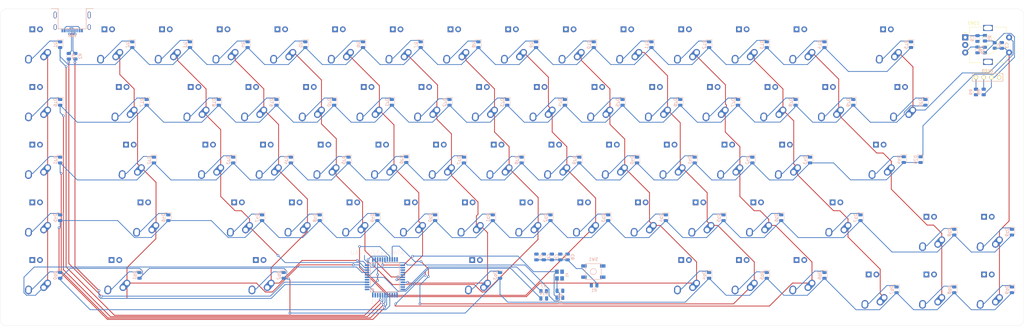
<source format=kicad_pcb>
(kicad_pcb (version 20171130) (host pcbnew "(5.1.9)-1")
  (layers (0 F.Cu signal) (31 B.Cu signal) (34 B.Paste user) (35 F.Paste user) (36 B.SilkS user) (37 F.SilkS user) (38 B.Mask user) (39 F.Mask user) (44 Edge.Cuts user))
  (net 0 "")
  (net 1 GND)
  (net 2 XTAL1)
  (net 3 XTAL2)
  (net 4 COL14)
  (net 5 VCC)
  (net 6 ROT_A)
  (net 7 ROT_B)
  (net 8 "Net-(C11-Pad2)")
  (net 9 ROW0)
  (net 10 "Net-(D1-Pad1)")
  (net 11 "Net-(D2-Pad1)")
  (net 12 "Net-(D3-Pad1)")
  (net 13 "Net-(D4-Pad1)")
  (net 14 "Net-(D5-Pad1)")
  (net 15 "Net-(D6-Pad1)")
  (net 16 "Net-(D7-Pad1)")
  (net 17 "Net-(D8-Pad1)")
  (net 18 "Net-(D9-Pad1)")
  (net 19 "Net-(D10-Pad1)")
  (net 20 "Net-(D11-Pad1)")
  (net 21 "Net-(D12-Pad1)")
  (net 22 "Net-(D13-Pad1)")
  (net 23 "Net-(D14-Pad1)")
  (net 24 "Net-(D15-Pad1)")
  (net 25 ROW1)
  (net 26 "Net-(D16-Pad1)")
  (net 27 "Net-(D17-Pad1)")
  (net 28 "Net-(D18-Pad1)")
  (net 29 "Net-(D19-Pad1)")
  (net 30 "Net-(D20-Pad1)")
  (net 31 "Net-(D21-Pad1)")
  (net 32 "Net-(D22-Pad1)")
  (net 33 "Net-(D23-Pad1)")
  (net 34 "Net-(D24-Pad1)")
  (net 35 "Net-(D25-Pad1)")
  (net 36 "Net-(D26-Pad1)")
  (net 37 "Net-(D27-Pad1)")
  (net 38 "Net-(D28-Pad1)")
  (net 39 "Net-(D29-Pad1)")
  (net 40 "Net-(D30-Pad1)")
  (net 41 ROW2)
  (net 42 "Net-(D31-Pad1)")
  (net 43 "Net-(D32-Pad1)")
  (net 44 "Net-(D33-Pad1)")
  (net 45 "Net-(D34-Pad1)")
  (net 46 "Net-(D35-Pad1)")
  (net 47 "Net-(D36-Pad1)")
  (net 48 "Net-(D37-Pad1)")
  (net 49 "Net-(D38-Pad1)")
  (net 50 "Net-(D39-Pad1)")
  (net 51 "Net-(D40-Pad1)")
  (net 52 "Net-(D41-Pad1)")
  (net 53 "Net-(D42-Pad1)")
  (net 54 "Net-(D43-Pad1)")
  (net 55 "Net-(D44-Pad1)")
  (net 56 ROW3)
  (net 57 "Net-(D45-Pad1)")
  (net 58 "Net-(D46-Pad1)")
  (net 59 "Net-(D47-Pad1)")
  (net 60 "Net-(D48-Pad1)")
  (net 61 "Net-(D49-Pad1)")
  (net 62 "Net-(D50-Pad1)")
  (net 63 "Net-(D51-Pad1)")
  (net 64 "Net-(D52-Pad1)")
  (net 65 "Net-(D53-Pad1)")
  (net 66 "Net-(D54-Pad1)")
  (net 67 "Net-(D55-Pad1)")
  (net 68 "Net-(D56-Pad1)")
  (net 69 "Net-(D57-Pad1)")
  (net 70 "Net-(D58-Pad1)")
  (net 71 "Net-(D59-Pad1)")
  (net 72 ROW4)
  (net 73 "Net-(D60-Pad1)")
  (net 74 "Net-(D61-Pad1)")
  (net 75 "Net-(D62-Pad1)")
  (net 76 "Net-(D63-Pad1)")
  (net 77 "Net-(D64-Pad1)")
  (net 78 "Net-(D65-Pad1)")
  (net 79 "Net-(D66-Pad1)")
  (net 80 "Net-(D67-Pad1)")
  (net 81 "Net-(D68-Pad1)")
  (net 82 "Net-(D69-Pad1)")
  (net 83 R_ENC)
  (net 84 COL0)
  (net 85 COL1)
  (net 86 COL2)
  (net 87 COL3)
  (net 88 COL4)
  (net 89 COL5)
  (net 90 COL6)
  (net 91 COL7)
  (net 92 COL8)
  (net 93 COL10)
  (net 94 COL11)
  (net 95 COL12)
  (net 96 COL13)
  (net 97 SCL)
  (net 98 SDA)
  (net 99 RESET)
  (net 100 "Net-(R2-Pad2)")
  (net 101 D-)
  (net 102 "Net-(R3-Pad2)")
  (net 103 D+)
  (net 104 "Net-(R7-Pad2)")
  (net 105 "Net-(U1-Pad42)")
  (net 106 COL9)
  (net 107 "Net-(U1-Pad1)")
  (net 108 "Net-(USB1-Pad9)")
  (net 109 "Net-(USB1-Pad10)")
  (net 110 "Net-(USB1-Pad3)")
  (net 111 "Net-(USB1-Pad4)")
  (module "Keebio Parts:Crystal_SMD_3225-4pin_3.2x2.5mm" (layer B.Cu) (at 198.247 101.473 90)
    (fp_text reference X1 (at 0 2.45 90) (layer B.SilkS) (effects (font (size 0.8 0.8)) (justify mirror)))
    (fp_text value XTAL_GND)
    (pad 4 smd rect (at -1.1 0.85 90) (size 1.4 1.2) (layers B.Cu B.Paste B.Mask))
    (pad 3 smd rect (at 1.1 0.85 90) (size 1.4 1.2) (layers B.Cu B.Paste B.Mask) (net 1 GND))
    (pad 2 smd rect (at 1.1 -0.85 90) (size 1.4 1.2) (layers B.Cu B.Paste B.Mask) (net 3 XTAL2))
    (pad 1 smd rect (at -1.1 -0.85 90) (size 1.4 1.2) (layers B.Cu B.Paste B.Mask) (net 2 XTAL1))
  )
  (module "Keebio Parts:USB-C-12-Pin-MidMount" (layer B.Cu) (at 37.30625 13.49375 180)
    (fp_text reference USB1 (at 0 -9) (layer B.SilkS) (effects (font (size 0.7 0.7)) (justify mirror)))
    (fp_text value HRO-TYPE-C-31-M-12)
    (pad 12 smd rect (at -3.225 -7.235 180) (size 0.6 1.15) (layers B.Cu B.Paste B.Mask) (net 1 GND))
    (pad 11 smd rect (at -2.45 -7.235 180) (size 0.6 1.15) (layers B.Cu B.Paste B.Mask) (net 5 VCC))
    (pad 1 smd rect (at 3.225 -7.235 180) (size 0.6 1.15) (layers B.Cu B.Paste B.Mask) (net 1 GND))
    (pad 2 smd rect (at 2.45 -7.235 180) (size 0.6 1.15) (layers B.Cu B.Paste B.Mask) (net 5 VCC))
    (pad 9 smd rect (at -1.25 -7.235 180) (size 0.3 1.15) (layers B.Cu B.Paste B.Mask) (net 108 "Net-(USB1-Pad9)"))
    (pad 10 smd rect (at -1.75 -7.235 180) (size 0.3 1.15) (layers B.Cu B.Paste B.Mask) (net 109 "Net-(USB1-Pad10)"))
    (pad 3 smd rect (at 1.75 -7.235 180) (size 0.3 1.15) (layers B.Cu B.Paste B.Mask) (net 110 "Net-(USB1-Pad3)"))
    (pad 4 smd rect (at 1.25 -7.235 180) (size 0.3 1.15) (layers B.Cu B.Paste B.Mask) (net 111 "Net-(USB1-Pad4)"))
    (pad 8 smd rect (at -0.75 -7.235 180) (size 0.3 1.15) (layers B.Cu B.Paste B.Mask) (net 102 "Net-(R3-Pad2)"))
    (pad 5 smd rect (at 0.75 -7.235 180) (size 0.3 1.15) (layers B.Cu B.Paste B.Mask) (net 100 "Net-(R2-Pad2)"))
    (pad 7 smd rect (at -0.25 -7.235 180) (size 0.3 1.15) (layers B.Cu B.Paste B.Mask) (net 100 "Net-(R2-Pad2)"))
    (pad 6 smd rect (at 0.25 -7.235 180) (size 0.3 1.15) (layers B.Cu B.Paste B.Mask) (net 102 "Net-(R3-Pad2)"))
    (pad 13 thru_hole oval (at 5.62 -2.1 180) (size 1 2.2) (drill oval 0.6 1.8) (layers *.Cu *.Mask) (net 1 GND))
    (pad 13 thru_hole oval (at -5.62 -2.1 180) (size 1 2.2) (drill oval 0.6 1.8) (layers *.Cu *.Mask) (net 1 GND))
    (pad 13 thru_hole oval (at -5.62 -6.1 180) (size 1 1.8) (drill oval 0.6 1.4) (layers *.Cu *.Mask) (net 1 GND))
    (pad 13 thru_hole oval (at 5.62 -6.1 180) (size 1 1.8) (drill oval 0.6 1.4) (layers *.Cu *.Mask) (net 1 GND))
  )
  (module "Keebio Parts:ATMEGA32U4-AU" (layer B.Cu) (at 140.589 102.235)
    (fp_text reference U1 (at -3.474 8.014) (layer B.SilkS) (effects (font (size 1.4 1.4) (thickness 0.05)) (justify mirror)))
    (fp_text value ATmega32U4-AU (at -2.55 -8.1261) (layer B.SilkS) (effects (font (size 1.4 1.4) (thickness 0.05)) (justify mirror)))
    (pad 1 smd rect (at -5.9 4) (size 1.5 0.5) (layers B.Cu B.Paste B.Mask) (net 107 "Net-(U1-Pad1)"))
    (pad 2 smd rect (at -5.9 3.2) (size 1.5 0.5) (layers B.Cu B.Paste B.Mask) (net 5 VCC))
    (pad 3 smd rect (at -5.9 2.4) (size 1.5 0.5) (layers B.Cu B.Paste B.Mask) (net 101 D-))
    (pad 4 smd rect (at -5.9 1.6) (size 1.5 0.5) (layers B.Cu B.Paste B.Mask) (net 103 D+))
    (pad 5 smd rect (at -5.9 0.8) (size 1.5 0.5) (layers B.Cu B.Paste B.Mask) (net 1 GND))
    (pad 6 smd rect (at -5.9 0) (size 1.5 0.5) (layers B.Cu B.Paste B.Mask) (net 8 "Net-(C11-Pad2)"))
    (pad 7 smd rect (at -5.9 -0.8) (size 1.5 0.5) (layers B.Cu B.Paste B.Mask) (net 5 VCC))
    (pad 8 smd rect (at -5.9 -1.6) (size 1.5 0.5) (layers B.Cu B.Paste B.Mask) (net 84 COL0))
    (pad 9 smd rect (at -5.9 -2.4) (size 1.5 0.5) (layers B.Cu B.Paste B.Mask) (net 85 COL1))
    (pad 10 smd rect (at -5.9 -3.2) (size 1.5 0.5) (layers B.Cu B.Paste B.Mask) (net 86 COL2))
    (pad 11 smd rect (at -5.9 -4) (size 1.5 0.5) (layers B.Cu B.Paste B.Mask) (net 87 COL3))
    (pad 12 smd rect (at -4 -5.9) (size 0.5 1.5) (layers B.Cu B.Paste B.Mask) (net 91 COL7))
    (pad 13 smd rect (at -3.2 -5.9) (size 0.5 1.5) (layers B.Cu B.Paste B.Mask) (net 99 RESET))
    (pad 14 smd rect (at -2.4 -5.9) (size 0.5 1.5) (layers B.Cu B.Paste B.Mask) (net 5 VCC))
    (pad 15 smd rect (at -1.6 -5.9) (size 0.5 1.5) (layers B.Cu B.Paste B.Mask) (net 1 GND))
    (pad 16 smd rect (at -0.8 -5.9) (size 0.5 1.5) (layers B.Cu B.Paste B.Mask) (net 3 XTAL2))
    (pad 17 smd rect (at 0 -5.9) (size 0.5 1.5) (layers B.Cu B.Paste B.Mask) (net 2 XTAL1))
    (pad 18 smd rect (at 0.8 -5.9) (size 0.5 1.5) (layers B.Cu B.Paste B.Mask) (net 92 COL8))
    (pad 19 smd rect (at 1.6 -5.9) (size 0.5 1.5) (layers B.Cu B.Paste B.Mask) (net 106 COL9))
    (pad 20 smd rect (at 2.4 -5.9) (size 0.5 1.5) (layers B.Cu B.Paste B.Mask) (net 93 COL10))
    (pad 21 smd rect (at 3.2 -5.9) (size 0.5 1.5) (layers B.Cu B.Paste B.Mask) (net 94 COL11))
    (pad 22 smd rect (at 4 -5.9) (size 0.5 1.5) (layers B.Cu B.Paste B.Mask) (net 96 COL13))
    (pad 23 smd rect (at 5.9 -4) (size 1.5 0.5) (layers B.Cu B.Paste B.Mask) (net 1 GND))
    (pad 24 smd rect (at 5.9 -3.2) (size 1.5 0.5) (layers B.Cu B.Paste B.Mask) (net 5 VCC))
    (pad 25 smd rect (at 5.9 -2.4) (size 1.5 0.5) (layers B.Cu B.Paste B.Mask) (net 95 COL12))
    (pad 26 smd rect (at 5.9 -1.6) (size 1.5 0.5) (layers B.Cu B.Paste B.Mask) (net 4 COL14))
    (pad 27 smd rect (at 5.9 -0.8) (size 1.5 0.5) (layers B.Cu B.Paste B.Mask) (net 98 SDA))
    (pad 28 smd rect (at 5.9 0) (size 1.5 0.5) (layers B.Cu B.Paste B.Mask) (net 88 COL4))
    (pad 29 smd rect (at 5.9 0.8) (size 1.5 0.5) (layers B.Cu B.Paste B.Mask) (net 89 COL5))
    (pad 30 smd rect (at 5.9 1.6) (size 1.5 0.5) (layers B.Cu B.Paste B.Mask) (net 90 COL6))
    (pad 31 smd rect (at 5.9 2.4) (size 1.5 0.5) (layers B.Cu B.Paste B.Mask) (net 6 ROT_A))
    (pad 32 smd rect (at 5.9 3.2) (size 1.5 0.5) (layers B.Cu B.Paste B.Mask) (net 7 ROT_B))
    (pad 33 smd rect (at 5.9 4) (size 1.5 0.5) (layers B.Cu B.Paste B.Mask) (net 104 "Net-(R7-Pad2)"))
    (pad 34 smd rect (at 4 5.9) (size 0.5 1.5) (layers B.Cu B.Paste B.Mask) (net 5 VCC))
    (pad 35 smd rect (at 3.2 5.9) (size 0.5 1.5) (layers B.Cu B.Paste B.Mask) (net 1 GND))
    (pad 36 smd rect (at 2.4 5.9) (size 0.5 1.5) (layers B.Cu B.Paste B.Mask) (net 97 SCL))
    (pad 37 smd rect (at 1.6 5.9) (size 0.5 1.5) (layers B.Cu B.Paste B.Mask) (net 72 ROW4))
    (pad 38 smd rect (at 0.8 5.9) (size 0.5 1.5) (layers B.Cu B.Paste B.Mask) (net 56 ROW3))
    (pad 39 smd rect (at 0 5.9) (size 0.5 1.5) (layers B.Cu B.Paste B.Mask) (net 41 ROW2))
    (pad 40 smd rect (at -0.8 5.9) (size 0.5 1.5) (layers B.Cu B.Paste B.Mask) (net 25 ROW1))
    (pad 41 smd rect (at -1.6 5.9) (size 0.5 1.5) (layers B.Cu B.Paste B.Mask) (net 9 ROW0))
    (pad 42 smd rect (at -2.4 5.9) (size 0.5 1.5) (layers B.Cu B.Paste B.Mask) (net 105 "Net-(U1-Pad42)"))
    (pad 43 smd rect (at -3.2 5.9) (size 0.5 1.5) (layers B.Cu B.Paste B.Mask) (net 1 GND))
    (pad 44 smd rect (at -4 5.9) (size 0.5 1.5) (layers B.Cu B.Paste B.Mask) (net 5 VCC))
  )
  (module "Keyboard Master List:SKQG-1155865" (layer B.Cu) (at 209.423 100.33)
    (fp_text reference SW1 (at 0 -4.064) (layer B.SilkS) (effects (justify mirror)))
    (fp_text value SW_PUSH)
    (pad 1 smd rect (at 3.1 -1.85) (size 1.8 1.1) (layers B.Cu B.Paste B.Mask) (net 1 GND))
    (pad 2 smd rect (at -3.1 1.85) (size 1.8 1.1) (layers B.Cu B.Paste B.Mask) (net 99 RESET))
    (pad 3 smd rect (at 3.1 1.85) (size 1.8 1.1) (layers B.Cu B.Paste B.Mask))
    (pad 4 smd rect (at -3.1 -1.85) (size 1.8 1.1) (layers B.Cu B.Paste B.Mask))
  )
  (module Resistor_SMD:R_0805_2012Metric (layer B.Cu) (at 335.788 41.021 270)
    (fp_text reference R9 (at 0 1.65 90) (layer B.SilkS) (effects (justify mirror)))
    (fp_text value 4.7k)
    (pad 1 smd roundrect (at -0.9125 0 270) (size 1.025 1.4) (layers B.Cu B.Paste B.Mask) (roundrect_rratio 0.243902) (net 98 SDA))
    (pad 2 smd roundrect (at 0.9125 0 270) (size 1.025 1.4) (layers B.Cu B.Paste B.Mask) (roundrect_rratio 0.243902) (net 5 VCC))
  )
  (module Resistor_SMD:R_0805_2012Metric (layer B.Cu) (at 338.328 41.021 270)
    (fp_text reference R8 (at 0 1.65 90) (layer B.SilkS) (effects (justify mirror)))
    (fp_text value 4.7k)
    (pad 1 smd roundrect (at -0.9125 0 270) (size 1.025 1.4) (layers B.Cu B.Paste B.Mask) (roundrect_rratio 0.243902) (net 97 SCL))
    (pad 2 smd roundrect (at 0.9125 0 270) (size 1.025 1.4) (layers B.Cu B.Paste B.Mask) (roundrect_rratio 0.243902) (net 5 VCC))
  )
  (module Resistor_SMD:R_0805_2012Metric (layer B.Cu) (at 193.04 106.807 180)
    (fp_text reference R7 (at 0 1.65 180) (layer B.SilkS) (effects (justify mirror)))
    (fp_text value 10k)
    (pad 1 smd roundrect (at -0.9125 0 180) (size 1.025 1.4) (layers B.Cu B.Paste B.Mask) (roundrect_rratio 0.243902) (net 1 GND))
    (pad 2 smd roundrect (at 0.9125 0 180) (size 1.025 1.4) (layers B.Cu B.Paste B.Mask) (roundrect_rratio 0.243902) (net 104 "Net-(R7-Pad2)"))
  )
  (module Resistor_SMD:R_0805_2012Metric (layer B.Cu) (at 338.709 27.178 270)
    (fp_text reference R6 (at 0 1.65 270) (layer B.SilkS) (effects (justify mirror)))
    (fp_text value 10k)
    (pad 1 smd roundrect (at -0.9125 0 270) (size 1.025 1.4) (layers B.Cu B.Paste B.Mask) (roundrect_rratio 0.243902) (net 7 ROT_B))
    (pad 2 smd roundrect (at 0.9125 0 270) (size 1.025 1.4) (layers B.Cu B.Paste B.Mask) (roundrect_rratio 0.243902) (net 5 VCC))
  )
  (module Resistor_SMD:R_0805_2012Metric (layer B.Cu) (at 338.74625 23.2745 90)
    (fp_text reference R5 (at 0 1.65 270) (layer B.SilkS) (effects (justify mirror)))
    (fp_text value 10k)
    (pad 1 smd roundrect (at -0.9125 0 90) (size 1.025 1.4) (layers B.Cu B.Paste B.Mask) (roundrect_rratio 0.243902) (net 5 VCC))
    (pad 2 smd roundrect (at 0.9125 0 90) (size 1.025 1.4) (layers B.Cu B.Paste B.Mask) (roundrect_rratio 0.243902) (net 6 ROT_A))
  )
  (module Resistor_SMD:R_0805_2012Metric (layer B.Cu) (at 342.011 25.654 90)
    (fp_text reference R4 (at 0 1.65 -90) (layer B.SilkS) (effects (justify mirror)))
    (fp_text value 10k)
    (pad 1 smd roundrect (at -0.9125 0 90) (size 1.025 1.4) (layers B.Cu B.Paste B.Mask) (roundrect_rratio 0.243902) (net 4 COL14))
    (pad 2 smd roundrect (at 0.9125 0 90) (size 1.025 1.4) (layers B.Cu B.Paste B.Mask) (roundrect_rratio 0.243902) (net 5 VCC))
  )
  (module Resistor_SMD:R_0805_2012Metric (layer B.Cu) (at 36.195 29.21 90)
    (fp_text reference R3 (at 0 1.65 90) (layer B.SilkS) (effects (justify mirror)))
    (fp_text value 22)
    (pad 1 smd roundrect (at -0.9125 0 90) (size 1.025 1.4) (layers B.Cu B.Paste B.Mask) (roundrect_rratio 0.243902) (net 103 D+))
    (pad 2 smd roundrect (at 0.9125 0 90) (size 1.025 1.4) (layers B.Cu B.Paste B.Mask) (roundrect_rratio 0.243902) (net 102 "Net-(R3-Pad2)"))
  )
  (module Resistor_SMD:R_0805_2012Metric (layer B.Cu) (at 38.354 29.21 90)
    (fp_text reference R2 (at 0 1.65 90) (layer B.SilkS) (effects (justify mirror)))
    (fp_text value 22)
    (pad 1 smd roundrect (at -0.9125 0 90) (size 1.025 1.4) (layers B.Cu B.Paste B.Mask) (roundrect_rratio 0.243902) (net 101 D-))
    (pad 2 smd roundrect (at 0.9125 0 90) (size 1.025 1.4) (layers B.Cu B.Paste B.Mask) (roundrect_rratio 0.243902) (net 100 "Net-(R2-Pad2)"))
  )
  (module Resistor_SMD:R_0805_2012Metric (layer B.Cu) (at 209.677 104.902)
    (fp_text reference R1 (at 0 1.65) (layer B.SilkS) (effects (justify mirror)))
    (fp_text value 10k)
    (pad 1 smd roundrect (at -0.9125 0) (size 1.025 1.4) (layers B.Cu B.Paste B.Mask) (roundrect_rratio 0.243902) (net 99 RESET))
    (pad 2 smd roundrect (at 0.9125 0) (size 1.025 1.4) (layers B.Cu B.Paste B.Mask) (roundrect_rratio 0.243902) (net 5 VCC))
  )
  (module "Keyboard Master List:OLED" (layer F.Cu) (at 335.788 36.195)
    (fp_text reference OL1)
    (fp_text value OLED-kbd hide)
    (fp_text user OLED (at 3.75 -2.1) (layer B.SilkS) (effects (justify mirror)))
    (fp_text user OLED (at 3.8 -2.1) (layer F.SilkS))
    (pad 4 thru_hole circle (at 7.62 0) (size 1.397 1.397) (drill 0.8128) (layers *.Cu *.Mask F.SilkS) (net 1 GND))
    (pad 3 thru_hole circle (at 5.08 0) (size 1.397 1.397) (drill 0.8128) (layers *.Cu *.Mask F.SilkS) (net 5 VCC))
    (pad 2 thru_hole circle (at 2.54 0) (size 1.397 1.397) (drill 0.8128) (layers *.Cu *.Mask F.SilkS) (net 97 SCL))
    (pad 1 thru_hole circle (at 0 0) (size 1.397 1.397) (drill 0.8128) (layers *.Cu *.Mask F.SilkS) (net 98 SDA))
  )
  (module "Keyboard Master List:MX-1U" (layer F.Cu) (at 339.725 106.3625 180)
    (fp_text reference MX69)
    (fp_text value MX-NoLED-MX_Alps_Hybrid)
    (pad 2 thru_hole oval (at 2.5 -4.5 266.0548) (size 2.831378 2.25) (drill 1.47 (offset 0.290689 0)) (layers *.Cu B.Mask) (net 82 "Net-(D69-Pad1)"))
    (pad 2 thru_hole circle (at 2.54 -5.08 180) (size 2.25 2.25) (drill 1.47) (layers *.Cu B.Mask) (net 82 "Net-(D69-Pad1)"))
    (pad 1 thru_hole oval (at -3.81 -2.54 228.0996) (size 4.211556 2.25) (drill 1.47 (offset 0.980778 0)) (layers *.Cu B.Mask) (net 4 COL14))
    (pad "" np_thru_hole circle (at 0 0 180) (size 3.9878 3.9878) (drill 3.9878) (layers *.Cu *.Mask))
    (pad 1 thru_hole circle (at -2.5 -4 180) (size 2.25 2.25) (drill 1.47) (layers *.Cu B.Mask) (net 4 COL14))
    (pad 3 thru_hole circle (at -1.27 5.08 180) (size 1.905 1.905) (drill 1.04) (layers *.Cu B.Mask))
    (pad 4 thru_hole rect (at 1.27 5.08 180) (size 1.905 1.905) (drill 1.04) (layers *.Cu B.Mask))
    (pad "" np_thru_hole circle (at -5.08 0 228.0996) (size 1.75 1.75) (drill 1.75) (layers *.Cu *.Mask))
    (pad "" np_thru_hole circle (at 5.08 0 228.0996) (size 1.75 1.75) (drill 1.75) (layers *.Cu *.Mask))
  )
  (module "Keyboard Master List:MX-1U" (layer F.Cu) (at 320.675 106.3625 180)
    (fp_text reference MX68)
    (fp_text value MX-NoLED-MX_Alps_Hybrid)
    (pad 2 thru_hole oval (at 2.5 -4.5 266.0548) (size 2.831378 2.25) (drill 1.47 (offset 0.290689 0)) (layers *.Cu B.Mask) (net 81 "Net-(D68-Pad1)"))
    (pad 2 thru_hole circle (at 2.54 -5.08 180) (size 2.25 2.25) (drill 1.47) (layers *.Cu B.Mask) (net 81 "Net-(D68-Pad1)"))
    (pad 1 thru_hole oval (at -3.81 -2.54 228.0996) (size 4.211556 2.25) (drill 1.47 (offset 0.980778 0)) (layers *.Cu B.Mask) (net 96 COL13))
    (pad "" np_thru_hole circle (at 0 0 180) (size 3.9878 3.9878) (drill 3.9878) (layers *.Cu *.Mask))
    (pad 1 thru_hole circle (at -2.5 -4 180) (size 2.25 2.25) (drill 1.47) (layers *.Cu B.Mask) (net 96 COL13))
    (pad 3 thru_hole circle (at -1.27 5.08 180) (size 1.905 1.905) (drill 1.04) (layers *.Cu B.Mask))
    (pad 4 thru_hole rect (at 1.27 5.08 180) (size 1.905 1.905) (drill 1.04) (layers *.Cu B.Mask))
    (pad "" np_thru_hole circle (at -5.08 0 228.0996) (size 1.75 1.75) (drill 1.75) (layers *.Cu *.Mask))
    (pad "" np_thru_hole circle (at 5.08 0 228.0996) (size 1.75 1.75) (drill 1.75) (layers *.Cu *.Mask))
  )
  (module "Keyboard Master List:MX-1U" (layer F.Cu) (at 301.625 106.3625 180)
    (fp_text reference MX67)
    (fp_text value MX-NoLED-MX_Alps_Hybrid)
    (pad 2 thru_hole oval (at 2.5 -4.5 266.0548) (size 2.831378 2.25) (drill 1.47 (offset 0.290689 0)) (layers *.Cu B.Mask) (net 80 "Net-(D67-Pad1)"))
    (pad 2 thru_hole circle (at 2.54 -5.08 180) (size 2.25 2.25) (drill 1.47) (layers *.Cu B.Mask) (net 80 "Net-(D67-Pad1)"))
    (pad 1 thru_hole oval (at -3.81 -2.54 228.0996) (size 4.211556 2.25) (drill 1.47 (offset 0.980778 0)) (layers *.Cu B.Mask) (net 95 COL12))
    (pad "" np_thru_hole circle (at 0 0 180) (size 3.9878 3.9878) (drill 3.9878) (layers *.Cu *.Mask))
    (pad 1 thru_hole circle (at -2.5 -4 180) (size 2.25 2.25) (drill 1.47) (layers *.Cu B.Mask) (net 95 COL12))
    (pad 3 thru_hole circle (at -1.27 5.08 180) (size 1.905 1.905) (drill 1.04) (layers *.Cu B.Mask))
    (pad 4 thru_hole rect (at 1.27 5.08 180) (size 1.905 1.905) (drill 1.04) (layers *.Cu B.Mask))
    (pad "" np_thru_hole circle (at -5.08 0 228.0996) (size 1.75 1.75) (drill 1.75) (layers *.Cu *.Mask))
    (pad "" np_thru_hole circle (at 5.08 0 228.0996) (size 1.75 1.75) (drill 1.75) (layers *.Cu *.Mask))
  )
  (module "Keyboard Master List:MX-1U" (layer F.Cu) (at 277.8125 101.6 180)
    (fp_text reference MX66)
    (fp_text value MX-NoLED-MX_Alps_Hybrid)
    (pad 2 thru_hole oval (at 2.5 -4.5 266.0548) (size 2.831378 2.25) (drill 1.47 (offset 0.290689 0)) (layers *.Cu B.Mask) (net 79 "Net-(D66-Pad1)"))
    (pad 2 thru_hole circle (at 2.54 -5.08 180) (size 2.25 2.25) (drill 1.47) (layers *.Cu B.Mask) (net 79 "Net-(D66-Pad1)"))
    (pad 1 thru_hole oval (at -3.81 -2.54 228.0996) (size 4.211556 2.25) (drill 1.47 (offset 0.980778 0)) (layers *.Cu B.Mask) (net 94 COL11))
    (pad "" np_thru_hole circle (at 0 0 180) (size 3.9878 3.9878) (drill 3.9878) (layers *.Cu *.Mask))
    (pad 1 thru_hole circle (at -2.5 -4 180) (size 2.25 2.25) (drill 1.47) (layers *.Cu B.Mask) (net 94 COL11))
    (pad 3 thru_hole circle (at -1.27 5.08 180) (size 1.905 1.905) (drill 1.04) (layers *.Cu B.Mask))
    (pad 4 thru_hole rect (at 1.27 5.08 180) (size 1.905 1.905) (drill 1.04) (layers *.Cu B.Mask))
    (pad "" np_thru_hole circle (at -5.08 0 228.0996) (size 1.75 1.75) (drill 1.75) (layers *.Cu *.Mask))
    (pad "" np_thru_hole circle (at 5.08 0 228.0996) (size 1.75 1.75) (drill 1.75) (layers *.Cu *.Mask))
  )
  (module "Keyboard Master List:MX-1U" (layer F.Cu) (at 258.7625 101.6 180)
    (fp_text reference MX65)
    (fp_text value MX-NoLED-MX_Alps_Hybrid)
    (pad 2 thru_hole oval (at 2.5 -4.5 266.0548) (size 2.831378 2.25) (drill 1.47 (offset 0.290689 0)) (layers *.Cu B.Mask) (net 78 "Net-(D65-Pad1)"))
    (pad 2 thru_hole circle (at 2.54 -5.08 180) (size 2.25 2.25) (drill 1.47) (layers *.Cu B.Mask) (net 78 "Net-(D65-Pad1)"))
    (pad 1 thru_hole oval (at -3.81 -2.54 228.0996) (size 4.211556 2.25) (drill 1.47 (offset 0.980778 0)) (layers *.Cu B.Mask) (net 93 COL10))
    (pad "" np_thru_hole circle (at 0 0 180) (size 3.9878 3.9878) (drill 3.9878) (layers *.Cu *.Mask))
    (pad 1 thru_hole circle (at -2.5 -4 180) (size 2.25 2.25) (drill 1.47) (layers *.Cu B.Mask) (net 93 COL10))
    (pad 3 thru_hole circle (at -1.27 5.08 180) (size 1.905 1.905) (drill 1.04) (layers *.Cu B.Mask))
    (pad 4 thru_hole rect (at 1.27 5.08 180) (size 1.905 1.905) (drill 1.04) (layers *.Cu B.Mask))
    (pad "" np_thru_hole circle (at -5.08 0 228.0996) (size 1.75 1.75) (drill 1.75) (layers *.Cu *.Mask))
    (pad "" np_thru_hole circle (at 5.08 0 228.0996) (size 1.75 1.75) (drill 1.75) (layers *.Cu *.Mask))
  )
  (module "Keyboard Master List:MX-1U" (layer F.Cu) (at 239.7125 101.6 180)
    (fp_text reference MX64)
    (fp_text value MX-NoLED-MX_Alps_Hybrid)
    (pad 2 thru_hole oval (at 2.5 -4.5 266.0548) (size 2.831378 2.25) (drill 1.47 (offset 0.290689 0)) (layers *.Cu B.Mask) (net 77 "Net-(D64-Pad1)"))
    (pad 2 thru_hole circle (at 2.54 -5.08 180) (size 2.25 2.25) (drill 1.47) (layers *.Cu B.Mask) (net 77 "Net-(D64-Pad1)"))
    (pad 1 thru_hole oval (at -3.81 -2.54 228.0996) (size 4.211556 2.25) (drill 1.47 (offset 0.980778 0)) (layers *.Cu B.Mask) (net 106 COL9))
    (pad "" np_thru_hole circle (at 0 0 180) (size 3.9878 3.9878) (drill 3.9878) (layers *.Cu *.Mask))
    (pad 1 thru_hole circle (at -2.5 -4 180) (size 2.25 2.25) (drill 1.47) (layers *.Cu B.Mask) (net 106 COL9))
    (pad 3 thru_hole circle (at -1.27 5.08 180) (size 1.905 1.905) (drill 1.04) (layers *.Cu B.Mask))
    (pad 4 thru_hole rect (at 1.27 5.08 180) (size 1.905 1.905) (drill 1.04) (layers *.Cu B.Mask))
    (pad "" np_thru_hole circle (at -5.08 0 228.0996) (size 1.75 1.75) (drill 1.75) (layers *.Cu *.Mask))
    (pad "" np_thru_hole circle (at 5.08 0 228.0996) (size 1.75 1.75) (drill 1.75) (layers *.Cu *.Mask))
  )
  (module "Keyboard Master List:MX-6.25U" (layer F.Cu) (at 170.688 101.6 180)
    (fp_text reference MX63)
    (fp_text value MX-NoLED-MX_Alps_Hybrid)
    (pad 2 thru_hole oval (at 2.5 -4.5 266.0548) (size 2.831378 2.25) (drill 1.47 (offset 0.290689 0)) (layers *.Cu B.Mask) (net 76 "Net-(D63-Pad1)"))
    (pad 2 thru_hole circle (at 2.54 -5.08 180) (size 2.25 2.25) (drill 1.47) (layers *.Cu B.Mask) (net 76 "Net-(D63-Pad1)"))
    (pad 1 thru_hole oval (at -3.81 -2.54 228.0996) (size 4.211556 2.25) (drill 1.47 (offset 0.980778 0)) (layers *.Cu B.Mask) (net 90 COL6))
    (pad "" np_thru_hole circle (at 0 0 180) (size 3.9878 3.9878) (drill 3.9878) (layers *.Cu *.Mask))
    (pad 1 thru_hole circle (at -2.5 -4 180) (size 2.25 2.25) (drill 1.47) (layers *.Cu B.Mask) (net 90 COL6))
    (pad 3 thru_hole circle (at -1.27 5.08 180) (size 1.905 1.905) (drill 1.04) (layers *.Cu B.Mask))
    (pad 4 thru_hole rect (at 1.27 5.08 180) (size 1.905 1.905) (drill 1.04) (layers *.Cu B.Mask))
    (pad "" np_thru_hole circle (at -5.08 0 228.0996) (size 1.75 1.75) (drill 1.75) (layers *.Cu *.Mask))
    (pad "" np_thru_hole circle (at 5.08 0 228.0996) (size 1.75 1.75) (drill 1.75) (layers *.Cu *.Mask))
    (pad "" np_thru_hole circle (at -49.9999 -6.985 180) (size 3.048 3.048) (drill 3.048) (layers *.Cu *.Mask))
    (pad "" np_thru_hole circle (at 49.9999 -6.985 180) (size 3.048 3.048) (drill 3.048) (layers *.Cu *.Mask))
    (pad "" np_thru_hole circle (at -49.9999 8.255 180) (size 3.9878 3.9878) (drill 3.9878) (layers *.Cu *.Mask))
    (pad "" np_thru_hole circle (at 49.9999 8.255 180) (size 3.9878 3.9878) (drill 3.9878) (layers *.Cu *.Mask))
  )
  (module "Keyboard Master List:MX-1.25U" (layer F.Cu) (at 99.21875 101.6 180)
    (fp_text reference MX62)
    (fp_text value MX-NoLED-MX_Alps_Hybrid)
    (pad 2 thru_hole oval (at 2.5 -4.5 266.0548) (size 2.831378 2.25) (drill 1.47 (offset 0.290689 0)) (layers *.Cu B.Mask) (net 75 "Net-(D62-Pad1)"))
    (pad 2 thru_hole circle (at 2.54 -5.08 180) (size 2.25 2.25) (drill 1.47) (layers *.Cu B.Mask) (net 75 "Net-(D62-Pad1)"))
    (pad 1 thru_hole oval (at -3.81 -2.54 228.0996) (size 4.211556 2.25) (drill 1.47 (offset 0.980778 0)) (layers *.Cu B.Mask) (net 87 COL3))
    (pad "" np_thru_hole circle (at 0 0 180) (size 3.9878 3.9878) (drill 3.9878) (layers *.Cu *.Mask))
    (pad 1 thru_hole circle (at -2.5 -4 180) (size 2.25 2.25) (drill 1.47) (layers *.Cu B.Mask) (net 87 COL3))
    (pad 3 thru_hole circle (at -1.27 5.08 180) (size 1.905 1.905) (drill 1.04) (layers *.Cu B.Mask))
    (pad 4 thru_hole rect (at 1.27 5.08 180) (size 1.905 1.905) (drill 1.04) (layers *.Cu B.Mask))
    (pad "" np_thru_hole circle (at -5.08 0 228.0996) (size 1.75 1.75) (drill 1.75) (layers *.Cu *.Mask))
    (pad "" np_thru_hole circle (at 5.08 0 228.0996) (size 1.75 1.75) (drill 1.75) (layers *.Cu *.Mask))
  )
  (module "Keyboard Master List:MX-1.25U" (layer F.Cu) (at 51.59375 101.6 180)
    (fp_text reference MX61)
    (fp_text value MX-NoLED-MX_Alps_Hybrid)
    (pad 2 thru_hole oval (at 2.5 -4.5 266.0548) (size 2.831378 2.25) (drill 1.47 (offset 0.290689 0)) (layers *.Cu B.Mask) (net 74 "Net-(D61-Pad1)"))
    (pad 2 thru_hole circle (at 2.54 -5.08 180) (size 2.25 2.25) (drill 1.47) (layers *.Cu B.Mask) (net 74 "Net-(D61-Pad1)"))
    (pad 1 thru_hole oval (at -3.81 -2.54 228.0996) (size 4.211556 2.25) (drill 1.47 (offset 0.980778 0)) (layers *.Cu B.Mask) (net 85 COL1))
    (pad "" np_thru_hole circle (at 0 0 180) (size 3.9878 3.9878) (drill 3.9878) (layers *.Cu *.Mask))
    (pad 1 thru_hole circle (at -2.5 -4 180) (size 2.25 2.25) (drill 1.47) (layers *.Cu B.Mask) (net 85 COL1))
    (pad 3 thru_hole circle (at -1.27 5.08 180) (size 1.905 1.905) (drill 1.04) (layers *.Cu B.Mask))
    (pad 4 thru_hole rect (at 1.27 5.08 180) (size 1.905 1.905) (drill 1.04) (layers *.Cu B.Mask))
    (pad "" np_thru_hole circle (at -5.08 0 228.0996) (size 1.75 1.75) (drill 1.75) (layers *.Cu *.Mask))
    (pad "" np_thru_hole circle (at 5.08 0 228.0996) (size 1.75 1.75) (drill 1.75) (layers *.Cu *.Mask))
  )
  (module "Keyboard Master List:MX-1U" (layer F.Cu) (at 25.4 101.6 180)
    (fp_text reference MX60)
    (fp_text value MX-NoLED-MX_Alps_Hybrid)
    (pad 2 thru_hole oval (at 2.5 -4.5 266.0548) (size 2.831378 2.25) (drill 1.47 (offset 0.290689 0)) (layers *.Cu B.Mask) (net 73 "Net-(D60-Pad1)"))
    (pad 2 thru_hole circle (at 2.54 -5.08 180) (size 2.25 2.25) (drill 1.47) (layers *.Cu B.Mask) (net 73 "Net-(D60-Pad1)"))
    (pad 1 thru_hole oval (at -3.81 -2.54 228.0996) (size 4.211556 2.25) (drill 1.47 (offset 0.980778 0)) (layers *.Cu B.Mask) (net 84 COL0))
    (pad "" np_thru_hole circle (at 0 0 180) (size 3.9878 3.9878) (drill 3.9878) (layers *.Cu *.Mask))
    (pad 1 thru_hole circle (at -2.5 -4 180) (size 2.25 2.25) (drill 1.47) (layers *.Cu B.Mask) (net 84 COL0))
    (pad 3 thru_hole circle (at -1.27 5.08 180) (size 1.905 1.905) (drill 1.04) (layers *.Cu B.Mask))
    (pad 4 thru_hole rect (at 1.27 5.08 180) (size 1.905 1.905) (drill 1.04) (layers *.Cu B.Mask))
    (pad "" np_thru_hole circle (at -5.08 0 228.0996) (size 1.75 1.75) (drill 1.75) (layers *.Cu *.Mask))
    (pad "" np_thru_hole circle (at 5.08 0 228.0996) (size 1.75 1.75) (drill 1.75) (layers *.Cu *.Mask))
  )
  (module "Keyboard Master List:MX-1U" (layer F.Cu) (at 339.725 87.3125 180)
    (fp_text reference MX59)
    (fp_text value MX-NoLED-MX_Alps_Hybrid)
    (pad 2 thru_hole oval (at 2.5 -4.5 266.0548) (size 2.831378 2.25) (drill 1.47 (offset 0.290689 0)) (layers *.Cu B.Mask) (net 71 "Net-(D59-Pad1)"))
    (pad 2 thru_hole circle (at 2.54 -5.08 180) (size 2.25 2.25) (drill 1.47) (layers *.Cu B.Mask) (net 71 "Net-(D59-Pad1)"))
    (pad 1 thru_hole oval (at -3.81 -2.54 228.0996) (size 4.211556 2.25) (drill 1.47 (offset 0.980778 0)) (layers *.Cu B.Mask) (net 4 COL14))
    (pad "" np_thru_hole circle (at 0 0 180) (size 3.9878 3.9878) (drill 3.9878) (layers *.Cu *.Mask))
    (pad 1 thru_hole circle (at -2.5 -4 180) (size 2.25 2.25) (drill 1.47) (layers *.Cu B.Mask) (net 4 COL14))
    (pad 3 thru_hole circle (at -1.27 5.08 180) (size 1.905 1.905) (drill 1.04) (layers *.Cu B.Mask))
    (pad 4 thru_hole rect (at 1.27 5.08 180) (size 1.905 1.905) (drill 1.04) (layers *.Cu B.Mask))
    (pad "" np_thru_hole circle (at -5.08 0 228.0996) (size 1.75 1.75) (drill 1.75) (layers *.Cu *.Mask))
    (pad "" np_thru_hole circle (at 5.08 0 228.0996) (size 1.75 1.75) (drill 1.75) (layers *.Cu *.Mask))
  )
  (module "Keyboard Master List:MX-1U" (layer F.Cu) (at 320.675 87.3125 180)
    (fp_text reference MX58)
    (fp_text value MX-NoLED-MX_Alps_Hybrid)
    (pad 2 thru_hole oval (at 2.5 -4.5 266.0548) (size 2.831378 2.25) (drill 1.47 (offset 0.290689 0)) (layers *.Cu B.Mask) (net 70 "Net-(D58-Pad1)"))
    (pad 2 thru_hole circle (at 2.54 -5.08 180) (size 2.25 2.25) (drill 1.47) (layers *.Cu B.Mask) (net 70 "Net-(D58-Pad1)"))
    (pad 1 thru_hole oval (at -3.81 -2.54 228.0996) (size 4.211556 2.25) (drill 1.47 (offset 0.980778 0)) (layers *.Cu B.Mask) (net 96 COL13))
    (pad "" np_thru_hole circle (at 0 0 180) (size 3.9878 3.9878) (drill 3.9878) (layers *.Cu *.Mask))
    (pad 1 thru_hole circle (at -2.5 -4 180) (size 2.25 2.25) (drill 1.47) (layers *.Cu B.Mask) (net 96 COL13))
    (pad 3 thru_hole circle (at -1.27 5.08 180) (size 1.905 1.905) (drill 1.04) (layers *.Cu B.Mask))
    (pad 4 thru_hole rect (at 1.27 5.08 180) (size 1.905 1.905) (drill 1.04) (layers *.Cu B.Mask))
    (pad "" np_thru_hole circle (at -5.08 0 228.0996) (size 1.75 1.75) (drill 1.75) (layers *.Cu *.Mask))
    (pad "" np_thru_hole circle (at 5.08 0 228.0996) (size 1.75 1.75) (drill 1.75) (layers *.Cu *.Mask))
  )
  (module "Keyboard Master List:MX-1.75U" (layer F.Cu) (at 289.71875 82.55 180)
    (fp_text reference MX57)
    (fp_text value MX-NoLED-MX_Alps_Hybrid)
    (pad 2 thru_hole oval (at 2.5 -4.5 266.0548) (size 2.831378 2.25) (drill 1.47 (offset 0.290689 0)) (layers *.Cu B.Mask) (net 69 "Net-(D57-Pad1)"))
    (pad 2 thru_hole circle (at 2.54 -5.08 180) (size 2.25 2.25) (drill 1.47) (layers *.Cu B.Mask) (net 69 "Net-(D57-Pad1)"))
    (pad 1 thru_hole oval (at -3.81 -2.54 228.0996) (size 4.211556 2.25) (drill 1.47 (offset 0.980778 0)) (layers *.Cu B.Mask) (net 95 COL12))
    (pad "" np_thru_hole circle (at 0 0 180) (size 3.9878 3.9878) (drill 3.9878) (layers *.Cu *.Mask))
    (pad 1 thru_hole circle (at -2.5 -4 180) (size 2.25 2.25) (drill 1.47) (layers *.Cu B.Mask) (net 95 COL12))
    (pad 3 thru_hole circle (at -1.27 5.08 180) (size 1.905 1.905) (drill 1.04) (layers *.Cu B.Mask))
    (pad 4 thru_hole rect (at 1.27 5.08 180) (size 1.905 1.905) (drill 1.04) (layers *.Cu B.Mask))
    (pad "" np_thru_hole circle (at -5.08 0 228.0996) (size 1.75 1.75) (drill 1.75) (layers *.Cu *.Mask))
    (pad "" np_thru_hole circle (at 5.08 0 228.0996) (size 1.75 1.75) (drill 1.75) (layers *.Cu *.Mask))
  )
  (module "Keyboard Master List:MX-1U" (layer F.Cu) (at 263.525 82.55 180)
    (fp_text reference MX56)
    (fp_text value MX-NoLED-MX_Alps_Hybrid)
    (pad 2 thru_hole oval (at 2.5 -4.5 266.0548) (size 2.831378 2.25) (drill 1.47 (offset 0.290689 0)) (layers *.Cu B.Mask) (net 68 "Net-(D56-Pad1)"))
    (pad 2 thru_hole circle (at 2.54 -5.08 180) (size 2.25 2.25) (drill 1.47) (layers *.Cu B.Mask) (net 68 "Net-(D56-Pad1)"))
    (pad 1 thru_hole oval (at -3.81 -2.54 228.0996) (size 4.211556 2.25) (drill 1.47 (offset 0.980778 0)) (layers *.Cu B.Mask) (net 94 COL11))
    (pad "" np_thru_hole circle (at 0 0 180) (size 3.9878 3.9878) (drill 3.9878) (layers *.Cu *.Mask))
    (pad 1 thru_hole circle (at -2.5 -4 180) (size 2.25 2.25) (drill 1.47) (layers *.Cu B.Mask) (net 94 COL11))
    (pad 3 thru_hole circle (at -1.27 5.08 180) (size 1.905 1.905) (drill 1.04) (layers *.Cu B.Mask))
    (pad 4 thru_hole rect (at 1.27 5.08 180) (size 1.905 1.905) (drill 1.04) (layers *.Cu B.Mask))
    (pad "" np_thru_hole circle (at -5.08 0 228.0996) (size 1.75 1.75) (drill 1.75) (layers *.Cu *.Mask))
    (pad "" np_thru_hole circle (at 5.08 0 228.0996) (size 1.75 1.75) (drill 1.75) (layers *.Cu *.Mask))
  )
  (module "Keyboard Master List:MX-1U" (layer F.Cu) (at 244.475 82.55 180)
    (fp_text reference MX55)
    (fp_text value MX-NoLED-MX_Alps_Hybrid)
    (pad 2 thru_hole oval (at 2.5 -4.5 266.0548) (size 2.831378 2.25) (drill 1.47 (offset 0.290689 0)) (layers *.Cu B.Mask) (net 67 "Net-(D55-Pad1)"))
    (pad 2 thru_hole circle (at 2.54 -5.08 180) (size 2.25 2.25) (drill 1.47) (layers *.Cu B.Mask) (net 67 "Net-(D55-Pad1)"))
    (pad 1 thru_hole oval (at -3.81 -2.54 228.0996) (size 4.211556 2.25) (drill 1.47 (offset 0.980778 0)) (layers *.Cu B.Mask) (net 93 COL10))
    (pad "" np_thru_hole circle (at 0 0 180) (size 3.9878 3.9878) (drill 3.9878) (layers *.Cu *.Mask))
    (pad 1 thru_hole circle (at -2.5 -4 180) (size 2.25 2.25) (drill 1.47) (layers *.Cu B.Mask) (net 93 COL10))
    (pad 3 thru_hole circle (at -1.27 5.08 180) (size 1.905 1.905) (drill 1.04) (layers *.Cu B.Mask))
    (pad 4 thru_hole rect (at 1.27 5.08 180) (size 1.905 1.905) (drill 1.04) (layers *.Cu B.Mask))
    (pad "" np_thru_hole circle (at -5.08 0 228.0996) (size 1.75 1.75) (drill 1.75) (layers *.Cu *.Mask))
    (pad "" np_thru_hole circle (at 5.08 0 228.0996) (size 1.75 1.75) (drill 1.75) (layers *.Cu *.Mask))
  )
  (module "Keyboard Master List:MX-1U" (layer F.Cu) (at 225.425 82.55 180)
    (fp_text reference MX54)
    (fp_text value MX-NoLED-MX_Alps_Hybrid)
    (pad 2 thru_hole oval (at 2.5 -4.5 266.0548) (size 2.831378 2.25) (drill 1.47 (offset 0.290689 0)) (layers *.Cu B.Mask) (net 66 "Net-(D54-Pad1)"))
    (pad 2 thru_hole circle (at 2.54 -5.08 180) (size 2.25 2.25) (drill 1.47) (layers *.Cu B.Mask) (net 66 "Net-(D54-Pad1)"))
    (pad 1 thru_hole oval (at -3.81 -2.54 228.0996) (size 4.211556 2.25) (drill 1.47 (offset 0.980778 0)) (layers *.Cu B.Mask) (net 106 COL9))
    (pad "" np_thru_hole circle (at 0 0 180) (size 3.9878 3.9878) (drill 3.9878) (layers *.Cu *.Mask))
    (pad 1 thru_hole circle (at -2.5 -4 180) (size 2.25 2.25) (drill 1.47) (layers *.Cu B.Mask) (net 106 COL9))
    (pad 3 thru_hole circle (at -1.27 5.08 180) (size 1.905 1.905) (drill 1.04) (layers *.Cu B.Mask))
    (pad 4 thru_hole rect (at 1.27 5.08 180) (size 1.905 1.905) (drill 1.04) (layers *.Cu B.Mask))
    (pad "" np_thru_hole circle (at -5.08 0 228.0996) (size 1.75 1.75) (drill 1.75) (layers *.Cu *.Mask))
    (pad "" np_thru_hole circle (at 5.08 0 228.0996) (size 1.75 1.75) (drill 1.75) (layers *.Cu *.Mask))
  )
  (module "Keyboard Master List:MX-1U" (layer F.Cu) (at 206.375 82.55 180)
    (fp_text reference MX53)
    (fp_text value MX-NoLED-MX_Alps_Hybrid)
    (pad 2 thru_hole oval (at 2.5 -4.5 266.0548) (size 2.831378 2.25) (drill 1.47 (offset 0.290689 0)) (layers *.Cu B.Mask) (net 65 "Net-(D53-Pad1)"))
    (pad 2 thru_hole circle (at 2.54 -5.08 180) (size 2.25 2.25) (drill 1.47) (layers *.Cu B.Mask) (net 65 "Net-(D53-Pad1)"))
    (pad 1 thru_hole oval (at -3.81 -2.54 228.0996) (size 4.211556 2.25) (drill 1.47 (offset 0.980778 0)) (layers *.Cu B.Mask) (net 92 COL8))
    (pad "" np_thru_hole circle (at 0 0 180) (size 3.9878 3.9878) (drill 3.9878) (layers *.Cu *.Mask))
    (pad 1 thru_hole circle (at -2.5 -4 180) (size 2.25 2.25) (drill 1.47) (layers *.Cu B.Mask) (net 92 COL8))
    (pad 3 thru_hole circle (at -1.27 5.08 180) (size 1.905 1.905) (drill 1.04) (layers *.Cu B.Mask))
    (pad 4 thru_hole rect (at 1.27 5.08 180) (size 1.905 1.905) (drill 1.04) (layers *.Cu B.Mask))
    (pad "" np_thru_hole circle (at -5.08 0 228.0996) (size 1.75 1.75) (drill 1.75) (layers *.Cu *.Mask))
    (pad "" np_thru_hole circle (at 5.08 0 228.0996) (size 1.75 1.75) (drill 1.75) (layers *.Cu *.Mask))
  )
  (module "Keyboard Master List:MX-1U" (layer F.Cu) (at 187.325 82.55 180)
    (fp_text reference MX52)
    (fp_text value MX-NoLED-MX_Alps_Hybrid)
    (pad 2 thru_hole oval (at 2.5 -4.5 266.0548) (size 2.831378 2.25) (drill 1.47 (offset 0.290689 0)) (layers *.Cu B.Mask) (net 64 "Net-(D52-Pad1)"))
    (pad 2 thru_hole circle (at 2.54 -5.08 180) (size 2.25 2.25) (drill 1.47) (layers *.Cu B.Mask) (net 64 "Net-(D52-Pad1)"))
    (pad 1 thru_hole oval (at -3.81 -2.54 228.0996) (size 4.211556 2.25) (drill 1.47 (offset 0.980778 0)) (layers *.Cu B.Mask) (net 91 COL7))
    (pad "" np_thru_hole circle (at 0 0 180) (size 3.9878 3.9878) (drill 3.9878) (layers *.Cu *.Mask))
    (pad 1 thru_hole circle (at -2.5 -4 180) (size 2.25 2.25) (drill 1.47) (layers *.Cu B.Mask) (net 91 COL7))
    (pad 3 thru_hole circle (at -1.27 5.08 180) (size 1.905 1.905) (drill 1.04) (layers *.Cu B.Mask))
    (pad 4 thru_hole rect (at 1.27 5.08 180) (size 1.905 1.905) (drill 1.04) (layers *.Cu B.Mask))
    (pad "" np_thru_hole circle (at -5.08 0 228.0996) (size 1.75 1.75) (drill 1.75) (layers *.Cu *.Mask))
    (pad "" np_thru_hole circle (at 5.08 0 228.0996) (size 1.75 1.75) (drill 1.75) (layers *.Cu *.Mask))
  )
  (module "Keyboard Master List:MX-1U" (layer F.Cu) (at 168.275 82.55 180)
    (fp_text reference MX51)
    (fp_text value MX-NoLED-MX_Alps_Hybrid)
    (pad 2 thru_hole oval (at 2.5 -4.5 266.0548) (size 2.831378 2.25) (drill 1.47 (offset 0.290689 0)) (layers *.Cu B.Mask) (net 63 "Net-(D51-Pad1)"))
    (pad 2 thru_hole circle (at 2.54 -5.08 180) (size 2.25 2.25) (drill 1.47) (layers *.Cu B.Mask) (net 63 "Net-(D51-Pad1)"))
    (pad 1 thru_hole oval (at -3.81 -2.54 228.0996) (size 4.211556 2.25) (drill 1.47 (offset 0.980778 0)) (layers *.Cu B.Mask) (net 90 COL6))
    (pad "" np_thru_hole circle (at 0 0 180) (size 3.9878 3.9878) (drill 3.9878) (layers *.Cu *.Mask))
    (pad 1 thru_hole circle (at -2.5 -4 180) (size 2.25 2.25) (drill 1.47) (layers *.Cu B.Mask) (net 90 COL6))
    (pad 3 thru_hole circle (at -1.27 5.08 180) (size 1.905 1.905) (drill 1.04) (layers *.Cu B.Mask))
    (pad 4 thru_hole rect (at 1.27 5.08 180) (size 1.905 1.905) (drill 1.04) (layers *.Cu B.Mask))
    (pad "" np_thru_hole circle (at -5.08 0 228.0996) (size 1.75 1.75) (drill 1.75) (layers *.Cu *.Mask))
    (pad "" np_thru_hole circle (at 5.08 0 228.0996) (size 1.75 1.75) (drill 1.75) (layers *.Cu *.Mask))
  )
  (module "Keyboard Master List:MX-1U" (layer F.Cu) (at 149.225 82.55 180)
    (fp_text reference MX50)
    (fp_text value MX-NoLED-MX_Alps_Hybrid)
    (pad 2 thru_hole oval (at 2.5 -4.5 266.0548) (size 2.831378 2.25) (drill 1.47 (offset 0.290689 0)) (layers *.Cu B.Mask) (net 62 "Net-(D50-Pad1)"))
    (pad 2 thru_hole circle (at 2.54 -5.08 180) (size 2.25 2.25) (drill 1.47) (layers *.Cu B.Mask) (net 62 "Net-(D50-Pad1)"))
    (pad 1 thru_hole oval (at -3.81 -2.54 228.0996) (size 4.211556 2.25) (drill 1.47 (offset 0.980778 0)) (layers *.Cu B.Mask) (net 89 COL5))
    (pad "" np_thru_hole circle (at 0 0 180) (size 3.9878 3.9878) (drill 3.9878) (layers *.Cu *.Mask))
    (pad 1 thru_hole circle (at -2.5 -4 180) (size 2.25 2.25) (drill 1.47) (layers *.Cu B.Mask) (net 89 COL5))
    (pad 3 thru_hole circle (at -1.27 5.08 180) (size 1.905 1.905) (drill 1.04) (layers *.Cu B.Mask))
    (pad 4 thru_hole rect (at 1.27 5.08 180) (size 1.905 1.905) (drill 1.04) (layers *.Cu B.Mask))
    (pad "" np_thru_hole circle (at -5.08 0 228.0996) (size 1.75 1.75) (drill 1.75) (layers *.Cu *.Mask))
    (pad "" np_thru_hole circle (at 5.08 0 228.0996) (size 1.75 1.75) (drill 1.75) (layers *.Cu *.Mask))
  )
  (module "Keyboard Master List:MX-1U" (layer F.Cu) (at 130.175 82.55 180)
    (fp_text reference MX49)
    (fp_text value MX-NoLED-MX_Alps_Hybrid)
    (pad 2 thru_hole oval (at 2.5 -4.5 266.0548) (size 2.831378 2.25) (drill 1.47 (offset 0.290689 0)) (layers *.Cu B.Mask) (net 61 "Net-(D49-Pad1)"))
    (pad 2 thru_hole circle (at 2.54 -5.08 180) (size 2.25 2.25) (drill 1.47) (layers *.Cu B.Mask) (net 61 "Net-(D49-Pad1)"))
    (pad 1 thru_hole oval (at -3.81 -2.54 228.0996) (size 4.211556 2.25) (drill 1.47 (offset 0.980778 0)) (layers *.Cu B.Mask) (net 88 COL4))
    (pad "" np_thru_hole circle (at 0 0 180) (size 3.9878 3.9878) (drill 3.9878) (layers *.Cu *.Mask))
    (pad 1 thru_hole circle (at -2.5 -4 180) (size 2.25 2.25) (drill 1.47) (layers *.Cu B.Mask) (net 88 COL4))
    (pad 3 thru_hole circle (at -1.27 5.08 180) (size 1.905 1.905) (drill 1.04) (layers *.Cu B.Mask))
    (pad 4 thru_hole rect (at 1.27 5.08 180) (size 1.905 1.905) (drill 1.04) (layers *.Cu B.Mask))
    (pad "" np_thru_hole circle (at -5.08 0 228.0996) (size 1.75 1.75) (drill 1.75) (layers *.Cu *.Mask))
    (pad "" np_thru_hole circle (at 5.08 0 228.0996) (size 1.75 1.75) (drill 1.75) (layers *.Cu *.Mask))
  )
  (module "Keyboard Master List:MX-1U" (layer F.Cu) (at 111.125 82.55 180)
    (fp_text reference MX48)
    (fp_text value MX-NoLED-MX_Alps_Hybrid)
    (pad 2 thru_hole oval (at 2.5 -4.5 266.0548) (size 2.831378 2.25) (drill 1.47 (offset 0.290689 0)) (layers *.Cu B.Mask) (net 60 "Net-(D48-Pad1)"))
    (pad 2 thru_hole circle (at 2.54 -5.08 180) (size 2.25 2.25) (drill 1.47) (layers *.Cu B.Mask) (net 60 "Net-(D48-Pad1)"))
    (pad 1 thru_hole oval (at -3.81 -2.54 228.0996) (size 4.211556 2.25) (drill 1.47 (offset 0.980778 0)) (layers *.Cu B.Mask) (net 87 COL3))
    (pad "" np_thru_hole circle (at 0 0 180) (size 3.9878 3.9878) (drill 3.9878) (layers *.Cu *.Mask))
    (pad 1 thru_hole circle (at -2.5 -4 180) (size 2.25 2.25) (drill 1.47) (layers *.Cu B.Mask) (net 87 COL3))
    (pad 3 thru_hole circle (at -1.27 5.08 180) (size 1.905 1.905) (drill 1.04) (layers *.Cu B.Mask))
    (pad 4 thru_hole rect (at 1.27 5.08 180) (size 1.905 1.905) (drill 1.04) (layers *.Cu B.Mask))
    (pad "" np_thru_hole circle (at -5.08 0 228.0996) (size 1.75 1.75) (drill 1.75) (layers *.Cu *.Mask))
    (pad "" np_thru_hole circle (at 5.08 0 228.0996) (size 1.75 1.75) (drill 1.75) (layers *.Cu *.Mask))
  )
  (module "Keyboard Master List:MX-1U" (layer F.Cu) (at 92.075 82.55 180)
    (fp_text reference MX47)
    (fp_text value MX-NoLED-MX_Alps_Hybrid)
    (pad 2 thru_hole oval (at 2.5 -4.5 266.0548) (size 2.831378 2.25) (drill 1.47 (offset 0.290689 0)) (layers *.Cu B.Mask) (net 59 "Net-(D47-Pad1)"))
    (pad 2 thru_hole circle (at 2.54 -5.08 180) (size 2.25 2.25) (drill 1.47) (layers *.Cu B.Mask) (net 59 "Net-(D47-Pad1)"))
    (pad 1 thru_hole oval (at -3.81 -2.54 228.0996) (size 4.211556 2.25) (drill 1.47 (offset 0.980778 0)) (layers *.Cu B.Mask) (net 86 COL2))
    (pad "" np_thru_hole circle (at 0 0 180) (size 3.9878 3.9878) (drill 3.9878) (layers *.Cu *.Mask))
    (pad 1 thru_hole circle (at -2.5 -4 180) (size 2.25 2.25) (drill 1.47) (layers *.Cu B.Mask) (net 86 COL2))
    (pad 3 thru_hole circle (at -1.27 5.08 180) (size 1.905 1.905) (drill 1.04) (layers *.Cu B.Mask))
    (pad 4 thru_hole rect (at 1.27 5.08 180) (size 1.905 1.905) (drill 1.04) (layers *.Cu B.Mask))
    (pad "" np_thru_hole circle (at -5.08 0 228.0996) (size 1.75 1.75) (drill 1.75) (layers *.Cu *.Mask))
    (pad "" np_thru_hole circle (at 5.08 0 228.0996) (size 1.75 1.75) (drill 1.75) (layers *.Cu *.Mask))
  )
  (module "Keyboard Master List:MX-2.25U" (layer F.Cu) (at 61.11875 82.55 180)
    (fp_text reference MX46)
    (fp_text value MX-NoLED-MX_Alps_Hybrid)
    (pad 2 thru_hole oval (at 2.5 -4.5 266.0548) (size 2.831378 2.25) (drill 1.47 (offset 0.290689 0)) (layers *.Cu B.Mask) (net 58 "Net-(D46-Pad1)"))
    (pad 2 thru_hole circle (at 2.54 -5.08 180) (size 2.25 2.25) (drill 1.47) (layers *.Cu B.Mask) (net 58 "Net-(D46-Pad1)"))
    (pad 1 thru_hole oval (at -3.81 -2.54 228.0996) (size 4.211556 2.25) (drill 1.47 (offset 0.980778 0)) (layers *.Cu B.Mask) (net 85 COL1))
    (pad "" np_thru_hole circle (at 0 0 180) (size 3.9878 3.9878) (drill 3.9878) (layers *.Cu *.Mask))
    (pad 1 thru_hole circle (at -2.5 -4 180) (size 2.25 2.25) (drill 1.47) (layers *.Cu B.Mask) (net 85 COL1))
    (pad 3 thru_hole circle (at -1.27 5.08 180) (size 1.905 1.905) (drill 1.04) (layers *.Cu B.Mask))
    (pad 4 thru_hole rect (at 1.27 5.08 180) (size 1.905 1.905) (drill 1.04) (layers *.Cu B.Mask))
    (pad "" np_thru_hole circle (at -5.08 0 228.0996) (size 1.75 1.75) (drill 1.75) (layers *.Cu *.Mask))
    (pad "" np_thru_hole circle (at 5.08 0 228.0996) (size 1.75 1.75) (drill 1.75) (layers *.Cu *.Mask))
    (pad "" np_thru_hole circle (at -11.938 -6.985 180) (size 3.048 3.048) (drill 3.048) (layers *.Cu *.Mask))
    (pad "" np_thru_hole circle (at 11.938 -6.985 180) (size 3.048 3.048) (drill 3.048) (layers *.Cu *.Mask))
    (pad "" np_thru_hole circle (at -11.938 8.255 180) (size 3.9878 3.9878) (drill 3.9878) (layers *.Cu *.Mask))
    (pad "" np_thru_hole circle (at 11.938 8.255 180) (size 3.9878 3.9878) (drill 3.9878) (layers *.Cu *.Mask))
  )
  (module "Keyboard Master List:MX-1U" (layer F.Cu) (at 25.4 82.55 180)
    (fp_text reference MX45)
    (fp_text value MX-NoLED-MX_Alps_Hybrid)
    (pad 2 thru_hole oval (at 2.5 -4.5 266.0548) (size 2.831378 2.25) (drill 1.47 (offset 0.290689 0)) (layers *.Cu B.Mask) (net 57 "Net-(D45-Pad1)"))
    (pad 2 thru_hole circle (at 2.54 -5.08 180) (size 2.25 2.25) (drill 1.47) (layers *.Cu B.Mask) (net 57 "Net-(D45-Pad1)"))
    (pad 1 thru_hole oval (at -3.81 -2.54 228.0996) (size 4.211556 2.25) (drill 1.47 (offset 0.980778 0)) (layers *.Cu B.Mask) (net 84 COL0))
    (pad "" np_thru_hole circle (at 0 0 180) (size 3.9878 3.9878) (drill 3.9878) (layers *.Cu *.Mask))
    (pad 1 thru_hole circle (at -2.5 -4 180) (size 2.25 2.25) (drill 1.47) (layers *.Cu B.Mask) (net 84 COL0))
    (pad 3 thru_hole circle (at -1.27 5.08 180) (size 1.905 1.905) (drill 1.04) (layers *.Cu B.Mask))
    (pad 4 thru_hole rect (at 1.27 5.08 180) (size 1.905 1.905) (drill 1.04) (layers *.Cu B.Mask))
    (pad "" np_thru_hole circle (at -5.08 0 228.0996) (size 1.75 1.75) (drill 1.75) (layers *.Cu *.Mask))
    (pad "" np_thru_hole circle (at 5.08 0 228.0996) (size 1.75 1.75) (drill 1.75) (layers *.Cu *.Mask))
  )
  (module "Keyboard Master List:MX-2.25U" (layer F.Cu) (at 304.00625 63.5 180)
    (fp_text reference MX44)
    (fp_text value MX-NoLED-MX_Alps_Hybrid)
    (pad 2 thru_hole oval (at 2.5 -4.5 266.0548) (size 2.831378 2.25) (drill 1.47 (offset 0.290689 0)) (layers *.Cu B.Mask) (net 55 "Net-(D44-Pad1)"))
    (pad 2 thru_hole circle (at 2.54 -5.08 180) (size 2.25 2.25) (drill 1.47) (layers *.Cu B.Mask) (net 55 "Net-(D44-Pad1)"))
    (pad 1 thru_hole oval (at -3.81 -2.54 228.0996) (size 4.211556 2.25) (drill 1.47 (offset 0.980778 0)) (layers *.Cu B.Mask) (net 96 COL13))
    (pad "" np_thru_hole circle (at 0 0 180) (size 3.9878 3.9878) (drill 3.9878) (layers *.Cu *.Mask))
    (pad 1 thru_hole circle (at -2.5 -4 180) (size 2.25 2.25) (drill 1.47) (layers *.Cu B.Mask) (net 96 COL13))
    (pad 3 thru_hole circle (at -1.27 5.08 180) (size 1.905 1.905) (drill 1.04) (layers *.Cu B.Mask))
    (pad 4 thru_hole rect (at 1.27 5.08 180) (size 1.905 1.905) (drill 1.04) (layers *.Cu B.Mask))
    (pad "" np_thru_hole circle (at -5.08 0 228.0996) (size 1.75 1.75) (drill 1.75) (layers *.Cu *.Mask))
    (pad "" np_thru_hole circle (at 5.08 0 228.0996) (size 1.75 1.75) (drill 1.75) (layers *.Cu *.Mask))
    (pad "" np_thru_hole circle (at -11.938 -6.985 180) (size 3.048 3.048) (drill 3.048) (layers *.Cu *.Mask))
    (pad "" np_thru_hole circle (at 11.938 -6.985 180) (size 3.048 3.048) (drill 3.048) (layers *.Cu *.Mask))
    (pad "" np_thru_hole circle (at -11.938 8.255 180) (size 3.9878 3.9878) (drill 3.9878) (layers *.Cu *.Mask))
    (pad "" np_thru_hole circle (at 11.938 8.255 180) (size 3.9878 3.9878) (drill 3.9878) (layers *.Cu *.Mask))
  )
  (module "Keyboard Master List:MX-1U" (layer F.Cu) (at 273.05 63.5 180)
    (fp_text reference MX43)
    (fp_text value MX-NoLED-MX_Alps_Hybrid)
    (pad 2 thru_hole oval (at 2.5 -4.5 266.0548) (size 2.831378 2.25) (drill 1.47 (offset 0.290689 0)) (layers *.Cu B.Mask) (net 54 "Net-(D43-Pad1)"))
    (pad 2 thru_hole circle (at 2.54 -5.08 180) (size 2.25 2.25) (drill 1.47) (layers *.Cu B.Mask) (net 54 "Net-(D43-Pad1)"))
    (pad 1 thru_hole oval (at -3.81 -2.54 228.0996) (size 4.211556 2.25) (drill 1.47 (offset 0.980778 0)) (layers *.Cu B.Mask) (net 95 COL12))
    (pad "" np_thru_hole circle (at 0 0 180) (size 3.9878 3.9878) (drill 3.9878) (layers *.Cu *.Mask))
    (pad 1 thru_hole circle (at -2.5 -4 180) (size 2.25 2.25) (drill 1.47) (layers *.Cu B.Mask) (net 95 COL12))
    (pad 3 thru_hole circle (at -1.27 5.08 180) (size 1.905 1.905) (drill 1.04) (layers *.Cu B.Mask))
    (pad 4 thru_hole rect (at 1.27 5.08 180) (size 1.905 1.905) (drill 1.04) (layers *.Cu B.Mask))
    (pad "" np_thru_hole circle (at -5.08 0 228.0996) (size 1.75 1.75) (drill 1.75) (layers *.Cu *.Mask))
    (pad "" np_thru_hole circle (at 5.08 0 228.0996) (size 1.75 1.75) (drill 1.75) (layers *.Cu *.Mask))
  )
  (module "Keyboard Master List:MX-1U" (layer F.Cu) (at 254 63.5 180)
    (fp_text reference MX42)
    (fp_text value MX-NoLED-MX_Alps_Hybrid)
    (pad 2 thru_hole oval (at 2.5 -4.5 266.0548) (size 2.831378 2.25) (drill 1.47 (offset 0.290689 0)) (layers *.Cu B.Mask) (net 53 "Net-(D42-Pad1)"))
    (pad 2 thru_hole circle (at 2.54 -5.08 180) (size 2.25 2.25) (drill 1.47) (layers *.Cu B.Mask) (net 53 "Net-(D42-Pad1)"))
    (pad 1 thru_hole oval (at -3.81 -2.54 228.0996) (size 4.211556 2.25) (drill 1.47 (offset 0.980778 0)) (layers *.Cu B.Mask) (net 94 COL11))
    (pad "" np_thru_hole circle (at 0 0 180) (size 3.9878 3.9878) (drill 3.9878) (layers *.Cu *.Mask))
    (pad 1 thru_hole circle (at -2.5 -4 180) (size 2.25 2.25) (drill 1.47) (layers *.Cu B.Mask) (net 94 COL11))
    (pad 3 thru_hole circle (at -1.27 5.08 180) (size 1.905 1.905) (drill 1.04) (layers *.Cu B.Mask))
    (pad 4 thru_hole rect (at 1.27 5.08 180) (size 1.905 1.905) (drill 1.04) (layers *.Cu B.Mask))
    (pad "" np_thru_hole circle (at -5.08 0 228.0996) (size 1.75 1.75) (drill 1.75) (layers *.Cu *.Mask))
    (pad "" np_thru_hole circle (at 5.08 0 228.0996) (size 1.75 1.75) (drill 1.75) (layers *.Cu *.Mask))
  )
  (module "Keyboard Master List:MX-1U" (layer F.Cu) (at 234.95 63.5 180)
    (fp_text reference MX41)
    (fp_text value MX-NoLED-MX_Alps_Hybrid)
    (pad 2 thru_hole oval (at 2.5 -4.5 266.0548) (size 2.831378 2.25) (drill 1.47 (offset 0.290689 0)) (layers *.Cu B.Mask) (net 52 "Net-(D41-Pad1)"))
    (pad 2 thru_hole circle (at 2.54 -5.08 180) (size 2.25 2.25) (drill 1.47) (layers *.Cu B.Mask) (net 52 "Net-(D41-Pad1)"))
    (pad 1 thru_hole oval (at -3.81 -2.54 228.0996) (size 4.211556 2.25) (drill 1.47 (offset 0.980778 0)) (layers *.Cu B.Mask) (net 93 COL10))
    (pad "" np_thru_hole circle (at 0 0 180) (size 3.9878 3.9878) (drill 3.9878) (layers *.Cu *.Mask))
    (pad 1 thru_hole circle (at -2.5 -4 180) (size 2.25 2.25) (drill 1.47) (layers *.Cu B.Mask) (net 93 COL10))
    (pad 3 thru_hole circle (at -1.27 5.08 180) (size 1.905 1.905) (drill 1.04) (layers *.Cu B.Mask))
    (pad 4 thru_hole rect (at 1.27 5.08 180) (size 1.905 1.905) (drill 1.04) (layers *.Cu B.Mask))
    (pad "" np_thru_hole circle (at -5.08 0 228.0996) (size 1.75 1.75) (drill 1.75) (layers *.Cu *.Mask))
    (pad "" np_thru_hole circle (at 5.08 0 228.0996) (size 1.75 1.75) (drill 1.75) (layers *.Cu *.Mask))
  )
  (module "Keyboard Master List:MX-1U" (layer F.Cu) (at 215.9 63.5 180)
    (fp_text reference MX40)
    (fp_text value MX-NoLED-MX_Alps_Hybrid)
    (pad 2 thru_hole oval (at 2.5 -4.5 266.0548) (size 2.831378 2.25) (drill 1.47 (offset 0.290689 0)) (layers *.Cu B.Mask) (net 51 "Net-(D40-Pad1)"))
    (pad 2 thru_hole circle (at 2.54 -5.08 180) (size 2.25 2.25) (drill 1.47) (layers *.Cu B.Mask) (net 51 "Net-(D40-Pad1)"))
    (pad 1 thru_hole oval (at -3.81 -2.54 228.0996) (size 4.211556 2.25) (drill 1.47 (offset 0.980778 0)) (layers *.Cu B.Mask) (net 106 COL9))
    (pad "" np_thru_hole circle (at 0 0 180) (size 3.9878 3.9878) (drill 3.9878) (layers *.Cu *.Mask))
    (pad 1 thru_hole circle (at -2.5 -4 180) (size 2.25 2.25) (drill 1.47) (layers *.Cu B.Mask) (net 106 COL9))
    (pad 3 thru_hole circle (at -1.27 5.08 180) (size 1.905 1.905) (drill 1.04) (layers *.Cu B.Mask))
    (pad 4 thru_hole rect (at 1.27 5.08 180) (size 1.905 1.905) (drill 1.04) (layers *.Cu B.Mask))
    (pad "" np_thru_hole circle (at -5.08 0 228.0996) (size 1.75 1.75) (drill 1.75) (layers *.Cu *.Mask))
    (pad "" np_thru_hole circle (at 5.08 0 228.0996) (size 1.75 1.75) (drill 1.75) (layers *.Cu *.Mask))
  )
  (module "Keyboard Master List:MX-1U" (layer F.Cu) (at 196.85 63.5 180)
    (fp_text reference MX39)
    (fp_text value MX-NoLED-MX_Alps_Hybrid)
    (pad 2 thru_hole oval (at 2.5 -4.5 266.0548) (size 2.831378 2.25) (drill 1.47 (offset 0.290689 0)) (layers *.Cu B.Mask) (net 50 "Net-(D39-Pad1)"))
    (pad 2 thru_hole circle (at 2.54 -5.08 180) (size 2.25 2.25) (drill 1.47) (layers *.Cu B.Mask) (net 50 "Net-(D39-Pad1)"))
    (pad 1 thru_hole oval (at -3.81 -2.54 228.0996) (size 4.211556 2.25) (drill 1.47 (offset 0.980778 0)) (layers *.Cu B.Mask) (net 92 COL8))
    (pad "" np_thru_hole circle (at 0 0 180) (size 3.9878 3.9878) (drill 3.9878) (layers *.Cu *.Mask))
    (pad 1 thru_hole circle (at -2.5 -4 180) (size 2.25 2.25) (drill 1.47) (layers *.Cu B.Mask) (net 92 COL8))
    (pad 3 thru_hole circle (at -1.27 5.08 180) (size 1.905 1.905) (drill 1.04) (layers *.Cu B.Mask))
    (pad 4 thru_hole rect (at 1.27 5.08 180) (size 1.905 1.905) (drill 1.04) (layers *.Cu B.Mask))
    (pad "" np_thru_hole circle (at -5.08 0 228.0996) (size 1.75 1.75) (drill 1.75) (layers *.Cu *.Mask))
    (pad "" np_thru_hole circle (at 5.08 0 228.0996) (size 1.75 1.75) (drill 1.75) (layers *.Cu *.Mask))
  )
  (module "Keyboard Master List:MX-1U" (layer F.Cu) (at 177.8 63.5 180)
    (fp_text reference MX38)
    (fp_text value MX-NoLED-MX_Alps_Hybrid)
    (pad 2 thru_hole oval (at 2.5 -4.5 266.0548) (size 2.831378 2.25) (drill 1.47 (offset 0.290689 0)) (layers *.Cu B.Mask) (net 49 "Net-(D38-Pad1)"))
    (pad 2 thru_hole circle (at 2.54 -5.08 180) (size 2.25 2.25) (drill 1.47) (layers *.Cu B.Mask) (net 49 "Net-(D38-Pad1)"))
    (pad 1 thru_hole oval (at -3.81 -2.54 228.0996) (size 4.211556 2.25) (drill 1.47 (offset 0.980778 0)) (layers *.Cu B.Mask) (net 91 COL7))
    (pad "" np_thru_hole circle (at 0 0 180) (size 3.9878 3.9878) (drill 3.9878) (layers *.Cu *.Mask))
    (pad 1 thru_hole circle (at -2.5 -4 180) (size 2.25 2.25) (drill 1.47) (layers *.Cu B.Mask) (net 91 COL7))
    (pad 3 thru_hole circle (at -1.27 5.08 180) (size 1.905 1.905) (drill 1.04) (layers *.Cu B.Mask))
    (pad 4 thru_hole rect (at 1.27 5.08 180) (size 1.905 1.905) (drill 1.04) (layers *.Cu B.Mask))
    (pad "" np_thru_hole circle (at -5.08 0 228.0996) (size 1.75 1.75) (drill 1.75) (layers *.Cu *.Mask))
    (pad "" np_thru_hole circle (at 5.08 0 228.0996) (size 1.75 1.75) (drill 1.75) (layers *.Cu *.Mask))
  )
  (module "Keyboard Master List:MX-1U" (layer F.Cu) (at 158.75 63.5 180)
    (fp_text reference MX37)
    (fp_text value MX-NoLED-MX_Alps_Hybrid)
    (pad 2 thru_hole oval (at 2.5 -4.5 266.0548) (size 2.831378 2.25) (drill 1.47 (offset 0.290689 0)) (layers *.Cu B.Mask) (net 48 "Net-(D37-Pad1)"))
    (pad 2 thru_hole circle (at 2.54 -5.08 180) (size 2.25 2.25) (drill 1.47) (layers *.Cu B.Mask) (net 48 "Net-(D37-Pad1)"))
    (pad 1 thru_hole oval (at -3.81 -2.54 228.0996) (size 4.211556 2.25) (drill 1.47 (offset 0.980778 0)) (layers *.Cu B.Mask) (net 90 COL6))
    (pad "" np_thru_hole circle (at 0 0 180) (size 3.9878 3.9878) (drill 3.9878) (layers *.Cu *.Mask))
    (pad 1 thru_hole circle (at -2.5 -4 180) (size 2.25 2.25) (drill 1.47) (layers *.Cu B.Mask) (net 90 COL6))
    (pad 3 thru_hole circle (at -1.27 5.08 180) (size 1.905 1.905) (drill 1.04) (layers *.Cu B.Mask))
    (pad 4 thru_hole rect (at 1.27 5.08 180) (size 1.905 1.905) (drill 1.04) (layers *.Cu B.Mask))
    (pad "" np_thru_hole circle (at -5.08 0 228.0996) (size 1.75 1.75) (drill 1.75) (layers *.Cu *.Mask))
    (pad "" np_thru_hole circle (at 5.08 0 228.0996) (size 1.75 1.75) (drill 1.75) (layers *.Cu *.Mask))
  )
  (module "Keyboard Master List:MX-1U" (layer F.Cu) (at 139.7 63.5 180)
    (fp_text reference MX36)
    (fp_text value MX-NoLED-MX_Alps_Hybrid)
    (pad 2 thru_hole oval (at 2.5 -4.5 266.0548) (size 2.831378 2.25) (drill 1.47 (offset 0.290689 0)) (layers *.Cu B.Mask) (net 47 "Net-(D36-Pad1)"))
    (pad 2 thru_hole circle (at 2.54 -5.08 180) (size 2.25 2.25) (drill 1.47) (layers *.Cu B.Mask) (net 47 "Net-(D36-Pad1)"))
    (pad 1 thru_hole oval (at -3.81 -2.54 228.0996) (size 4.211556 2.25) (drill 1.47 (offset 0.980778 0)) (layers *.Cu B.Mask) (net 89 COL5))
    (pad "" np_thru_hole circle (at 0 0 180) (size 3.9878 3.9878) (drill 3.9878) (layers *.Cu *.Mask))
    (pad 1 thru_hole circle (at -2.5 -4 180) (size 2.25 2.25) (drill 1.47) (layers *.Cu B.Mask) (net 89 COL5))
    (pad 3 thru_hole circle (at -1.27 5.08 180) (size 1.905 1.905) (drill 1.04) (layers *.Cu B.Mask))
    (pad 4 thru_hole rect (at 1.27 5.08 180) (size 1.905 1.905) (drill 1.04) (layers *.Cu B.Mask))
    (pad "" np_thru_hole circle (at -5.08 0 228.0996) (size 1.75 1.75) (drill 1.75) (layers *.Cu *.Mask))
    (pad "" np_thru_hole circle (at 5.08 0 228.0996) (size 1.75 1.75) (drill 1.75) (layers *.Cu *.Mask))
  )
  (module "Keyboard Master List:MX-1U" (layer F.Cu) (at 120.65 63.5 180)
    (fp_text reference MX35)
    (fp_text value MX-NoLED-MX_Alps_Hybrid)
    (pad 2 thru_hole oval (at 2.5 -4.5 266.0548) (size 2.831378 2.25) (drill 1.47 (offset 0.290689 0)) (layers *.Cu B.Mask) (net 46 "Net-(D35-Pad1)"))
    (pad 2 thru_hole circle (at 2.54 -5.08 180) (size 2.25 2.25) (drill 1.47) (layers *.Cu B.Mask) (net 46 "Net-(D35-Pad1)"))
    (pad 1 thru_hole oval (at -3.81 -2.54 228.0996) (size 4.211556 2.25) (drill 1.47 (offset 0.980778 0)) (layers *.Cu B.Mask) (net 88 COL4))
    (pad "" np_thru_hole circle (at 0 0 180) (size 3.9878 3.9878) (drill 3.9878) (layers *.Cu *.Mask))
    (pad 1 thru_hole circle (at -2.5 -4 180) (size 2.25 2.25) (drill 1.47) (layers *.Cu B.Mask) (net 88 COL4))
    (pad 3 thru_hole circle (at -1.27 5.08 180) (size 1.905 1.905) (drill 1.04) (layers *.Cu B.Mask))
    (pad 4 thru_hole rect (at 1.27 5.08 180) (size 1.905 1.905) (drill 1.04) (layers *.Cu B.Mask))
    (pad "" np_thru_hole circle (at -5.08 0 228.0996) (size 1.75 1.75) (drill 1.75) (layers *.Cu *.Mask))
    (pad "" np_thru_hole circle (at 5.08 0 228.0996) (size 1.75 1.75) (drill 1.75) (layers *.Cu *.Mask))
  )
  (module "Keyboard Master List:MX-1U" (layer F.Cu) (at 101.6 63.5 180)
    (fp_text reference MX34)
    (fp_text value MX-NoLED-MX_Alps_Hybrid)
    (pad 2 thru_hole oval (at 2.5 -4.5 266.0548) (size 2.831378 2.25) (drill 1.47 (offset 0.290689 0)) (layers *.Cu B.Mask) (net 45 "Net-(D34-Pad1)"))
    (pad 2 thru_hole circle (at 2.54 -5.08 180) (size 2.25 2.25) (drill 1.47) (layers *.Cu B.Mask) (net 45 "Net-(D34-Pad1)"))
    (pad 1 thru_hole oval (at -3.81 -2.54 228.0996) (size 4.211556 2.25) (drill 1.47 (offset 0.980778 0)) (layers *.Cu B.Mask) (net 87 COL3))
    (pad "" np_thru_hole circle (at 0 0 180) (size 3.9878 3.9878) (drill 3.9878) (layers *.Cu *.Mask))
    (pad 1 thru_hole circle (at -2.5 -4 180) (size 2.25 2.25) (drill 1.47) (layers *.Cu B.Mask) (net 87 COL3))
    (pad 3 thru_hole circle (at -1.27 5.08 180) (size 1.905 1.905) (drill 1.04) (layers *.Cu B.Mask))
    (pad 4 thru_hole rect (at 1.27 5.08 180) (size 1.905 1.905) (drill 1.04) (layers *.Cu B.Mask))
    (pad "" np_thru_hole circle (at -5.08 0 228.0996) (size 1.75 1.75) (drill 1.75) (layers *.Cu *.Mask))
    (pad "" np_thru_hole circle (at 5.08 0 228.0996) (size 1.75 1.75) (drill 1.75) (layers *.Cu *.Mask))
  )
  (module "Keyboard Master List:MX-1U" (layer F.Cu) (at 82.55 63.5 180)
    (fp_text reference MX33)
    (fp_text value MX-NoLED-MX_Alps_Hybrid)
    (pad 2 thru_hole oval (at 2.5 -4.5 266.0548) (size 2.831378 2.25) (drill 1.47 (offset 0.290689 0)) (layers *.Cu B.Mask) (net 44 "Net-(D33-Pad1)"))
    (pad 2 thru_hole circle (at 2.54 -5.08 180) (size 2.25 2.25) (drill 1.47) (layers *.Cu B.Mask) (net 44 "Net-(D33-Pad1)"))
    (pad 1 thru_hole oval (at -3.81 -2.54 228.0996) (size 4.211556 2.25) (drill 1.47 (offset 0.980778 0)) (layers *.Cu B.Mask) (net 86 COL2))
    (pad "" np_thru_hole circle (at 0 0 180) (size 3.9878 3.9878) (drill 3.9878) (layers *.Cu *.Mask))
    (pad 1 thru_hole circle (at -2.5 -4 180) (size 2.25 2.25) (drill 1.47) (layers *.Cu B.Mask) (net 86 COL2))
    (pad 3 thru_hole circle (at -1.27 5.08 180) (size 1.905 1.905) (drill 1.04) (layers *.Cu B.Mask))
    (pad 4 thru_hole rect (at 1.27 5.08 180) (size 1.905 1.905) (drill 1.04) (layers *.Cu B.Mask))
    (pad "" np_thru_hole circle (at -5.08 0 228.0996) (size 1.75 1.75) (drill 1.75) (layers *.Cu *.Mask))
    (pad "" np_thru_hole circle (at 5.08 0 228.0996) (size 1.75 1.75) (drill 1.75) (layers *.Cu *.Mask))
  )
  (module "Keyboard Master List:MX-1.75U" (layer F.Cu) (at 56.35625 63.5 180)
    (fp_text reference MX32)
    (fp_text value MX-NoLED-MX_Alps_Hybrid)
    (pad 2 thru_hole oval (at 2.5 -4.5 266.0548) (size 2.831378 2.25) (drill 1.47 (offset 0.290689 0)) (layers *.Cu B.Mask) (net 43 "Net-(D32-Pad1)"))
    (pad 2 thru_hole circle (at 2.54 -5.08 180) (size 2.25 2.25) (drill 1.47) (layers *.Cu B.Mask) (net 43 "Net-(D32-Pad1)"))
    (pad 1 thru_hole oval (at -3.81 -2.54 228.0996) (size 4.211556 2.25) (drill 1.47 (offset 0.980778 0)) (layers *.Cu B.Mask) (net 85 COL1))
    (pad "" np_thru_hole circle (at 0 0 180) (size 3.9878 3.9878) (drill 3.9878) (layers *.Cu *.Mask))
    (pad 1 thru_hole circle (at -2.5 -4 180) (size 2.25 2.25) (drill 1.47) (layers *.Cu B.Mask) (net 85 COL1))
    (pad 3 thru_hole circle (at -1.27 5.08 180) (size 1.905 1.905) (drill 1.04) (layers *.Cu B.Mask))
    (pad 4 thru_hole rect (at 1.27 5.08 180) (size 1.905 1.905) (drill 1.04) (layers *.Cu B.Mask))
    (pad "" np_thru_hole circle (at -5.08 0 228.0996) (size 1.75 1.75) (drill 1.75) (layers *.Cu *.Mask))
    (pad "" np_thru_hole circle (at 5.08 0 228.0996) (size 1.75 1.75) (drill 1.75) (layers *.Cu *.Mask))
  )
  (module "Keyboard Master List:MX-1U" (layer F.Cu) (at 25.4 63.5 180)
    (fp_text reference MX31)
    (fp_text value MX-NoLED-MX_Alps_Hybrid)
    (pad 2 thru_hole oval (at 2.5 -4.5 266.0548) (size 2.831378 2.25) (drill 1.47 (offset 0.290689 0)) (layers *.Cu B.Mask) (net 42 "Net-(D31-Pad1)"))
    (pad 2 thru_hole circle (at 2.54 -5.08 180) (size 2.25 2.25) (drill 1.47) (layers *.Cu B.Mask) (net 42 "Net-(D31-Pad1)"))
    (pad 1 thru_hole oval (at -3.81 -2.54 228.0996) (size 4.211556 2.25) (drill 1.47 (offset 0.980778 0)) (layers *.Cu B.Mask) (net 84 COL0))
    (pad "" np_thru_hole circle (at 0 0 180) (size 3.9878 3.9878) (drill 3.9878) (layers *.Cu *.Mask))
    (pad 1 thru_hole circle (at -2.5 -4 180) (size 2.25 2.25) (drill 1.47) (layers *.Cu B.Mask) (net 84 COL0))
    (pad 3 thru_hole circle (at -1.27 5.08 180) (size 1.905 1.905) (drill 1.04) (layers *.Cu B.Mask))
    (pad 4 thru_hole rect (at 1.27 5.08 180) (size 1.905 1.905) (drill 1.04) (layers *.Cu B.Mask))
    (pad "" np_thru_hole circle (at -5.08 0 228.0996) (size 1.75 1.75) (drill 1.75) (layers *.Cu *.Mask))
    (pad "" np_thru_hole circle (at 5.08 0 228.0996) (size 1.75 1.75) (drill 1.75) (layers *.Cu *.Mask))
  )
  (module "Keyboard Master List:MX-1.5U" (layer F.Cu) (at 311.09158 44.45 180)
    (fp_text reference MX30)
    (fp_text value MX-NoLED-MX_Alps_Hybrid)
    (pad "" np_thru_hole circle (at 5.08 0 228.0996) (size 1.75 1.75) (drill 1.75) (layers *.Cu *.Mask))
    (pad "" np_thru_hole circle (at -5.08 0 228.0996) (size 1.75 1.75) (drill 1.75) (layers *.Cu *.Mask))
    (pad 4 thru_hole rect (at 1.27 5.08 180) (size 1.905 1.905) (drill 1.04) (layers *.Cu B.Mask))
    (pad 3 thru_hole circle (at -1.27 5.08 180) (size 1.905 1.905) (drill 1.04) (layers *.Cu B.Mask))
    (pad 1 thru_hole circle (at -2.5 -4 180) (size 2.25 2.25) (drill 1.47) (layers *.Cu B.Mask) (net 4 COL14))
    (pad "" np_thru_hole circle (at 0 0 180) (size 3.9878 3.9878) (drill 3.9878) (layers *.Cu *.Mask))
    (pad 1 thru_hole oval (at -3.81 -2.54 228.0996) (size 4.211556 2.25) (drill 1.47 (offset 0.980778 0)) (layers *.Cu B.Mask) (net 4 COL14))
    (pad 2 thru_hole circle (at 2.54 -5.08 180) (size 2.25 2.25) (drill 1.47) (layers *.Cu B.Mask) (net 40 "Net-(D30-Pad1)"))
    (pad 2 thru_hole oval (at 2.5 -4.5 266.0548) (size 2.831378 2.25) (drill 1.47 (offset 0.290689 0)) (layers *.Cu B.Mask) (net 40 "Net-(D30-Pad1)"))
  )
  (module "Keyboard Master List:MX-1U" (layer F.Cu) (at 287.274 44.45 180)
    (fp_text reference MX29)
    (fp_text value MX-NoLED-MX_Alps_Hybrid)
    (pad 2 thru_hole oval (at 2.5 -4.5 266.0548) (size 2.831378 2.25) (drill 1.47 (offset 0.290689 0)) (layers *.Cu B.Mask) (net 39 "Net-(D29-Pad1)"))
    (pad 2 thru_hole circle (at 2.54 -5.08 180) (size 2.25 2.25) (drill 1.47) (layers *.Cu B.Mask) (net 39 "Net-(D29-Pad1)"))
    (pad 1 thru_hole oval (at -3.81 -2.54 228.0996) (size 4.211556 2.25) (drill 1.47 (offset 0.980778 0)) (layers *.Cu B.Mask) (net 96 COL13))
    (pad "" np_thru_hole circle (at 0 0 180) (size 3.9878 3.9878) (drill 3.9878) (layers *.Cu *.Mask))
    (pad 1 thru_hole circle (at -2.5 -4 180) (size 2.25 2.25) (drill 1.47) (layers *.Cu B.Mask) (net 96 COL13))
    (pad 3 thru_hole circle (at -1.27 5.08 180) (size 1.905 1.905) (drill 1.04) (layers *.Cu B.Mask))
    (pad 4 thru_hole rect (at 1.27 5.08 180) (size 1.905 1.905) (drill 1.04) (layers *.Cu B.Mask))
    (pad "" np_thru_hole circle (at -5.08 0 228.0996) (size 1.75 1.75) (drill 1.75) (layers *.Cu *.Mask))
    (pad "" np_thru_hole circle (at 5.08 0 228.0996) (size 1.75 1.75) (drill 1.75) (layers *.Cu *.Mask))
  )
  (module "Keyboard Master List:MX-1U" (layer F.Cu) (at 268.224 44.45 180)
    (fp_text reference MX28)
    (fp_text value MX-NoLED-MX_Alps_Hybrid)
    (pad 2 thru_hole oval (at 2.5 -4.5 266.0548) (size 2.831378 2.25) (drill 1.47 (offset 0.290689 0)) (layers *.Cu B.Mask) (net 38 "Net-(D28-Pad1)"))
    (pad 2 thru_hole circle (at 2.54 -5.08 180) (size 2.25 2.25) (drill 1.47) (layers *.Cu B.Mask) (net 38 "Net-(D28-Pad1)"))
    (pad 1 thru_hole oval (at -3.81 -2.54 228.0996) (size 4.211556 2.25) (drill 1.47 (offset 0.980778 0)) (layers *.Cu B.Mask) (net 95 COL12))
    (pad "" np_thru_hole circle (at 0 0 180) (size 3.9878 3.9878) (drill 3.9878) (layers *.Cu *.Mask))
    (pad 1 thru_hole circle (at -2.5 -4 180) (size 2.25 2.25) (drill 1.47) (layers *.Cu B.Mask) (net 95 COL12))
    (pad 3 thru_hole circle (at -1.27 5.08 180) (size 1.905 1.905) (drill 1.04) (layers *.Cu B.Mask))
    (pad 4 thru_hole rect (at 1.27 5.08 180) (size 1.905 1.905) (drill 1.04) (layers *.Cu B.Mask))
    (pad "" np_thru_hole circle (at -5.08 0 228.0996) (size 1.75 1.75) (drill 1.75) (layers *.Cu *.Mask))
    (pad "" np_thru_hole circle (at 5.08 0 228.0996) (size 1.75 1.75) (drill 1.75) (layers *.Cu *.Mask))
  )
  (module "Keyboard Master List:MX-1U" (layer F.Cu) (at 249.174 44.45 180)
    (fp_text reference MX27)
    (fp_text value MX-NoLED-MX_Alps_Hybrid)
    (pad 2 thru_hole oval (at 2.5 -4.5 266.0548) (size 2.831378 2.25) (drill 1.47 (offset 0.290689 0)) (layers *.Cu B.Mask) (net 37 "Net-(D27-Pad1)"))
    (pad 2 thru_hole circle (at 2.54 -5.08 180) (size 2.25 2.25) (drill 1.47) (layers *.Cu B.Mask) (net 37 "Net-(D27-Pad1)"))
    (pad 1 thru_hole oval (at -3.81 -2.54 228.0996) (size 4.211556 2.25) (drill 1.47 (offset 0.980778 0)) (layers *.Cu B.Mask) (net 94 COL11))
    (pad "" np_thru_hole circle (at 0 0 180) (size 3.9878 3.9878) (drill 3.9878) (layers *.Cu *.Mask))
    (pad 1 thru_hole circle (at -2.5 -4 180) (size 2.25 2.25) (drill 1.47) (layers *.Cu B.Mask) (net 94 COL11))
    (pad 3 thru_hole circle (at -1.27 5.08 180) (size 1.905 1.905) (drill 1.04) (layers *.Cu B.Mask))
    (pad 4 thru_hole rect (at 1.27 5.08 180) (size 1.905 1.905) (drill 1.04) (layers *.Cu B.Mask))
    (pad "" np_thru_hole circle (at -5.08 0 228.0996) (size 1.75 1.75) (drill 1.75) (layers *.Cu *.Mask))
    (pad "" np_thru_hole circle (at 5.08 0 228.0996) (size 1.75 1.75) (drill 1.75) (layers *.Cu *.Mask))
  )
  (module "Keyboard Master List:MX-1U" (layer F.Cu) (at 230.124 44.45 180)
    (fp_text reference MX26)
    (fp_text value MX-NoLED-MX_Alps_Hybrid)
    (pad 2 thru_hole oval (at 2.5 -4.5 266.0548) (size 2.831378 2.25) (drill 1.47 (offset 0.290689 0)) (layers *.Cu B.Mask) (net 36 "Net-(D26-Pad1)"))
    (pad 2 thru_hole circle (at 2.54 -5.08 180) (size 2.25 2.25) (drill 1.47) (layers *.Cu B.Mask) (net 36 "Net-(D26-Pad1)"))
    (pad 1 thru_hole oval (at -3.81 -2.54 228.0996) (size 4.211556 2.25) (drill 1.47 (offset 0.980778 0)) (layers *.Cu B.Mask) (net 93 COL10))
    (pad "" np_thru_hole circle (at 0 0 180) (size 3.9878 3.9878) (drill 3.9878) (layers *.Cu *.Mask))
    (pad 1 thru_hole circle (at -2.5 -4 180) (size 2.25 2.25) (drill 1.47) (layers *.Cu B.Mask) (net 93 COL10))
    (pad 3 thru_hole circle (at -1.27 5.08 180) (size 1.905 1.905) (drill 1.04) (layers *.Cu B.Mask))
    (pad 4 thru_hole rect (at 1.27 5.08 180) (size 1.905 1.905) (drill 1.04) (layers *.Cu B.Mask))
    (pad "" np_thru_hole circle (at -5.08 0 228.0996) (size 1.75 1.75) (drill 1.75) (layers *.Cu *.Mask))
    (pad "" np_thru_hole circle (at 5.08 0 228.0996) (size 1.75 1.75) (drill 1.75) (layers *.Cu *.Mask))
  )
  (module "Keyboard Master List:MX-1U" (layer F.Cu) (at 211.074 44.45 180)
    (fp_text reference MX25)
    (fp_text value MX-NoLED-MX_Alps_Hybrid)
    (pad 2 thru_hole oval (at 2.5 -4.5 266.0548) (size 2.831378 2.25) (drill 1.47 (offset 0.290689 0)) (layers *.Cu B.Mask) (net 35 "Net-(D25-Pad1)"))
    (pad 2 thru_hole circle (at 2.54 -5.08 180) (size 2.25 2.25) (drill 1.47) (layers *.Cu B.Mask) (net 35 "Net-(D25-Pad1)"))
    (pad 1 thru_hole oval (at -3.81 -2.54 228.0996) (size 4.211556 2.25) (drill 1.47 (offset 0.980778 0)) (layers *.Cu B.Mask) (net 106 COL9))
    (pad "" np_thru_hole circle (at 0 0 180) (size 3.9878 3.9878) (drill 3.9878) (layers *.Cu *.Mask))
    (pad 1 thru_hole circle (at -2.5 -4 180) (size 2.25 2.25) (drill 1.47) (layers *.Cu B.Mask) (net 106 COL9))
    (pad 3 thru_hole circle (at -1.27 5.08 180) (size 1.905 1.905) (drill 1.04) (layers *.Cu B.Mask))
    (pad 4 thru_hole rect (at 1.27 5.08 180) (size 1.905 1.905) (drill 1.04) (layers *.Cu B.Mask))
    (pad "" np_thru_hole circle (at -5.08 0 228.0996) (size 1.75 1.75) (drill 1.75) (layers *.Cu *.Mask))
    (pad "" np_thru_hole circle (at 5.08 0 228.0996) (size 1.75 1.75) (drill 1.75) (layers *.Cu *.Mask))
  )
  (module "Keyboard Master List:MX-1U" (layer F.Cu) (at 192.024 44.45 180)
    (fp_text reference MX24)
    (fp_text value MX-NoLED-MX_Alps_Hybrid)
    (pad 2 thru_hole oval (at 2.5 -4.5 266.0548) (size 2.831378 2.25) (drill 1.47 (offset 0.290689 0)) (layers *.Cu B.Mask) (net 34 "Net-(D24-Pad1)"))
    (pad 2 thru_hole circle (at 2.54 -5.08 180) (size 2.25 2.25) (drill 1.47) (layers *.Cu B.Mask) (net 34 "Net-(D24-Pad1)"))
    (pad 1 thru_hole oval (at -3.81 -2.54 228.0996) (size 4.211556 2.25) (drill 1.47 (offset 0.980778 0)) (layers *.Cu B.Mask) (net 92 COL8))
    (pad "" np_thru_hole circle (at 0 0 180) (size 3.9878 3.9878) (drill 3.9878) (layers *.Cu *.Mask))
    (pad 1 thru_hole circle (at -2.5 -4 180) (size 2.25 2.25) (drill 1.47) (layers *.Cu B.Mask) (net 92 COL8))
    (pad 3 thru_hole circle (at -1.27 5.08 180) (size 1.905 1.905) (drill 1.04) (layers *.Cu B.Mask))
    (pad 4 thru_hole rect (at 1.27 5.08 180) (size 1.905 1.905) (drill 1.04) (layers *.Cu B.Mask))
    (pad "" np_thru_hole circle (at -5.08 0 228.0996) (size 1.75 1.75) (drill 1.75) (layers *.Cu *.Mask))
    (pad "" np_thru_hole circle (at 5.08 0 228.0996) (size 1.75 1.75) (drill 1.75) (layers *.Cu *.Mask))
  )
  (module "Keyboard Master List:MX-1U" (layer F.Cu) (at 172.974 44.45 180)
    (fp_text reference MX23)
    (fp_text value MX-NoLED-MX_Alps_Hybrid)
    (pad 2 thru_hole oval (at 2.5 -4.5 266.0548) (size 2.831378 2.25) (drill 1.47 (offset 0.290689 0)) (layers *.Cu B.Mask) (net 33 "Net-(D23-Pad1)"))
    (pad 2 thru_hole circle (at 2.54 -5.08 180) (size 2.25 2.25) (drill 1.47) (layers *.Cu B.Mask) (net 33 "Net-(D23-Pad1)"))
    (pad 1 thru_hole oval (at -3.81 -2.54 228.0996) (size 4.211556 2.25) (drill 1.47 (offset 0.980778 0)) (layers *.Cu B.Mask) (net 91 COL7))
    (pad "" np_thru_hole circle (at 0 0 180) (size 3.9878 3.9878) (drill 3.9878) (layers *.Cu *.Mask))
    (pad 1 thru_hole circle (at -2.5 -4 180) (size 2.25 2.25) (drill 1.47) (layers *.Cu B.Mask) (net 91 COL7))
    (pad 3 thru_hole circle (at -1.27 5.08 180) (size 1.905 1.905) (drill 1.04) (layers *.Cu B.Mask))
    (pad 4 thru_hole rect (at 1.27 5.08 180) (size 1.905 1.905) (drill 1.04) (layers *.Cu B.Mask))
    (pad "" np_thru_hole circle (at -5.08 0 228.0996) (size 1.75 1.75) (drill 1.75) (layers *.Cu *.Mask))
    (pad "" np_thru_hole circle (at 5.08 0 228.0996) (size 1.75 1.75) (drill 1.75) (layers *.Cu *.Mask))
  )
  (module "Keyboard Master List:MX-1U" (layer F.Cu) (at 153.924 44.45 180)
    (fp_text reference MX22)
    (fp_text value MX-NoLED-MX_Alps_Hybrid)
    (pad 2 thru_hole oval (at 2.5 -4.5 266.0548) (size 2.831378 2.25) (drill 1.47 (offset 0.290689 0)) (layers *.Cu B.Mask) (net 32 "Net-(D22-Pad1)"))
    (pad 2 thru_hole circle (at 2.54 -5.08 180) (size 2.25 2.25) (drill 1.47) (layers *.Cu B.Mask) (net 32 "Net-(D22-Pad1)"))
    (pad 1 thru_hole oval (at -3.81 -2.54 228.0996) (size 4.211556 2.25) (drill 1.47 (offset 0.980778 0)) (layers *.Cu B.Mask) (net 90 COL6))
    (pad "" np_thru_hole circle (at 0 0 180) (size 3.9878 3.9878) (drill 3.9878) (layers *.Cu *.Mask))
    (pad 1 thru_hole circle (at -2.5 -4 180) (size 2.25 2.25) (drill 1.47) (layers *.Cu B.Mask) (net 90 COL6))
    (pad 3 thru_hole circle (at -1.27 5.08 180) (size 1.905 1.905) (drill 1.04) (layers *.Cu B.Mask))
    (pad 4 thru_hole rect (at 1.27 5.08 180) (size 1.905 1.905) (drill 1.04) (layers *.Cu B.Mask))
    (pad "" np_thru_hole circle (at -5.08 0 228.0996) (size 1.75 1.75) (drill 1.75) (layers *.Cu *.Mask))
    (pad "" np_thru_hole circle (at 5.08 0 228.0996) (size 1.75 1.75) (drill 1.75) (layers *.Cu *.Mask))
  )
  (module "Keyboard Master List:MX-1U" (layer F.Cu) (at 134.874 44.45 180)
    (fp_text reference MX21)
    (fp_text value MX-NoLED-MX_Alps_Hybrid)
    (pad 2 thru_hole oval (at 2.5 -4.5 266.0548) (size 2.831378 2.25) (drill 1.47 (offset 0.290689 0)) (layers *.Cu B.Mask) (net 31 "Net-(D21-Pad1)"))
    (pad 2 thru_hole circle (at 2.54 -5.08 180) (size 2.25 2.25) (drill 1.47) (layers *.Cu B.Mask) (net 31 "Net-(D21-Pad1)"))
    (pad 1 thru_hole oval (at -3.81 -2.54 228.0996) (size 4.211556 2.25) (drill 1.47 (offset 0.980778 0)) (layers *.Cu B.Mask) (net 89 COL5))
    (pad "" np_thru_hole circle (at 0 0 180) (size 3.9878 3.9878) (drill 3.9878) (layers *.Cu *.Mask))
    (pad 1 thru_hole circle (at -2.5 -4 180) (size 2.25 2.25) (drill 1.47) (layers *.Cu B.Mask) (net 89 COL5))
    (pad 3 thru_hole circle (at -1.27 5.08 180) (size 1.905 1.905) (drill 1.04) (layers *.Cu B.Mask))
    (pad 4 thru_hole rect (at 1.27 5.08 180) (size 1.905 1.905) (drill 1.04) (layers *.Cu B.Mask))
    (pad "" np_thru_hole circle (at -5.08 0 228.0996) (size 1.75 1.75) (drill 1.75) (layers *.Cu *.Mask))
    (pad "" np_thru_hole circle (at 5.08 0 228.0996) (size 1.75 1.75) (drill 1.75) (layers *.Cu *.Mask))
  )
  (module "Keyboard Master List:MX-1U" (layer F.Cu) (at 115.824 44.45 180)
    (fp_text reference MX20)
    (fp_text value MX-NoLED-MX_Alps_Hybrid)
    (pad 2 thru_hole oval (at 2.5 -4.5 266.0548) (size 2.831378 2.25) (drill 1.47 (offset 0.290689 0)) (layers *.Cu B.Mask) (net 30 "Net-(D20-Pad1)"))
    (pad 2 thru_hole circle (at 2.54 -5.08 180) (size 2.25 2.25) (drill 1.47) (layers *.Cu B.Mask) (net 30 "Net-(D20-Pad1)"))
    (pad 1 thru_hole oval (at -3.81 -2.54 228.0996) (size 4.211556 2.25) (drill 1.47 (offset 0.980778 0)) (layers *.Cu B.Mask) (net 88 COL4))
    (pad "" np_thru_hole circle (at 0 0 180) (size 3.9878 3.9878) (drill 3.9878) (layers *.Cu *.Mask))
    (pad 1 thru_hole circle (at -2.5 -4 180) (size 2.25 2.25) (drill 1.47) (layers *.Cu B.Mask) (net 88 COL4))
    (pad 3 thru_hole circle (at -1.27 5.08 180) (size 1.905 1.905) (drill 1.04) (layers *.Cu B.Mask))
    (pad 4 thru_hole rect (at 1.27 5.08 180) (size 1.905 1.905) (drill 1.04) (layers *.Cu B.Mask))
    (pad "" np_thru_hole circle (at -5.08 0 228.0996) (size 1.75 1.75) (drill 1.75) (layers *.Cu *.Mask))
    (pad "" np_thru_hole circle (at 5.08 0 228.0996) (size 1.75 1.75) (drill 1.75) (layers *.Cu *.Mask))
  )
  (module "Keyboard Master List:MX-1U" (layer F.Cu) (at 96.774 44.45 180)
    (fp_text reference MX19)
    (fp_text value MX-NoLED-MX_Alps_Hybrid)
    (pad 2 thru_hole oval (at 2.5 -4.5 266.0548) (size 2.831378 2.25) (drill 1.47 (offset 0.290689 0)) (layers *.Cu B.Mask) (net 29 "Net-(D19-Pad1)"))
    (pad 2 thru_hole circle (at 2.54 -5.08 180) (size 2.25 2.25) (drill 1.47) (layers *.Cu B.Mask) (net 29 "Net-(D19-Pad1)"))
    (pad 1 thru_hole oval (at -3.81 -2.54 228.0996) (size 4.211556 2.25) (drill 1.47 (offset 0.980778 0)) (layers *.Cu B.Mask) (net 87 COL3))
    (pad "" np_thru_hole circle (at 0 0 180) (size 3.9878 3.9878) (drill 3.9878) (layers *.Cu *.Mask))
    (pad 1 thru_hole circle (at -2.5 -4 180) (size 2.25 2.25) (drill 1.47) (layers *.Cu B.Mask) (net 87 COL3))
    (pad 3 thru_hole circle (at -1.27 5.08 180) (size 1.905 1.905) (drill 1.04) (layers *.Cu B.Mask))
    (pad 4 thru_hole rect (at 1.27 5.08 180) (size 1.905 1.905) (drill 1.04) (layers *.Cu B.Mask))
    (pad "" np_thru_hole circle (at -5.08 0 228.0996) (size 1.75 1.75) (drill 1.75) (layers *.Cu *.Mask))
    (pad "" np_thru_hole circle (at 5.08 0 228.0996) (size 1.75 1.75) (drill 1.75) (layers *.Cu *.Mask))
  )
  (module "Keyboard Master List:MX-1U" (layer F.Cu) (at 77.724 44.45 180)
    (fp_text reference MX18)
    (fp_text value MX-NoLED-MX_Alps_Hybrid)
    (pad 2 thru_hole oval (at 2.5 -4.5 266.0548) (size 2.831378 2.25) (drill 1.47 (offset 0.290689 0)) (layers *.Cu B.Mask) (net 28 "Net-(D18-Pad1)"))
    (pad 2 thru_hole circle (at 2.54 -5.08 180) (size 2.25 2.25) (drill 1.47) (layers *.Cu B.Mask) (net 28 "Net-(D18-Pad1)"))
    (pad 1 thru_hole oval (at -3.81 -2.54 228.0996) (size 4.211556 2.25) (drill 1.47 (offset 0.980778 0)) (layers *.Cu B.Mask) (net 86 COL2))
    (pad "" np_thru_hole circle (at 0 0 180) (size 3.9878 3.9878) (drill 3.9878) (layers *.Cu *.Mask))
    (pad 1 thru_hole circle (at -2.5 -4 180) (size 2.25 2.25) (drill 1.47) (layers *.Cu B.Mask) (net 86 COL2))
    (pad 3 thru_hole circle (at -1.27 5.08 180) (size 1.905 1.905) (drill 1.04) (layers *.Cu B.Mask))
    (pad 4 thru_hole rect (at 1.27 5.08 180) (size 1.905 1.905) (drill 1.04) (layers *.Cu B.Mask))
    (pad "" np_thru_hole circle (at -5.08 0 228.0996) (size 1.75 1.75) (drill 1.75) (layers *.Cu *.Mask))
    (pad "" np_thru_hole circle (at 5.08 0 228.0996) (size 1.75 1.75) (drill 1.75) (layers *.Cu *.Mask))
  )
  (module "Keyboard Master List:MX-1.5U" (layer F.Cu) (at 53.975 44.45 180)
    (fp_text reference MX17)
    (fp_text value MX-NoLED-MX_Alps_Hybrid)
    (pad 2 thru_hole oval (at 2.5 -4.5 266.0548) (size 2.831378 2.25) (drill 1.47 (offset 0.290689 0)) (layers *.Cu B.Mask) (net 27 "Net-(D17-Pad1)"))
    (pad 2 thru_hole circle (at 2.54 -5.08 180) (size 2.25 2.25) (drill 1.47) (layers *.Cu B.Mask) (net 27 "Net-(D17-Pad1)"))
    (pad 1 thru_hole oval (at -3.81 -2.54 228.0996) (size 4.211556 2.25) (drill 1.47 (offset 0.980778 0)) (layers *.Cu B.Mask) (net 85 COL1))
    (pad "" np_thru_hole circle (at 0 0 180) (size 3.9878 3.9878) (drill 3.9878) (layers *.Cu *.Mask))
    (pad 1 thru_hole circle (at -2.5 -4 180) (size 2.25 2.25) (drill 1.47) (layers *.Cu B.Mask) (net 85 COL1))
    (pad 3 thru_hole circle (at -1.27 5.08 180) (size 1.905 1.905) (drill 1.04) (layers *.Cu B.Mask))
    (pad 4 thru_hole rect (at 1.27 5.08 180) (size 1.905 1.905) (drill 1.04) (layers *.Cu B.Mask))
    (pad "" np_thru_hole circle (at -5.08 0 228.0996) (size 1.75 1.75) (drill 1.75) (layers *.Cu *.Mask))
    (pad "" np_thru_hole circle (at 5.08 0 228.0996) (size 1.75 1.75) (drill 1.75) (layers *.Cu *.Mask))
  )
  (module "Keyboard Master List:MX-1U" (layer F.Cu) (at 25.40508 44.45 180)
    (fp_text reference MX16)
    (fp_text value MX-NoLED-MX_Alps_Hybrid)
    (pad 2 thru_hole oval (at 2.5 -4.5 266.0548) (size 2.831378 2.25) (drill 1.47 (offset 0.290689 0)) (layers *.Cu B.Mask) (net 26 "Net-(D16-Pad1)"))
    (pad 2 thru_hole circle (at 2.54 -5.08 180) (size 2.25 2.25) (drill 1.47) (layers *.Cu B.Mask) (net 26 "Net-(D16-Pad1)"))
    (pad 1 thru_hole oval (at -3.81 -2.54 228.0996) (size 4.211556 2.25) (drill 1.47 (offset 0.980778 0)) (layers *.Cu B.Mask) (net 84 COL0))
    (pad "" np_thru_hole circle (at 0 0 180) (size 3.9878 3.9878) (drill 3.9878) (layers *.Cu *.Mask))
    (pad 1 thru_hole circle (at -2.5 -4 180) (size 2.25 2.25) (drill 1.47) (layers *.Cu B.Mask) (net 84 COL0))
    (pad 3 thru_hole circle (at -1.27 5.08 180) (size 1.905 1.905) (drill 1.04) (layers *.Cu B.Mask))
    (pad 4 thru_hole rect (at 1.27 5.08 180) (size 1.905 1.905) (drill 1.04) (layers *.Cu B.Mask))
    (pad "" np_thru_hole circle (at -5.08 0 228.0996) (size 1.75 1.75) (drill 1.75) (layers *.Cu *.Mask))
    (pad "" np_thru_hole circle (at 5.08 0 228.0996) (size 1.75 1.75) (drill 1.75) (layers *.Cu *.Mask))
  )
  (module "Keyboard Master List:MX-2U" (layer F.Cu) (at 306.39004 25.40762 180)
    (fp_text reference MX15)
    (fp_text value MX-NoLED-MX_Alps_Hybrid)
    (pad "" np_thru_hole circle (at 11.938 8.255 180) (size 3.9878 3.9878) (drill 3.9878) (layers *.Cu *.Mask))
    (pad "" np_thru_hole circle (at -11.938 8.255 180) (size 3.9878 3.9878) (drill 3.9878) (layers *.Cu *.Mask))
    (pad "" np_thru_hole circle (at 11.938 -6.985 180) (size 3.048 3.048) (drill 3.048) (layers *.Cu *.Mask))
    (pad "" np_thru_hole circle (at -11.938 -6.985 180) (size 3.048 3.048) (drill 3.048) (layers *.Cu *.Mask))
    (pad "" np_thru_hole circle (at 5.08 0 228.0996) (size 1.75 1.75) (drill 1.75) (layers *.Cu *.Mask))
    (pad "" np_thru_hole circle (at -5.08 0 228.0996) (size 1.75 1.75) (drill 1.75) (layers *.Cu *.Mask))
    (pad 4 thru_hole rect (at 1.27 5.08 180) (size 1.905 1.905) (drill 1.04) (layers *.Cu B.Mask))
    (pad 3 thru_hole circle (at -1.27 5.08 180) (size 1.905 1.905) (drill 1.04) (layers *.Cu B.Mask))
    (pad 1 thru_hole circle (at -2.5 -4 180) (size 2.25 2.25) (drill 1.47) (layers *.Cu B.Mask) (net 4 COL14))
    (pad "" np_thru_hole circle (at 0 0 180) (size 3.9878 3.9878) (drill 3.9878) (layers *.Cu *.Mask))
    (pad 1 thru_hole oval (at -3.81 -2.54 228.0996) (size 4.211556 2.25) (drill 1.47 (offset 0.980778 0)) (layers *.Cu B.Mask) (net 4 COL14))
    (pad 2 thru_hole circle (at 2.54 -5.08 180) (size 2.25 2.25) (drill 1.47) (layers *.Cu B.Mask) (net 24 "Net-(D15-Pad1)"))
    (pad 2 thru_hole oval (at 2.5 -4.5 266.0548) (size 2.831378 2.25) (drill 1.47 (offset 0.290689 0)) (layers *.Cu B.Mask) (net 24 "Net-(D15-Pad1)"))
  )
  (module "Keyboard Master List:MX-1U" (layer F.Cu) (at 277.8125 25.4 180)
    (fp_text reference MX14)
    (fp_text value MX-NoLED-MX_Alps_Hybrid)
    (pad 2 thru_hole oval (at 2.5 -4.5 266.0548) (size 2.831378 2.25) (drill 1.47 (offset 0.290689 0)) (layers *.Cu B.Mask) (net 23 "Net-(D14-Pad1)"))
    (pad 2 thru_hole circle (at 2.54 -5.08 180) (size 2.25 2.25) (drill 1.47) (layers *.Cu B.Mask) (net 23 "Net-(D14-Pad1)"))
    (pad 1 thru_hole oval (at -3.81 -2.54 228.0996) (size 4.211556 2.25) (drill 1.47 (offset 0.980778 0)) (layers *.Cu B.Mask) (net 96 COL13))
    (pad "" np_thru_hole circle (at 0 0 180) (size 3.9878 3.9878) (drill 3.9878) (layers *.Cu *.Mask))
    (pad 1 thru_hole circle (at -2.5 -4 180) (size 2.25 2.25) (drill 1.47) (layers *.Cu B.Mask) (net 96 COL13))
    (pad 3 thru_hole circle (at -1.27 5.08 180) (size 1.905 1.905) (drill 1.04) (layers *.Cu B.Mask))
    (pad 4 thru_hole rect (at 1.27 5.08 180) (size 1.905 1.905) (drill 1.04) (layers *.Cu B.Mask))
    (pad "" np_thru_hole circle (at -5.08 0 228.0996) (size 1.75 1.75) (drill 1.75) (layers *.Cu *.Mask))
    (pad "" np_thru_hole circle (at 5.08 0 228.0996) (size 1.75 1.75) (drill 1.75) (layers *.Cu *.Mask))
  )
  (module "Keyboard Master List:MX-1U" (layer F.Cu) (at 258.7625 25.4 180)
    (fp_text reference MX13)
    (fp_text value MX-NoLED-MX_Alps_Hybrid)
    (pad 2 thru_hole oval (at 2.5 -4.5 266.0548) (size 2.831378 2.25) (drill 1.47 (offset 0.290689 0)) (layers *.Cu B.Mask) (net 22 "Net-(D13-Pad1)"))
    (pad 2 thru_hole circle (at 2.54 -5.08 180) (size 2.25 2.25) (drill 1.47) (layers *.Cu B.Mask) (net 22 "Net-(D13-Pad1)"))
    (pad 1 thru_hole oval (at -3.81 -2.54 228.0996) (size 4.211556 2.25) (drill 1.47 (offset 0.980778 0)) (layers *.Cu B.Mask) (net 95 COL12))
    (pad "" np_thru_hole circle (at 0 0 180) (size 3.9878 3.9878) (drill 3.9878) (layers *.Cu *.Mask))
    (pad 1 thru_hole circle (at -2.5 -4 180) (size 2.25 2.25) (drill 1.47) (layers *.Cu B.Mask) (net 95 COL12))
    (pad 3 thru_hole circle (at -1.27 5.08 180) (size 1.905 1.905) (drill 1.04) (layers *.Cu B.Mask))
    (pad 4 thru_hole rect (at 1.27 5.08 180) (size 1.905 1.905) (drill 1.04) (layers *.Cu B.Mask))
    (pad "" np_thru_hole circle (at -5.08 0 228.0996) (size 1.75 1.75) (drill 1.75) (layers *.Cu *.Mask))
    (pad "" np_thru_hole circle (at 5.08 0 228.0996) (size 1.75 1.75) (drill 1.75) (layers *.Cu *.Mask))
  )
  (module "Keyboard Master List:MX-1U" (layer F.Cu) (at 239.7125 25.4 180)
    (fp_text reference MX12)
    (fp_text value MX-NoLED-MX_Alps_Hybrid)
    (pad 2 thru_hole oval (at 2.5 -4.5 266.0548) (size 2.831378 2.25) (drill 1.47 (offset 0.290689 0)) (layers *.Cu B.Mask) (net 21 "Net-(D12-Pad1)"))
    (pad 2 thru_hole circle (at 2.54 -5.08 180) (size 2.25 2.25) (drill 1.47) (layers *.Cu B.Mask) (net 21 "Net-(D12-Pad1)"))
    (pad 1 thru_hole oval (at -3.81 -2.54 228.0996) (size 4.211556 2.25) (drill 1.47 (offset 0.980778 0)) (layers *.Cu B.Mask) (net 94 COL11))
    (pad "" np_thru_hole circle (at 0 0 180) (size 3.9878 3.9878) (drill 3.9878) (layers *.Cu *.Mask))
    (pad 1 thru_hole circle (at -2.5 -4 180) (size 2.25 2.25) (drill 1.47) (layers *.Cu B.Mask) (net 94 COL11))
    (pad 3 thru_hole circle (at -1.27 5.08 180) (size 1.905 1.905) (drill 1.04) (layers *.Cu B.Mask))
    (pad 4 thru_hole rect (at 1.27 5.08 180) (size 1.905 1.905) (drill 1.04) (layers *.Cu B.Mask))
    (pad "" np_thru_hole circle (at -5.08 0 228.0996) (size 1.75 1.75) (drill 1.75) (layers *.Cu *.Mask))
    (pad "" np_thru_hole circle (at 5.08 0 228.0996) (size 1.75 1.75) (drill 1.75) (layers *.Cu *.Mask))
  )
  (module "Keyboard Master List:MX-1U" (layer F.Cu) (at 220.6625 25.4 180)
    (fp_text reference MX11)
    (fp_text value MX-NoLED-MX_Alps_Hybrid)
    (pad 2 thru_hole oval (at 2.5 -4.5 266.0548) (size 2.831378 2.25) (drill 1.47 (offset 0.290689 0)) (layers *.Cu B.Mask) (net 20 "Net-(D11-Pad1)"))
    (pad 2 thru_hole circle (at 2.54 -5.08 180) (size 2.25 2.25) (drill 1.47) (layers *.Cu B.Mask) (net 20 "Net-(D11-Pad1)"))
    (pad 1 thru_hole oval (at -3.81 -2.54 228.0996) (size 4.211556 2.25) (drill 1.47 (offset 0.980778 0)) (layers *.Cu B.Mask) (net 93 COL10))
    (pad "" np_thru_hole circle (at 0 0 180) (size 3.9878 3.9878) (drill 3.9878) (layers *.Cu *.Mask))
    (pad 1 thru_hole circle (at -2.5 -4 180) (size 2.25 2.25) (drill 1.47) (layers *.Cu B.Mask) (net 93 COL10))
    (pad 3 thru_hole circle (at -1.27 5.08 180) (size 1.905 1.905) (drill 1.04) (layers *.Cu B.Mask))
    (pad 4 thru_hole rect (at 1.27 5.08 180) (size 1.905 1.905) (drill 1.04) (layers *.Cu B.Mask))
    (pad "" np_thru_hole circle (at -5.08 0 228.0996) (size 1.75 1.75) (drill 1.75) (layers *.Cu *.Mask))
    (pad "" np_thru_hole circle (at 5.08 0 228.0996) (size 1.75 1.75) (drill 1.75) (layers *.Cu *.Mask))
  )
  (module "Keyboard Master List:MX-1U" (layer F.Cu) (at 201.6125 25.4 180)
    (fp_text reference MX10)
    (fp_text value MX-NoLED-MX_Alps_Hybrid)
    (pad 2 thru_hole oval (at 2.5 -4.5 266.0548) (size 2.831378 2.25) (drill 1.47 (offset 0.290689 0)) (layers *.Cu B.Mask) (net 19 "Net-(D10-Pad1)"))
    (pad 2 thru_hole circle (at 2.54 -5.08 180) (size 2.25 2.25) (drill 1.47) (layers *.Cu B.Mask) (net 19 "Net-(D10-Pad1)"))
    (pad 1 thru_hole oval (at -3.81 -2.54 228.0996) (size 4.211556 2.25) (drill 1.47 (offset 0.980778 0)) (layers *.Cu B.Mask) (net 106 COL9))
    (pad "" np_thru_hole circle (at 0 0 180) (size 3.9878 3.9878) (drill 3.9878) (layers *.Cu *.Mask))
    (pad 1 thru_hole circle (at -2.5 -4 180) (size 2.25 2.25) (drill 1.47) (layers *.Cu B.Mask) (net 106 COL9))
    (pad 3 thru_hole circle (at -1.27 5.08 180) (size 1.905 1.905) (drill 1.04) (layers *.Cu B.Mask))
    (pad 4 thru_hole rect (at 1.27 5.08 180) (size 1.905 1.905) (drill 1.04) (layers *.Cu B.Mask))
    (pad "" np_thru_hole circle (at -5.08 0 228.0996) (size 1.75 1.75) (drill 1.75) (layers *.Cu *.Mask))
    (pad "" np_thru_hole circle (at 5.08 0 228.0996) (size 1.75 1.75) (drill 1.75) (layers *.Cu *.Mask))
  )
  (module "Keyboard Master List:MX-1U" (layer F.Cu) (at 182.5625 25.4 180)
    (fp_text reference MX9)
    (fp_text value MX-NoLED-MX_Alps_Hybrid)
    (pad 2 thru_hole oval (at 2.5 -4.5 266.0548) (size 2.831378 2.25) (drill 1.47 (offset 0.290689 0)) (layers *.Cu B.Mask) (net 18 "Net-(D9-Pad1)"))
    (pad 2 thru_hole circle (at 2.54 -5.08 180) (size 2.25 2.25) (drill 1.47) (layers *.Cu B.Mask) (net 18 "Net-(D9-Pad1)"))
    (pad 1 thru_hole oval (at -3.81 -2.54 228.0996) (size 4.211556 2.25) (drill 1.47 (offset 0.980778 0)) (layers *.Cu B.Mask) (net 92 COL8))
    (pad "" np_thru_hole circle (at 0 0 180) (size 3.9878 3.9878) (drill 3.9878) (layers *.Cu *.Mask))
    (pad 1 thru_hole circle (at -2.5 -4 180) (size 2.25 2.25) (drill 1.47) (layers *.Cu B.Mask) (net 92 COL8))
    (pad 3 thru_hole circle (at -1.27 5.08 180) (size 1.905 1.905) (drill 1.04) (layers *.Cu B.Mask))
    (pad 4 thru_hole rect (at 1.27 5.08 180) (size 1.905 1.905) (drill 1.04) (layers *.Cu B.Mask))
    (pad "" np_thru_hole circle (at -5.08 0 228.0996) (size 1.75 1.75) (drill 1.75) (layers *.Cu *.Mask))
    (pad "" np_thru_hole circle (at 5.08 0 228.0996) (size 1.75 1.75) (drill 1.75) (layers *.Cu *.Mask))
  )
  (module "Keyboard Master List:MX-1U" (layer F.Cu) (at 163.5125 25.4 180)
    (fp_text reference MX8)
    (fp_text value MX-NoLED-MX_Alps_Hybrid)
    (pad 2 thru_hole oval (at 2.5 -4.5 266.0548) (size 2.831378 2.25) (drill 1.47 (offset 0.290689 0)) (layers *.Cu B.Mask) (net 17 "Net-(D8-Pad1)"))
    (pad 2 thru_hole circle (at 2.54 -5.08 180) (size 2.25 2.25) (drill 1.47) (layers *.Cu B.Mask) (net 17 "Net-(D8-Pad1)"))
    (pad 1 thru_hole oval (at -3.81 -2.54 228.0996) (size 4.211556 2.25) (drill 1.47 (offset 0.980778 0)) (layers *.Cu B.Mask) (net 91 COL7))
    (pad "" np_thru_hole circle (at 0 0 180) (size 3.9878 3.9878) (drill 3.9878) (layers *.Cu *.Mask))
    (pad 1 thru_hole circle (at -2.5 -4 180) (size 2.25 2.25) (drill 1.47) (layers *.Cu B.Mask) (net 91 COL7))
    (pad 3 thru_hole circle (at -1.27 5.08 180) (size 1.905 1.905) (drill 1.04) (layers *.Cu B.Mask))
    (pad 4 thru_hole rect (at 1.27 5.08 180) (size 1.905 1.905) (drill 1.04) (layers *.Cu B.Mask))
    (pad "" np_thru_hole circle (at -5.08 0 228.0996) (size 1.75 1.75) (drill 1.75) (layers *.Cu *.Mask))
    (pad "" np_thru_hole circle (at 5.08 0 228.0996) (size 1.75 1.75) (drill 1.75) (layers *.Cu *.Mask))
  )
  (module "Keyboard Master List:MX-1U" (layer F.Cu) (at 144.4625 25.4 180)
    (fp_text reference MX7)
    (fp_text value MX-NoLED-MX_Alps_Hybrid)
    (pad 2 thru_hole oval (at 2.5 -4.5 266.0548) (size 2.831378 2.25) (drill 1.47 (offset 0.290689 0)) (layers *.Cu B.Mask) (net 16 "Net-(D7-Pad1)"))
    (pad 2 thru_hole circle (at 2.54 -5.08 180) (size 2.25 2.25) (drill 1.47) (layers *.Cu B.Mask) (net 16 "Net-(D7-Pad1)"))
    (pad 1 thru_hole oval (at -3.81 -2.54 228.0996) (size 4.211556 2.25) (drill 1.47 (offset 0.980778 0)) (layers *.Cu B.Mask) (net 90 COL6))
    (pad "" np_thru_hole circle (at 0 0 180) (size 3.9878 3.9878) (drill 3.9878) (layers *.Cu *.Mask))
    (pad 1 thru_hole circle (at -2.5 -4 180) (size 2.25 2.25) (drill 1.47) (layers *.Cu B.Mask) (net 90 COL6))
    (pad 3 thru_hole circle (at -1.27 5.08 180) (size 1.905 1.905) (drill 1.04) (layers *.Cu B.Mask))
    (pad 4 thru_hole rect (at 1.27 5.08 180) (size 1.905 1.905) (drill 1.04) (layers *.Cu B.Mask))
    (pad "" np_thru_hole circle (at -5.08 0 228.0996) (size 1.75 1.75) (drill 1.75) (layers *.Cu *.Mask))
    (pad "" np_thru_hole circle (at 5.08 0 228.0996) (size 1.75 1.75) (drill 1.75) (layers *.Cu *.Mask))
  )
  (module "Keyboard Master List:MX-1U" (layer F.Cu) (at 125.4125 25.4 180)
    (fp_text reference MX6)
    (fp_text value MX-NoLED-MX_Alps_Hybrid)
    (pad 2 thru_hole oval (at 2.5 -4.5 266.0548) (size 2.831378 2.25) (drill 1.47 (offset 0.290689 0)) (layers *.Cu B.Mask) (net 15 "Net-(D6-Pad1)"))
    (pad 2 thru_hole circle (at 2.54 -5.08 180) (size 2.25 2.25) (drill 1.47) (layers *.Cu B.Mask) (net 15 "Net-(D6-Pad1)"))
    (pad 1 thru_hole oval (at -3.81 -2.54 228.0996) (size 4.211556 2.25) (drill 1.47 (offset 0.980778 0)) (layers *.Cu B.Mask) (net 89 COL5))
    (pad "" np_thru_hole circle (at 0 0 180) (size 3.9878 3.9878) (drill 3.9878) (layers *.Cu *.Mask))
    (pad 1 thru_hole circle (at -2.5 -4 180) (size 2.25 2.25) (drill 1.47) (layers *.Cu B.Mask) (net 89 COL5))
    (pad 3 thru_hole circle (at -1.27 5.08 180) (size 1.905 1.905) (drill 1.04) (layers *.Cu B.Mask))
    (pad 4 thru_hole rect (at 1.27 5.08 180) (size 1.905 1.905) (drill 1.04) (layers *.Cu B.Mask))
    (pad "" np_thru_hole circle (at -5.08 0 228.0996) (size 1.75 1.75) (drill 1.75) (layers *.Cu *.Mask))
    (pad "" np_thru_hole circle (at 5.08 0 228.0996) (size 1.75 1.75) (drill 1.75) (layers *.Cu *.Mask))
  )
  (module "Keyboard Master List:MX-1U" (layer F.Cu) (at 106.3625 25.4 180)
    (fp_text reference MX5)
    (fp_text value MX-NoLED-MX_Alps_Hybrid)
    (pad 2 thru_hole oval (at 2.5 -4.5 266.0548) (size 2.831378 2.25) (drill 1.47 (offset 0.290689 0)) (layers *.Cu B.Mask) (net 14 "Net-(D5-Pad1)"))
    (pad 2 thru_hole circle (at 2.54 -5.08 180) (size 2.25 2.25) (drill 1.47) (layers *.Cu B.Mask) (net 14 "Net-(D5-Pad1)"))
    (pad 1 thru_hole oval (at -3.81 -2.54 228.0996) (size 4.211556 2.25) (drill 1.47 (offset 0.980778 0)) (layers *.Cu B.Mask) (net 88 COL4))
    (pad "" np_thru_hole circle (at 0 0 180) (size 3.9878 3.9878) (drill 3.9878) (layers *.Cu *.Mask))
    (pad 1 thru_hole circle (at -2.5 -4 180) (size 2.25 2.25) (drill 1.47) (layers *.Cu B.Mask) (net 88 COL4))
    (pad 3 thru_hole circle (at -1.27 5.08 180) (size 1.905 1.905) (drill 1.04) (layers *.Cu B.Mask))
    (pad 4 thru_hole rect (at 1.27 5.08 180) (size 1.905 1.905) (drill 1.04) (layers *.Cu B.Mask))
    (pad "" np_thru_hole circle (at -5.08 0 228.0996) (size 1.75 1.75) (drill 1.75) (layers *.Cu *.Mask))
    (pad "" np_thru_hole circle (at 5.08 0 228.0996) (size 1.75 1.75) (drill 1.75) (layers *.Cu *.Mask))
  )
  (module "Keyboard Master List:MX-1U" (layer F.Cu) (at 87.3125 25.4 180)
    (fp_text reference MX4)
    (fp_text value MX-NoLED-MX_Alps_Hybrid)
    (pad 2 thru_hole oval (at 2.5 -4.5 266.0548) (size 2.831378 2.25) (drill 1.47 (offset 0.290689 0)) (layers *.Cu B.Mask) (net 13 "Net-(D4-Pad1)"))
    (pad 2 thru_hole circle (at 2.54 -5.08 180) (size 2.25 2.25) (drill 1.47) (layers *.Cu B.Mask) (net 13 "Net-(D4-Pad1)"))
    (pad 1 thru_hole oval (at -3.81 -2.54 228.0996) (size 4.211556 2.25) (drill 1.47 (offset 0.980778 0)) (layers *.Cu B.Mask) (net 87 COL3))
    (pad "" np_thru_hole circle (at 0 0 180) (size 3.9878 3.9878) (drill 3.9878) (layers *.Cu *.Mask))
    (pad 1 thru_hole circle (at -2.5 -4 180) (size 2.25 2.25) (drill 1.47) (layers *.Cu B.Mask) (net 87 COL3))
    (pad 3 thru_hole circle (at -1.27 5.08 180) (size 1.905 1.905) (drill 1.04) (layers *.Cu B.Mask))
    (pad 4 thru_hole rect (at 1.27 5.08 180) (size 1.905 1.905) (drill 1.04) (layers *.Cu B.Mask))
    (pad "" np_thru_hole circle (at -5.08 0 228.0996) (size 1.75 1.75) (drill 1.75) (layers *.Cu *.Mask))
    (pad "" np_thru_hole circle (at 5.08 0 228.0996) (size 1.75 1.75) (drill 1.75) (layers *.Cu *.Mask))
  )
  (module "Keyboard Master List:MX-1U" (layer F.Cu) (at 68.2625 25.4 180)
    (fp_text reference MX3)
    (fp_text value MX-NoLED-MX_Alps_Hybrid)
    (pad 2 thru_hole oval (at 2.5 -4.5 266.0548) (size 2.831378 2.25) (drill 1.47 (offset 0.290689 0)) (layers *.Cu B.Mask) (net 12 "Net-(D3-Pad1)"))
    (pad 2 thru_hole circle (at 2.54 -5.08 180) (size 2.25 2.25) (drill 1.47) (layers *.Cu B.Mask) (net 12 "Net-(D3-Pad1)"))
    (pad 1 thru_hole oval (at -3.81 -2.54 228.0996) (size 4.211556 2.25) (drill 1.47 (offset 0.980778 0)) (layers *.Cu B.Mask) (net 86 COL2))
    (pad "" np_thru_hole circle (at 0 0 180) (size 3.9878 3.9878) (drill 3.9878) (layers *.Cu *.Mask))
    (pad 1 thru_hole circle (at -2.5 -4 180) (size 2.25 2.25) (drill 1.47) (layers *.Cu B.Mask) (net 86 COL2))
    (pad 3 thru_hole circle (at -1.27 5.08 180) (size 1.905 1.905) (drill 1.04) (layers *.Cu B.Mask))
    (pad 4 thru_hole rect (at 1.27 5.08 180) (size 1.905 1.905) (drill 1.04) (layers *.Cu B.Mask))
    (pad "" np_thru_hole circle (at -5.08 0 228.0996) (size 1.75 1.75) (drill 1.75) (layers *.Cu *.Mask))
    (pad "" np_thru_hole circle (at 5.08 0 228.0996) (size 1.75 1.75) (drill 1.75) (layers *.Cu *.Mask))
  )
  (module "Keyboard Master List:MX-1U" (layer F.Cu) (at 49.2125 25.4 180)
    (fp_text reference MX2)
    (fp_text value MX-NoLED-MX_Alps_Hybrid)
    (pad 2 thru_hole oval (at 2.5 -4.5 266.0548) (size 2.831378 2.25) (drill 1.47 (offset 0.290689 0)) (layers *.Cu B.Mask) (net 11 "Net-(D2-Pad1)"))
    (pad 2 thru_hole circle (at 2.54 -5.08 180) (size 2.25 2.25) (drill 1.47) (layers *.Cu B.Mask) (net 11 "Net-(D2-Pad1)"))
    (pad 1 thru_hole oval (at -3.81 -2.54 228.0996) (size 4.211556 2.25) (drill 1.47 (offset 0.980778 0)) (layers *.Cu B.Mask) (net 85 COL1))
    (pad "" np_thru_hole circle (at 0 0 180) (size 3.9878 3.9878) (drill 3.9878) (layers *.Cu *.Mask))
    (pad 1 thru_hole circle (at -2.5 -4 180) (size 2.25 2.25) (drill 1.47) (layers *.Cu B.Mask) (net 85 COL1))
    (pad 3 thru_hole circle (at -1.27 5.08 180) (size 1.905 1.905) (drill 1.04) (layers *.Cu B.Mask))
    (pad 4 thru_hole rect (at 1.27 5.08 180) (size 1.905 1.905) (drill 1.04) (layers *.Cu B.Mask))
    (pad "" np_thru_hole circle (at -5.08 0 228.0996) (size 1.75 1.75) (drill 1.75) (layers *.Cu *.Mask))
    (pad "" np_thru_hole circle (at 5.08 0 228.0996) (size 1.75 1.75) (drill 1.75) (layers *.Cu *.Mask))
  )
  (module "Keyboard Master List:MX-1U" (layer F.Cu) (at 25.4 25.4 180)
    (fp_text reference MX1)
    (fp_text value MX-NoLED-MX_Alps_Hybrid)
    (pad 2 thru_hole oval (at 2.5 -4.5 266.0548) (size 2.831378 2.25) (drill 1.47 (offset 0.290689 0)) (layers *.Cu B.Mask) (net 10 "Net-(D1-Pad1)"))
    (pad 2 thru_hole circle (at 2.54 -5.08 180) (size 2.25 2.25) (drill 1.47) (layers *.Cu B.Mask) (net 10 "Net-(D1-Pad1)"))
    (pad 1 thru_hole oval (at -3.81 -2.54 228.0996) (size 4.211556 2.25) (drill 1.47 (offset 0.980778 0)) (layers *.Cu B.Mask) (net 84 COL0))
    (pad "" np_thru_hole circle (at 0 0 180) (size 3.9878 3.9878) (drill 3.9878) (layers *.Cu *.Mask))
    (pad 1 thru_hole circle (at -2.5 -4 180) (size 2.25 2.25) (drill 1.47) (layers *.Cu B.Mask) (net 84 COL0))
    (pad 3 thru_hole circle (at -1.27 5.08 180) (size 1.905 1.905) (drill 1.04) (layers *.Cu B.Mask))
    (pad 4 thru_hole rect (at 1.27 5.08 180) (size 1.905 1.905) (drill 1.04) (layers *.Cu B.Mask))
    (pad "" np_thru_hole circle (at -5.08 0 228.0996) (size 1.75 1.75) (drill 1.75) (layers *.Cu *.Mask))
    (pad "" np_thru_hole circle (at 5.08 0 228.0996) (size 1.75 1.75) (drill 1.75) (layers *.Cu *.Mask))
  )
  (module Rotary_Encoder:RotaryEncoder_Alps_EC11E-Switch_Vertical_H20mm (layer F.Cu) (at 332.232 22.987)
    (fp_text reference ENC1 (at 2.8 -4.7) (layer F.SilkS))
    (fp_text value Rotary_Encoder_Switch)
    (pad S1 thru_hole circle (at 14.5 5) (size 2 2) (drill 1) (layers *.Cu *.Mask) (net 4 COL14))
    (pad S2 thru_hole circle (at 14.5 0) (size 2 2) (drill 1) (layers *.Cu *.Mask) (net 83 R_ENC))
    (pad MP thru_hole rect (at 7.5 8.1) (size 3.2 2) (drill oval 2.8 1.5) (layers *.Cu *.Mask))
    (pad MP thru_hole rect (at 7.5 -3.1) (size 3.2 2) (drill oval 2.8 1.5) (layers *.Cu *.Mask))
    (pad B thru_hole circle (at 0 5) (size 2 2) (drill 1) (layers *.Cu *.Mask) (net 7 ROT_B))
    (pad C thru_hole circle (at 0 2.5) (size 2 2) (drill 1) (layers *.Cu *.Mask) (net 1 GND))
    (pad A thru_hole rect (at 0 0) (size 2 2) (drill 1) (layers *.Cu *.Mask) (net 6 ROT_A))
  )
  (module Diode_SMD:D_0805_2012Metric (layer B.Cu) (at 317.5 63.373 270)
    (fp_text reference D70 (at 0 1.65 90) (layer B.SilkS) (effects (justify mirror)))
    (fp_text value D)
    (pad 1 smd roundrect (at -0.9375 0 270) (size 0.975 1.4) (layers B.Cu B.Paste B.Mask) (net 83 R_ENC))
    (pad 2 smd roundrect (at 0.9375 0 270) (size 0.975 1.4) (layers B.Cu B.Paste B.Mask) (net 41 ROW2))
  )
  (module Diode_SMD:D_0805_2012Metric (layer B.Cu) (at 347.6625 106.3625 270)
    (fp_text reference D69 (at 0 1.65 90) (layer B.SilkS) (effects (justify mirror)))
    (fp_text value D)
    (pad 2 smd roundrect (at 0.9375 0 270) (size 0.975 1.4) (layers B.Cu B.Paste B.Mask) (net 72 ROW4))
    (pad 1 smd roundrect (at -0.9375 0 270) (size 0.975 1.4) (layers B.Cu B.Paste B.Mask) (net 82 "Net-(D69-Pad1)"))
  )
  (module Diode_SMD:D_0805_2012Metric (layer B.Cu) (at 328.6125 106.3625 270)
    (fp_text reference D68 (at 0 1.65 90) (layer B.SilkS) (effects (justify mirror)))
    (fp_text value D)
    (pad 2 smd roundrect (at 0.9375 0 270) (size 0.975 1.4) (layers B.Cu B.Paste B.Mask) (net 72 ROW4))
    (pad 1 smd roundrect (at -0.9375 0 270) (size 0.975 1.4) (layers B.Cu B.Paste B.Mask) (net 81 "Net-(D68-Pad1)"))
  )
  (module Diode_SMD:D_0805_2012Metric (layer B.Cu) (at 309.5625 106.3625 270)
    (fp_text reference D67 (at 0 1.65 90) (layer B.SilkS) (effects (justify mirror)))
    (fp_text value D)
    (pad 2 smd roundrect (at 0.9375 0 270) (size 0.975 1.4) (layers B.Cu B.Paste B.Mask) (net 72 ROW4))
    (pad 1 smd roundrect (at -0.9375 0 270) (size 0.975 1.4) (layers B.Cu B.Paste B.Mask) (net 80 "Net-(D67-Pad1)"))
  )
  (module Diode_SMD:D_0805_2012Metric (layer B.Cu) (at 285.75 101.6 270)
    (fp_text reference D66 (at 0 1.65 90) (layer B.SilkS) (effects (justify mirror)))
    (fp_text value D)
    (pad 2 smd roundrect (at 0.9375 0 270) (size 0.975 1.4) (layers B.Cu B.Paste B.Mask) (net 72 ROW4))
    (pad 1 smd roundrect (at -0.9375 0 270) (size 0.975 1.4) (layers B.Cu B.Paste B.Mask) (net 79 "Net-(D66-Pad1)"))
  )
  (module Diode_SMD:D_0805_2012Metric (layer B.Cu) (at 266.7 101.6 270)
    (fp_text reference D65 (at 0 1.65 90) (layer B.SilkS) (effects (justify mirror)))
    (fp_text value D)
    (pad 2 smd roundrect (at 0.9375 0 270) (size 0.975 1.4) (layers B.Cu B.Paste B.Mask) (net 72 ROW4))
    (pad 1 smd roundrect (at -0.9375 0 270) (size 0.975 1.4) (layers B.Cu B.Paste B.Mask) (net 78 "Net-(D65-Pad1)"))
  )
  (module Diode_SMD:D_0805_2012Metric (layer B.Cu) (at 247.65 101.6 270)
    (fp_text reference D64 (at 0 1.65 90) (layer B.SilkS) (effects (justify mirror)))
    (fp_text value D)
    (pad 2 smd roundrect (at 0.9375 0 270) (size 0.975 1.4) (layers B.Cu B.Paste B.Mask) (net 72 ROW4))
    (pad 1 smd roundrect (at -0.9375 0 270) (size 0.975 1.4) (layers B.Cu B.Paste B.Mask) (net 77 "Net-(D64-Pad1)"))
  )
  (module Diode_SMD:D_0805_2012Metric (layer B.Cu) (at 178.59375 101.6 270)
    (fp_text reference D63 (at 0 1.65 90) (layer B.SilkS) (effects (justify mirror)))
    (fp_text value D)
    (pad 2 smd roundrect (at 0.9375 0 270) (size 0.975 1.4) (layers B.Cu B.Paste B.Mask) (net 72 ROW4))
    (pad 1 smd roundrect (at -0.9375 0 270) (size 0.975 1.4) (layers B.Cu B.Paste B.Mask) (net 76 "Net-(D63-Pad1)"))
  )
  (module Diode_SMD:D_0805_2012Metric (layer B.Cu) (at 107.15625 101.6 270)
    (fp_text reference D62 (at 0 1.65 90) (layer B.SilkS) (effects (justify mirror)))
    (fp_text value D)
    (pad 1 smd roundrect (at -0.9375 0 270) (size 0.975 1.4) (layers B.Cu B.Paste B.Mask) (net 75 "Net-(D62-Pad1)"))
    (pad 2 smd roundrect (at 0.9375 0 270) (size 0.975 1.4) (layers B.Cu B.Paste B.Mask) (net 72 ROW4))
  )
  (module Diode_SMD:D_0805_2012Metric (layer B.Cu) (at 59.53125 101.6 270)
    (fp_text reference D61 (at 0 1.65 90) (layer B.SilkS) (effects (justify mirror)))
    (fp_text value D)
    (pad 1 smd roundrect (at -0.9375 0 270) (size 0.975 1.4) (layers B.Cu B.Paste B.Mask) (net 74 "Net-(D61-Pad1)"))
    (pad 2 smd roundrect (at 0.9375 0 270) (size 0.975 1.4) (layers B.Cu B.Paste B.Mask) (net 72 ROW4))
  )
  (module Diode_SMD:D_0805_2012Metric (layer B.Cu) (at 33.3375 101.6 270)
    (fp_text reference D60 (at 0 1.65 90) (layer B.SilkS) (effects (justify mirror)))
    (fp_text value D)
    (pad 1 smd roundrect (at -0.9375 0 270) (size 0.975 1.4) (layers B.Cu B.Paste B.Mask) (net 73 "Net-(D60-Pad1)"))
    (pad 2 smd roundrect (at 0.9375 0 270) (size 0.975 1.4) (layers B.Cu B.Paste B.Mask) (net 72 ROW4))
  )
  (module Diode_SMD:D_0805_2012Metric (layer B.Cu) (at 347.6625 87.3125 270)
    (fp_text reference D59 (at 0 1.65 90) (layer B.SilkS) (effects (justify mirror)))
    (fp_text value D)
    (pad 2 smd roundrect (at 0.9375 0 270) (size 0.975 1.4) (layers B.Cu B.Paste B.Mask) (net 56 ROW3))
    (pad 1 smd roundrect (at -0.9375 0 270) (size 0.975 1.4) (layers B.Cu B.Paste B.Mask) (net 71 "Net-(D59-Pad1)"))
  )
  (module Diode_SMD:D_0805_2012Metric (layer B.Cu) (at 328.6125 87.3125 270)
    (fp_text reference D58 (at 0 1.65 90) (layer B.SilkS) (effects (justify mirror)))
    (fp_text value D)
    (pad 2 smd roundrect (at 0.9375 0 270) (size 0.975 1.4) (layers B.Cu B.Paste B.Mask) (net 56 ROW3))
    (pad 1 smd roundrect (at -0.9375 0 270) (size 0.975 1.4) (layers B.Cu B.Paste B.Mask) (net 70 "Net-(D58-Pad1)"))
  )
  (module Diode_SMD:D_0805_2012Metric (layer B.Cu) (at 297.65625 82.55 270)
    (fp_text reference D57 (at 0 1.65 90) (layer B.SilkS) (effects (justify mirror)))
    (fp_text value D)
    (pad 2 smd roundrect (at 0.9375 0 270) (size 0.975 1.4) (layers B.Cu B.Paste B.Mask) (net 56 ROW3))
    (pad 1 smd roundrect (at -0.9375 0 270) (size 0.975 1.4) (layers B.Cu B.Paste B.Mask) (net 69 "Net-(D57-Pad1)"))
  )
  (module Diode_SMD:D_0805_2012Metric (layer B.Cu) (at 271.4625 82.55 270)
    (fp_text reference D56 (at 0 1.65 90) (layer B.SilkS) (effects (justify mirror)))
    (fp_text value D)
    (pad 2 smd roundrect (at 0.9375 0 270) (size 0.975 1.4) (layers B.Cu B.Paste B.Mask) (net 56 ROW3))
    (pad 1 smd roundrect (at -0.9375 0 270) (size 0.975 1.4) (layers B.Cu B.Paste B.Mask) (net 68 "Net-(D56-Pad1)"))
  )
  (module Diode_SMD:D_0805_2012Metric (layer B.Cu) (at 252.4125 82.55 270)
    (fp_text reference D55 (at 0 1.65 90) (layer B.SilkS) (effects (justify mirror)))
    (fp_text value D)
    (pad 2 smd roundrect (at 0.9375 0 270) (size 0.975 1.4) (layers B.Cu B.Paste B.Mask) (net 56 ROW3))
    (pad 1 smd roundrect (at -0.9375 0 270) (size 0.975 1.4) (layers B.Cu B.Paste B.Mask) (net 67 "Net-(D55-Pad1)"))
  )
  (module Diode_SMD:D_0805_2012Metric (layer B.Cu) (at 233.3625 82.55 270)
    (fp_text reference D54 (at 0 1.65 90) (layer B.SilkS) (effects (justify mirror)))
    (fp_text value D)
    (pad 2 smd roundrect (at 0.9375 0 270) (size 0.975 1.4) (layers B.Cu B.Paste B.Mask) (net 56 ROW3))
    (pad 1 smd roundrect (at -0.9375 0 270) (size 0.975 1.4) (layers B.Cu B.Paste B.Mask) (net 66 "Net-(D54-Pad1)"))
  )
  (module Diode_SMD:D_0805_2012Metric (layer B.Cu) (at 214.3125 82.55 270)
    (fp_text reference D53 (at 0 1.65 90) (layer B.SilkS) (effects (justify mirror)))
    (fp_text value D)
    (pad 2 smd roundrect (at 0.9375 0 270) (size 0.975 1.4) (layers B.Cu B.Paste B.Mask) (net 56 ROW3))
    (pad 1 smd roundrect (at -0.9375 0 270) (size 0.975 1.4) (layers B.Cu B.Paste B.Mask) (net 65 "Net-(D53-Pad1)"))
  )
  (module Diode_SMD:D_0805_2012Metric (layer B.Cu) (at 195.2625 82.55 270)
    (fp_text reference D52 (at 0 1.65 90) (layer B.SilkS) (effects (justify mirror)))
    (fp_text value D)
    (pad 2 smd roundrect (at 0.9375 0 270) (size 0.975 1.4) (layers B.Cu B.Paste B.Mask) (net 56 ROW3))
    (pad 1 smd roundrect (at -0.9375 0 270) (size 0.975 1.4) (layers B.Cu B.Paste B.Mask) (net 64 "Net-(D52-Pad1)"))
  )
  (module Diode_SMD:D_0805_2012Metric (layer B.Cu) (at 176.2125 82.55 270)
    (fp_text reference D51 (at 0 1.65 90) (layer B.SilkS) (effects (justify mirror)))
    (fp_text value D)
    (pad 2 smd roundrect (at 0.9375 0 270) (size 0.975 1.4) (layers B.Cu B.Paste B.Mask) (net 56 ROW3))
    (pad 1 smd roundrect (at -0.9375 0 270) (size 0.975 1.4) (layers B.Cu B.Paste B.Mask) (net 63 "Net-(D51-Pad1)"))
  )
  (module Diode_SMD:D_0805_2012Metric (layer B.Cu) (at 157.1625 82.55 270)
    (fp_text reference D50 (at 0 1.65 90) (layer B.SilkS) (effects (justify mirror)))
    (fp_text value D)
    (pad 2 smd roundrect (at 0.9375 0 270) (size 0.975 1.4) (layers B.Cu B.Paste B.Mask) (net 56 ROW3))
    (pad 1 smd roundrect (at -0.9375 0 270) (size 0.975 1.4) (layers B.Cu B.Paste B.Mask) (net 62 "Net-(D50-Pad1)"))
  )
  (module Diode_SMD:D_0805_2012Metric (layer B.Cu) (at 138.1125 82.55 270)
    (fp_text reference D49 (at 0 1.65 90) (layer B.SilkS) (effects (justify mirror)))
    (fp_text value D)
    (pad 2 smd roundrect (at 0.9375 0 270) (size 0.975 1.4) (layers B.Cu B.Paste B.Mask) (net 56 ROW3))
    (pad 1 smd roundrect (at -0.9375 0 270) (size 0.975 1.4) (layers B.Cu B.Paste B.Mask) (net 61 "Net-(D49-Pad1)"))
  )
  (module Diode_SMD:D_0805_2012Metric (layer B.Cu) (at 119.0625 82.55 270)
    (fp_text reference D48 (at 0 1.65 90) (layer B.SilkS) (effects (justify mirror)))
    (fp_text value D)
    (pad 2 smd roundrect (at 0.9375 0 270) (size 0.975 1.4) (layers B.Cu B.Paste B.Mask) (net 56 ROW3))
    (pad 1 smd roundrect (at -0.9375 0 270) (size 0.975 1.4) (layers B.Cu B.Paste B.Mask) (net 60 "Net-(D48-Pad1)"))
  )
  (module Diode_SMD:D_0805_2012Metric (layer B.Cu) (at 100.0125 82.55 270)
    (fp_text reference D47 (at 0 1.65 90) (layer B.SilkS) (effects (justify mirror)))
    (fp_text value D)
    (pad 2 smd roundrect (at 0.9375 0 270) (size 0.975 1.4) (layers B.Cu B.Paste B.Mask) (net 56 ROW3))
    (pad 1 smd roundrect (at -0.9375 0 270) (size 0.975 1.4) (layers B.Cu B.Paste B.Mask) (net 59 "Net-(D47-Pad1)"))
  )
  (module Diode_SMD:D_0805_2012Metric (layer B.Cu) (at 69.05625 82.55 270)
    (fp_text reference D46 (at 0 1.65 90) (layer B.SilkS) (effects (justify mirror)))
    (fp_text value D)
    (pad 2 smd roundrect (at 0.9375 0 270) (size 0.975 1.4) (layers B.Cu B.Paste B.Mask) (net 56 ROW3))
    (pad 1 smd roundrect (at -0.9375 0 270) (size 0.975 1.4) (layers B.Cu B.Paste B.Mask) (net 58 "Net-(D46-Pad1)"))
  )
  (module Diode_SMD:D_0805_2012Metric (layer B.Cu) (at 33.3375 82.55 270)
    (fp_text reference D45 (at 0 1.65 90) (layer B.SilkS) (effects (justify mirror)))
    (fp_text value D)
    (pad 2 smd roundrect (at 0.9375 0 270) (size 0.975 1.4) (layers B.Cu B.Paste B.Mask) (net 56 ROW3))
    (pad 1 smd roundrect (at -0.9375 0 270) (size 0.975 1.4) (layers B.Cu B.Paste B.Mask) (net 57 "Net-(D45-Pad1)"))
  )
  (module Diode_SMD:D_0805_2012Metric (layer B.Cu) (at 311.94375 63.35625 270)
    (fp_text reference D44 (at 0 1.65 90) (layer B.SilkS) (effects (justify mirror)))
    (fp_text value D)
    (pad 2 smd roundrect (at 0.9375 0 270) (size 0.975 1.4) (layers B.Cu B.Paste B.Mask) (net 41 ROW2))
    (pad 1 smd roundrect (at -0.9375 0 270) (size 0.975 1.4) (layers B.Cu B.Paste B.Mask) (net 55 "Net-(D44-Pad1)"))
  )
  (module Diode_SMD:D_0805_2012Metric (layer B.Cu) (at 280.9875 63.5 270)
    (fp_text reference D43 (at 0 1.65 90) (layer B.SilkS) (effects (justify mirror)))
    (fp_text value D)
    (pad 2 smd roundrect (at 0.9375 0 270) (size 0.975 1.4) (layers B.Cu B.Paste B.Mask) (net 41 ROW2))
    (pad 1 smd roundrect (at -0.9375 0 270) (size 0.975 1.4) (layers B.Cu B.Paste B.Mask) (net 54 "Net-(D43-Pad1)"))
  )
  (module Diode_SMD:D_0805_2012Metric (layer B.Cu) (at 261.9375 63.5 270)
    (fp_text reference D42 (at 0 1.65 90) (layer B.SilkS) (effects (justify mirror)))
    (fp_text value D)
    (pad 2 smd roundrect (at 0.9375 0 270) (size 0.975 1.4) (layers B.Cu B.Paste B.Mask) (net 41 ROW2))
    (pad 1 smd roundrect (at -0.9375 0 270) (size 0.975 1.4) (layers B.Cu B.Paste B.Mask) (net 53 "Net-(D42-Pad1)"))
  )
  (module Diode_SMD:D_0805_2012Metric (layer B.Cu) (at 242.8875 63.5 270)
    (fp_text reference D41 (at 0 1.65 90) (layer B.SilkS) (effects (justify mirror)))
    (fp_text value D)
    (pad 2 smd roundrect (at 0.9375 0 270) (size 0.975 1.4) (layers B.Cu B.Paste B.Mask) (net 41 ROW2))
    (pad 1 smd roundrect (at -0.9375 0 270) (size 0.975 1.4) (layers B.Cu B.Paste B.Mask) (net 52 "Net-(D41-Pad1)"))
  )
  (module Diode_SMD:D_0805_2012Metric (layer B.Cu) (at 223.8375 63.5 270)
    (fp_text reference D40 (at 0 1.65 90) (layer B.SilkS) (effects (justify mirror)))
    (fp_text value D)
    (pad 2 smd roundrect (at 0.9375 0 270) (size 0.975 1.4) (layers B.Cu B.Paste B.Mask) (net 41 ROW2))
    (pad 1 smd roundrect (at -0.9375 0 270) (size 0.975 1.4) (layers B.Cu B.Paste B.Mask) (net 51 "Net-(D40-Pad1)"))
  )
  (module Diode_SMD:D_0805_2012Metric (layer B.Cu) (at 204.7875 63.5 270)
    (fp_text reference D39 (at 0 1.65 90) (layer B.SilkS) (effects (justify mirror)))
    (fp_text value D)
    (pad 2 smd roundrect (at 0.9375 0 270) (size 0.975 1.4) (layers B.Cu B.Paste B.Mask) (net 41 ROW2))
    (pad 1 smd roundrect (at -0.9375 0 270) (size 0.975 1.4) (layers B.Cu B.Paste B.Mask) (net 50 "Net-(D39-Pad1)"))
  )
  (module Diode_SMD:D_0805_2012Metric (layer B.Cu) (at 185.7375 63.5 270)
    (fp_text reference D38 (at 0 1.65 90) (layer B.SilkS) (effects (justify mirror)))
    (fp_text value D)
    (pad 2 smd roundrect (at 0.9375 0 270) (size 0.975 1.4) (layers B.Cu B.Paste B.Mask) (net 41 ROW2))
    (pad 1 smd roundrect (at -0.9375 0 270) (size 0.975 1.4) (layers B.Cu B.Paste B.Mask) (net 49 "Net-(D38-Pad1)"))
  )
  (module Diode_SMD:D_0805_2012Metric (layer B.Cu) (at 166.6875 63.5 270)
    (fp_text reference D37 (at 0 1.65 90) (layer B.SilkS) (effects (justify mirror)))
    (fp_text value D)
    (pad 2 smd roundrect (at 0.9375 0 270) (size 0.975 1.4) (layers B.Cu B.Paste B.Mask) (net 41 ROW2))
    (pad 1 smd roundrect (at -0.9375 0 270) (size 0.975 1.4) (layers B.Cu B.Paste B.Mask) (net 48 "Net-(D37-Pad1)"))
  )
  (module Diode_SMD:D_0805_2012Metric (layer B.Cu) (at 147.6375 63.35625 270)
    (fp_text reference D36 (at 0 1.65 90) (layer B.SilkS) (effects (justify mirror)))
    (fp_text value D)
    (pad 2 smd roundrect (at 0.9375 0 270) (size 0.975 1.4) (layers B.Cu B.Paste B.Mask) (net 41 ROW2))
    (pad 1 smd roundrect (at -0.9375 0 270) (size 0.975 1.4) (layers B.Cu B.Paste B.Mask) (net 47 "Net-(D36-Pad1)"))
  )
  (module Diode_SMD:D_0805_2012Metric (layer B.Cu) (at 128.5875 63.5 270)
    (fp_text reference D35 (at 0 1.65 90) (layer B.SilkS) (effects (justify mirror)))
    (fp_text value D)
    (pad 2 smd roundrect (at 0.9375 0 270) (size 0.975 1.4) (layers B.Cu B.Paste B.Mask) (net 41 ROW2))
    (pad 1 smd roundrect (at -0.9375 0 270) (size 0.975 1.4) (layers B.Cu B.Paste B.Mask) (net 46 "Net-(D35-Pad1)"))
  )
  (module Diode_SMD:D_0805_2012Metric (layer B.Cu) (at 109.5375 63.5 270)
    (fp_text reference D34 (at 0 1.65 90) (layer B.SilkS) (effects (justify mirror)))
    (fp_text value D)
    (pad 2 smd roundrect (at 0.9375 0 270) (size 0.975 1.4) (layers B.Cu B.Paste B.Mask) (net 41 ROW2))
    (pad 1 smd roundrect (at -0.9375 0 270) (size 0.975 1.4) (layers B.Cu B.Paste B.Mask) (net 45 "Net-(D34-Pad1)"))
  )
  (module Diode_SMD:D_0805_2012Metric (layer B.Cu) (at 90.4875 63.5 270)
    (fp_text reference D33 (at 0 1.65 90) (layer B.SilkS) (effects (justify mirror)))
    (fp_text value D)
    (pad 2 smd roundrect (at 0.9375 0 270) (size 0.975 1.4) (layers B.Cu B.Paste B.Mask) (net 41 ROW2))
    (pad 1 smd roundrect (at -0.9375 0 270) (size 0.975 1.4) (layers B.Cu B.Paste B.Mask) (net 44 "Net-(D33-Pad1)"))
  )
  (module Diode_SMD:D_0805_2012Metric (layer B.Cu) (at 64.29375 63.5 270)
    (fp_text reference D32 (at 0 1.65 90) (layer B.SilkS) (effects (justify mirror)))
    (fp_text value D)
    (pad 2 smd roundrect (at 0.9375 0 270) (size 0.975 1.4) (layers B.Cu B.Paste B.Mask) (net 41 ROW2))
    (pad 1 smd roundrect (at -0.9375 0 270) (size 0.975 1.4) (layers B.Cu B.Paste B.Mask) (net 43 "Net-(D32-Pad1)"))
  )
  (module Diode_SMD:D_0805_2012Metric (layer B.Cu) (at 33.3375 63.5 270)
    (fp_text reference D31 (at 0 1.65 90) (layer B.SilkS) (effects (justify mirror)))
    (fp_text value D)
    (pad 2 smd roundrect (at 0.9375 0 270) (size 0.975 1.4) (layers B.Cu B.Paste B.Mask) (net 41 ROW2))
    (pad 1 smd roundrect (at -0.9375 0 270) (size 0.975 1.4) (layers B.Cu B.Paste B.Mask) (net 42 "Net-(D31-Pad1)"))
  )
  (module Diode_SMD:D_0805_2012Metric (layer B.Cu) (at 319.0875 44.45 270)
    (fp_text reference D30 (at 0 1.65 270) (layer B.SilkS) (effects (justify mirror)))
    (fp_text value D)
    (pad 2 smd roundrect (at 0.9375 0 270) (size 0.975 1.4) (layers B.Cu B.Paste B.Mask) (net 25 ROW1))
    (pad 1 smd roundrect (at -0.9375 0 270) (size 0.975 1.4) (layers B.Cu B.Paste B.Mask) (net 40 "Net-(D30-Pad1)"))
  )
  (module Diode_SMD:D_0805_2012Metric (layer B.Cu) (at 295.275 44.45 270)
    (fp_text reference D29 (at 0 1.65 90) (layer B.SilkS) (effects (justify mirror)))
    (fp_text value D)
    (pad 2 smd roundrect (at 0.9375 0 270) (size 0.975 1.4) (layers B.Cu B.Paste B.Mask) (net 25 ROW1))
    (pad 1 smd roundrect (at -0.9375 0 270) (size 0.975 1.4) (layers B.Cu B.Paste B.Mask) (net 39 "Net-(D29-Pad1)"))
  )
  (module Diode_SMD:D_0805_2012Metric (layer B.Cu) (at 276.225 44.45 270)
    (fp_text reference D28 (at 0 1.65 90) (layer B.SilkS) (effects (justify mirror)))
    (fp_text value D)
    (pad 2 smd roundrect (at 0.9375 0 270) (size 0.975 1.4) (layers B.Cu B.Paste B.Mask) (net 25 ROW1))
    (pad 1 smd roundrect (at -0.9375 0 270) (size 0.975 1.4) (layers B.Cu B.Paste B.Mask) (net 38 "Net-(D28-Pad1)"))
  )
  (module Diode_SMD:D_0805_2012Metric (layer B.Cu) (at 257.175 44.45 270)
    (fp_text reference D27 (at 0 1.65 90) (layer B.SilkS) (effects (justify mirror)))
    (fp_text value D)
    (pad 2 smd roundrect (at 0.9375 0 270) (size 0.975 1.4) (layers B.Cu B.Paste B.Mask) (net 25 ROW1))
    (pad 1 smd roundrect (at -0.9375 0 270) (size 0.975 1.4) (layers B.Cu B.Paste B.Mask) (net 37 "Net-(D27-Pad1)"))
  )
  (module Diode_SMD:D_0805_2012Metric (layer B.Cu) (at 238.125 44.45 270)
    (fp_text reference D26 (at 0 1.65 90) (layer B.SilkS) (effects (justify mirror)))
    (fp_text value D)
    (pad 2 smd roundrect (at 0.9375 0 270) (size 0.975 1.4) (layers B.Cu B.Paste B.Mask) (net 25 ROW1))
    (pad 1 smd roundrect (at -0.9375 0 270) (size 0.975 1.4) (layers B.Cu B.Paste B.Mask) (net 36 "Net-(D26-Pad1)"))
  )
  (module Diode_SMD:D_0805_2012Metric (layer B.Cu) (at 219.075 44.45 270)
    (fp_text reference D25 (at 0 1.65 90) (layer B.SilkS) (effects (justify mirror)))
    (fp_text value D)
    (pad 2 smd roundrect (at 0.9375 0 270) (size 0.975 1.4) (layers B.Cu B.Paste B.Mask) (net 25 ROW1))
    (pad 1 smd roundrect (at -0.9375 0 270) (size 0.975 1.4) (layers B.Cu B.Paste B.Mask) (net 35 "Net-(D25-Pad1)"))
  )
  (module Diode_SMD:D_0805_2012Metric (layer B.Cu) (at 200.025 44.45 270)
    (fp_text reference D24 (at 0 1.65 90) (layer B.SilkS) (effects (justify mirror)))
    (fp_text value D)
    (pad 2 smd roundrect (at 0.9375 0 270) (size 0.975 1.4) (layers B.Cu B.Paste B.Mask) (net 25 ROW1))
    (pad 1 smd roundrect (at -0.9375 0 270) (size 0.975 1.4) (layers B.Cu B.Paste B.Mask) (net 34 "Net-(D24-Pad1)"))
  )
  (module Diode_SMD:D_0805_2012Metric (layer B.Cu) (at 180.975 44.45 270)
    (fp_text reference D23 (at 0 1.65 90) (layer B.SilkS) (effects (justify mirror)))
    (fp_text value D)
    (pad 2 smd roundrect (at 0.9375 0 270) (size 0.975 1.4) (layers B.Cu B.Paste B.Mask) (net 25 ROW1))
    (pad 1 smd roundrect (at -0.9375 0 270) (size 0.975 1.4) (layers B.Cu B.Paste B.Mask) (net 33 "Net-(D23-Pad1)"))
  )
  (module Diode_SMD:D_0805_2012Metric (layer B.Cu) (at 161.925 44.45 270)
    (fp_text reference D22 (at 0 1.65 90) (layer B.SilkS) (effects (justify mirror)))
    (fp_text value D)
    (pad 2 smd roundrect (at 0.9375 0 270) (size 0.975 1.4) (layers B.Cu B.Paste B.Mask) (net 25 ROW1))
    (pad 1 smd roundrect (at -0.9375 0 270) (size 0.975 1.4) (layers B.Cu B.Paste B.Mask) (net 32 "Net-(D22-Pad1)"))
  )
  (module Diode_SMD:D_0805_2012Metric (layer B.Cu) (at 142.875 44.45 270)
    (fp_text reference D21 (at 0 1.65 90) (layer B.SilkS) (effects (justify mirror)))
    (fp_text value D)
    (pad 2 smd roundrect (at 0.9375 0 270) (size 0.975 1.4) (layers B.Cu B.Paste B.Mask) (net 25 ROW1))
    (pad 1 smd roundrect (at -0.9375 0 270) (size 0.975 1.4) (layers B.Cu B.Paste B.Mask) (net 31 "Net-(D21-Pad1)"))
  )
  (module Diode_SMD:D_0805_2012Metric (layer B.Cu) (at 123.825 44.45 270)
    (fp_text reference D20 (at 0 1.65 90) (layer B.SilkS) (effects (justify mirror)))
    (fp_text value D)
    (pad 2 smd roundrect (at 0.9375 0 270) (size 0.975 1.4) (layers B.Cu B.Paste B.Mask) (net 25 ROW1))
    (pad 1 smd roundrect (at -0.9375 0 270) (size 0.975 1.4) (layers B.Cu B.Paste B.Mask) (net 30 "Net-(D20-Pad1)"))
  )
  (module Diode_SMD:D_0805_2012Metric (layer B.Cu) (at 104.775 44.45 270)
    (fp_text reference D19 (at 0 1.65 90) (layer B.SilkS) (effects (justify mirror)))
    (fp_text value D)
    (pad 2 smd roundrect (at 0.9375 0 270) (size 0.975 1.4) (layers B.Cu B.Paste B.Mask) (net 25 ROW1))
    (pad 1 smd roundrect (at -0.9375 0 270) (size 0.975 1.4) (layers B.Cu B.Paste B.Mask) (net 29 "Net-(D19-Pad1)"))
  )
  (module Diode_SMD:D_0805_2012Metric (layer B.Cu) (at 85.725 44.45 270)
    (fp_text reference D18 (at 0 1.65 90) (layer B.SilkS) (effects (justify mirror)))
    (fp_text value D)
    (pad 2 smd roundrect (at 0.9375 0 270) (size 0.975 1.4) (layers B.Cu B.Paste B.Mask) (net 25 ROW1))
    (pad 1 smd roundrect (at -0.9375 0 270) (size 0.975 1.4) (layers B.Cu B.Paste B.Mask) (net 28 "Net-(D18-Pad1)"))
  )
  (module Diode_SMD:D_0805_2012Metric (layer B.Cu) (at 61.9125 44.45 270)
    (fp_text reference D17 (at 0 1.65 90) (layer B.SilkS) (effects (justify mirror)))
    (fp_text value D)
    (pad 2 smd roundrect (at 0.9375 0 270) (size 0.975 1.4) (layers B.Cu B.Paste B.Mask) (net 25 ROW1))
    (pad 1 smd roundrect (at -0.9375 0 270) (size 0.975 1.4) (layers B.Cu B.Paste B.Mask) (net 27 "Net-(D17-Pad1)"))
  )
  (module Diode_SMD:D_0805_2012Metric (layer B.Cu) (at 33.3375 44.45 270)
    (fp_text reference D16 (at 0 1.65 90) (layer B.SilkS) (effects (justify mirror)))
    (fp_text value D)
    (pad 2 smd roundrect (at 0.9375 0 270) (size 0.975 1.4) (layers B.Cu B.Paste B.Mask) (net 25 ROW1))
    (pad 1 smd roundrect (at -0.9375 0 270) (size 0.975 1.4) (layers B.Cu B.Paste B.Mask) (net 26 "Net-(D16-Pad1)"))
  )
  (module Diode_SMD:D_0805_2012Metric (layer B.Cu) (at 314.325 25.4 270)
    (fp_text reference D15 (at 0 1.65 90) (layer B.SilkS) (effects (justify mirror)))
    (fp_text value D)
    (pad 2 smd roundrect (at 0.9375 0 270) (size 0.975 1.4) (layers B.Cu B.Paste B.Mask) (net 9 ROW0))
    (pad 1 smd roundrect (at -0.9375 0 270) (size 0.975 1.4) (layers B.Cu B.Paste B.Mask) (net 24 "Net-(D15-Pad1)"))
  )
  (module Diode_SMD:D_0805_2012Metric (layer B.Cu) (at 285.75 25.4 270)
    (fp_text reference D14 (at 0 1.65 90) (layer B.SilkS) (effects (justify mirror)))
    (fp_text value D)
    (pad 2 smd roundrect (at 0.9375 0 270) (size 0.975 1.4) (layers B.Cu B.Paste B.Mask) (net 9 ROW0))
    (pad 1 smd roundrect (at -0.9375 0 270) (size 0.975 1.4) (layers B.Cu B.Paste B.Mask) (net 23 "Net-(D14-Pad1)"))
  )
  (module Diode_SMD:D_0805_2012Metric (layer B.Cu) (at 266.7 25.4 270)
    (fp_text reference D13 (at 0 1.65 90) (layer B.SilkS) (effects (justify mirror)))
    (fp_text value D)
    (pad 2 smd roundrect (at 0.9375 0 270) (size 0.975 1.4) (layers B.Cu B.Paste B.Mask) (net 9 ROW0))
    (pad 1 smd roundrect (at -0.9375 0 270) (size 0.975 1.4) (layers B.Cu B.Paste B.Mask) (net 22 "Net-(D13-Pad1)"))
  )
  (module Diode_SMD:D_0805_2012Metric (layer B.Cu) (at 247.65 25.4 270)
    (fp_text reference D12 (at 0 1.65 90) (layer B.SilkS) (effects (justify mirror)))
    (fp_text value D)
    (pad 2 smd roundrect (at 0.9375 0 270) (size 0.975 1.4) (layers B.Cu B.Paste B.Mask) (net 9 ROW0))
    (pad 1 smd roundrect (at -0.9375 0 270) (size 0.975 1.4) (layers B.Cu B.Paste B.Mask) (net 21 "Net-(D12-Pad1)"))
  )
  (module Diode_SMD:D_0805_2012Metric (layer B.Cu) (at 228.6 25.4 270)
    (fp_text reference D11 (at 0 1.65 90) (layer B.SilkS) (effects (justify mirror)))
    (fp_text value D)
    (pad 2 smd roundrect (at 0.9375 0 270) (size 0.975 1.4) (layers B.Cu B.Paste B.Mask) (net 9 ROW0))
    (pad 1 smd roundrect (at -0.9375 0 270) (size 0.975 1.4) (layers B.Cu B.Paste B.Mask) (net 20 "Net-(D11-Pad1)"))
  )
  (module Diode_SMD:D_0805_2012Metric (layer B.Cu) (at 209.55 25.4 270)
    (fp_text reference D10 (at 0 1.65 90) (layer B.SilkS) (effects (justify mirror)))
    (fp_text value D)
    (pad 2 smd roundrect (at 0.9375 0 270) (size 0.975 1.4) (layers B.Cu B.Paste B.Mask) (net 9 ROW0))
    (pad 1 smd roundrect (at -0.9375 0 270) (size 0.975 1.4) (layers B.Cu B.Paste B.Mask) (net 19 "Net-(D10-Pad1)"))
  )
  (module Diode_SMD:D_0805_2012Metric (layer B.Cu) (at 190.5 25.4 270)
    (fp_text reference D9 (at 0 1.65 90) (layer B.SilkS) (effects (justify mirror)))
    (fp_text value D)
    (pad 2 smd roundrect (at 0.9375 0 270) (size 0.975 1.4) (layers B.Cu B.Paste B.Mask) (net 9 ROW0))
    (pad 1 smd roundrect (at -0.9375 0 270) (size 0.975 1.4) (layers B.Cu B.Paste B.Mask) (net 18 "Net-(D9-Pad1)"))
  )
  (module Diode_SMD:D_0805_2012Metric (layer B.Cu) (at 171.45 25.4 270)
    (fp_text reference D8 (at 0 1.65 90) (layer B.SilkS) (effects (justify mirror)))
    (fp_text value D)
    (pad 2 smd roundrect (at 0.9375 0 270) (size 0.975 1.4) (layers B.Cu B.Paste B.Mask) (net 9 ROW0))
    (pad 1 smd roundrect (at -0.9375 0 270) (size 0.975 1.4) (layers B.Cu B.Paste B.Mask) (net 17 "Net-(D8-Pad1)"))
  )
  (module Diode_SMD:D_0805_2012Metric (layer B.Cu) (at 152.4 25.4 270)
    (fp_text reference D7 (at 0 1.65 90) (layer B.SilkS) (effects (justify mirror)))
    (fp_text value D)
    (pad 2 smd roundrect (at 0.9375 0 270) (size 0.975 1.4) (layers B.Cu B.Paste B.Mask) (net 9 ROW0))
    (pad 1 smd roundrect (at -0.9375 0 270) (size 0.975 1.4) (layers B.Cu B.Paste B.Mask) (net 16 "Net-(D7-Pad1)"))
  )
  (module Diode_SMD:D_0805_2012Metric (layer B.Cu) (at 133.35 25.4 270)
    (fp_text reference D6 (at 0 1.65 90) (layer B.SilkS) (effects (justify mirror)))
    (fp_text value D)
    (pad 2 smd roundrect (at 0.9375 0 270) (size 0.975 1.4) (layers B.Cu B.Paste B.Mask) (net 9 ROW0))
    (pad 1 smd roundrect (at -0.9375 0 270) (size 0.975 1.4) (layers B.Cu B.Paste B.Mask) (net 15 "Net-(D6-Pad1)"))
  )
  (module Diode_SMD:D_0805_2012Metric (layer B.Cu) (at 114.3 25.4 270)
    (fp_text reference D5 (at 0 1.65 270) (layer B.SilkS) (effects (justify mirror)))
    (fp_text value D)
    (pad 2 smd roundrect (at 0.9375 0 270) (size 0.975 1.4) (layers B.Cu B.Paste B.Mask) (net 9 ROW0))
    (pad 1 smd roundrect (at -0.9375 0 270) (size 0.975 1.4) (layers B.Cu B.Paste B.Mask) (net 14 "Net-(D5-Pad1)"))
  )
  (module Diode_SMD:D_0805_2012Metric (layer B.Cu) (at 95.25 25.4 270)
    (fp_text reference D4 (at 0 1.65 270) (layer B.SilkS) (effects (justify mirror)))
    (fp_text value D)
    (pad 2 smd roundrect (at 0.9375 0 270) (size 0.975 1.4) (layers B.Cu B.Paste B.Mask) (net 9 ROW0))
    (pad 1 smd roundrect (at -0.9375 0 270) (size 0.975 1.4) (layers B.Cu B.Paste B.Mask) (net 13 "Net-(D4-Pad1)"))
  )
  (module Diode_SMD:D_0805_2012Metric (layer B.Cu) (at 76.2 25.4 270)
    (fp_text reference D3 (at 0 1.65 270) (layer B.SilkS) (effects (justify mirror)))
    (fp_text value D)
    (pad 2 smd roundrect (at 0.9375 0 270) (size 0.975 1.4) (layers B.Cu B.Paste B.Mask) (net 9 ROW0))
    (pad 1 smd roundrect (at -0.9375 0 270) (size 0.975 1.4) (layers B.Cu B.Paste B.Mask) (net 12 "Net-(D3-Pad1)"))
  )
  (module Diode_SMD:D_0805_2012Metric (layer B.Cu) (at 57.15 25.4 270)
    (fp_text reference D2 (at 0 1.65 90) (layer B.SilkS) (effects (justify mirror)))
    (fp_text value D)
    (pad 2 smd roundrect (at 0.9375 0 270) (size 0.975 1.4) (layers B.Cu B.Paste B.Mask) (net 9 ROW0))
    (pad 1 smd roundrect (at -0.9375 0 270) (size 0.975 1.4) (layers B.Cu B.Paste B.Mask) (net 11 "Net-(D2-Pad1)"))
  )
  (module Diode_SMD:D_0805_2012Metric (layer B.Cu) (at 33.3375 25.4 270)
    (fp_text reference D1 (at 0 1.65 270) (layer B.SilkS) (effects (justify mirror)))
    (fp_text value D)
    (pad 2 smd roundrect (at 0.9375 0 270) (size 0.975 1.4) (layers B.Cu B.Paste B.Mask) (net 9 ROW0))
    (pad 1 smd roundrect (at -0.9375 0 270) (size 0.975 1.4) (layers B.Cu B.Paste B.Mask) (net 10 "Net-(D1-Pad1)"))
  )
  (module Capacitor_SMD:C_0805_2012Metric (layer B.Cu) (at 193.04 109.22 180)
    (fp_text reference C11 (at 0 1.68) (layer B.SilkS) (effects (justify mirror)))
    (fp_text value 1u)
    (pad 1 smd roundrect (at -0.95 0 180) (size 1 1.45) (layers B.Cu B.Paste B.Mask) (net 1 GND))
    (pad 2 smd roundrect (at 0.95 0 180) (size 1 1.45) (layers B.Cu B.Paste B.Mask) (net 8 "Net-(C11-Pad2)"))
  )
  (module Capacitor_SMD:C_0805_2012Metric (layer B.Cu) (at 336.296 27.12125 90)
    (fp_text reference C10 (at 0 1.68 90) (layer B.SilkS) (effects (justify mirror)))
    (fp_text value 0.1u)
    (pad 1 smd roundrect (at -0.95 0 90) (size 1 1.45) (layers B.Cu B.Paste B.Mask) (net 1 GND))
    (pad 2 smd roundrect (at 0.95 0 90) (size 1 1.45) (layers B.Cu B.Paste B.Mask) (net 7 ROT_B))
  )
  (module Capacitor_SMD:C_0805_2012Metric (layer B.Cu) (at 336.296 23.368 270)
    (fp_text reference C9 (at 0 1.68 90) (layer B.SilkS) (effects (justify mirror)))
    (fp_text value 0.1u)
    (pad 1 smd roundrect (at -0.95 0 270) (size 1 1.45) (layers B.Cu B.Paste B.Mask) (net 6 ROT_A))
    (pad 2 smd roundrect (at 0.95 0 270) (size 1 1.45) (layers B.Cu B.Paste B.Mask) (net 1 GND))
  )
  (module Capacitor_SMD:C_0805_2012Metric (layer B.Cu) (at 200.914 95.504 90)
    (fp_text reference C8 (at 0 1.68 90) (layer B.SilkS) (effects (justify mirror)))
    (fp_text value 4.7u)
    (pad 1 smd roundrect (at -0.95 0 90) (size 1 1.45) (layers B.Cu B.Paste B.Mask) (net 5 VCC))
    (pad 2 smd roundrect (at 0.95 0 90) (size 1 1.45) (layers B.Cu B.Paste B.Mask) (net 1 GND))
  )
  (module Capacitor_SMD:C_0805_2012Metric (layer B.Cu) (at 190.627 95.504 90)
    (fp_text reference C7 (at 0 1.68 90) (layer B.SilkS) (effects (justify mirror)))
    (fp_text value 0.1u)
    (pad 1 smd roundrect (at -0.95 0 90) (size 1 1.45) (layers B.Cu B.Paste B.Mask) (net 5 VCC))
    (pad 2 smd roundrect (at 0.95 0 90) (size 1 1.45) (layers B.Cu B.Paste B.Mask) (net 1 GND))
  )
  (module Capacitor_SMD:C_0805_2012Metric (layer B.Cu) (at 193.04 95.504 90)
    (fp_text reference C6 (at 0 1.68 90) (layer B.SilkS) (effects (justify mirror)))
    (fp_text value 0.1u)
    (pad 1 smd roundrect (at -0.95 0 90) (size 1 1.45) (layers B.Cu B.Paste B.Mask) (net 5 VCC))
    (pad 2 smd roundrect (at 0.95 0 90) (size 1 1.45) (layers B.Cu B.Paste B.Mask) (net 1 GND))
  )
  (module Capacitor_SMD:C_0805_2012Metric (layer B.Cu) (at 195.707 95.504 90)
    (fp_text reference C5 (at 0 1.68 90) (layer B.SilkS) (effects (justify mirror)))
    (fp_text value 0.1u)
    (pad 1 smd roundrect (at -0.95 0 90) (size 1 1.45) (layers B.Cu B.Paste B.Mask) (net 5 VCC))
    (pad 2 smd roundrect (at 0.95 0 90) (size 1 1.45) (layers B.Cu B.Paste B.Mask) (net 1 GND))
  )
  (module Capacitor_SMD:C_0805_2012Metric (layer B.Cu) (at 198.501 95.504 90)
    (fp_text reference C4 (at 0 1.68 90) (layer B.SilkS) (effects (justify mirror)))
    (fp_text value 0.1u)
    (pad 1 smd roundrect (at -0.95 0 90) (size 1 1.45) (layers B.Cu B.Paste B.Mask) (net 5 VCC))
    (pad 2 smd roundrect (at 0.95 0 90) (size 1 1.45) (layers B.Cu B.Paste B.Mask) (net 1 GND))
  )
  (module Capacitor_SMD:C_0805_2012Metric (layer B.Cu) (at 344.297 25.654 90)
    (fp_text reference C3 (at 0 1.68 90) (layer B.SilkS) (effects (justify mirror)))
    (fp_text value 0.1u)
    (pad 1 smd roundrect (at -0.95 0 90) (size 1 1.45) (layers B.Cu B.Paste B.Mask) (net 4 COL14))
    (pad 2 smd roundrect (at 0.95 0 90) (size 1 1.45) (layers B.Cu B.Paste B.Mask) (net 1 GND))
  )
  (module Capacitor_SMD:C_0805_2012Metric (layer B.Cu) (at 198.374 108.966)
    (fp_text reference C2 (at 0 1.68) (layer B.SilkS) (effects (justify mirror)))
    (fp_text value 22p)
    (pad 1 smd roundrect (at -0.95 0) (size 1 1.45) (layers B.Cu B.Paste B.Mask) (net 3 XTAL2))
    (pad 2 smd roundrect (at 0.95 0) (size 1 1.45) (layers B.Cu B.Paste B.Mask) (net 1 GND))
  )
  (module Capacitor_SMD:C_0805_2012Metric (layer B.Cu) (at 198.374 106.68)
    (fp_text reference C1 (at 0 1.68) (layer B.SilkS) (effects (justify mirror)))
    (fp_text value 22p)
    (pad 1 smd roundrect (at -0.95 0) (size 1 1.45) (layers B.Cu B.Paste B.Mask) (net 2 XTAL1))
    (pad 2 smd roundrect (at 0.95 0) (size 1 1.45) (layers B.Cu B.Paste B.Mask) (net 1 GND))
  )
  (gr_line (start 351.63125 115.8875) (end 351.63125 15.875) (layer Edge.Cuts) (width 0.05))
  (gr_line (start 15.875 118.26875) (end 349.25 118.26875) (layer Edge.Cuts) (width 0.05))
  (gr_line (start 13.49375 15.875) (end 13.49375 115.8875) (layer Edge.Cuts) (width 0.05))
  (gr_line (start 349.25 13.49375) (end 15.875 13.49375) (layer Edge.Cuts) (width 0.05))
  (gr_arc (start 15.875 115.8875) (end 13.49375 115.8875) (angle -90) (layer Edge.Cuts) (width 0.05))
  (gr_arc (start 349.25 15.875) (end 351.63125 15.875) (angle -90) (layer Edge.Cuts) (width 0.05))
  (gr_arc (start 349.25 115.8875) (end 349.25 118.26875) (angle -90) (layer Edge.Cuts) (width 0.05))
  (gr_arc (start 15.875 15.875) (end 15.875 13.49375) (angle -90) (layer Edge.Cuts) (width 0.05))
  (segment (start 197.424 102.6) (end 197.397 102.573) (width 0.25) (layer B.Cu) (net 2))
  (segment (start 197.424 106.68) (end 197.424 102.6) (width 0.25) (layer B.Cu) (net 2))
  (segment (start 196.50301 110.01601) (end 194.79001 108.30301) (width 0.25) (layer B.Cu) (net 2))
  (segment (start 194.79001 106.11882) (end 186.84219 98.171) (width 0.25) (layer B.Cu) (net 2))
  (segment (start 197.91218 110.01601) (end 196.50301 110.01601) (width 0.25) (layer B.Cu) (net 2))
  (segment (start 198.24901 109.67918) (end 197.91218 110.01601) (width 0.25) (layer B.Cu) (net 2))
  (segment (start 198.24901 107.50501) (end 198.24901 109.67918) (width 0.25) (layer B.Cu) (net 2))
  (segment (start 194.79001 108.30301) (end 194.79001 106.11882) (width 0.25) (layer B.Cu) (net 2))
  (segment (start 197.424 106.68) (end 198.24901 107.50501) (width 0.25) (layer B.Cu) (net 2))
  (segment (start 140.878999 97.410001) (end 140.589 97.120002) (width 0.25) (layer B.Cu) (net 2))
  (segment (start 147.249003 97.410001) (end 140.878999 97.410001) (width 0.25) (layer B.Cu) (net 2))
  (segment (start 140.589 97.120002) (end 140.589 96.335) (width 0.25) (layer B.Cu) (net 2))
  (segment (start 148.010002 98.171) (end 147.249003 97.410001) (width 0.25) (layer B.Cu) (net 2))
  (segment (start 186.84219 98.171) (end 148.010002 98.171) (width 0.25) (layer B.Cu) (net 2))
  (segment (start 196.471999 101.298001) (end 197.397 100.373) (width 0.25) (layer B.Cu) (net 3))
  (segment (start 196.471999 108.013999) (end 196.471999 101.298001) (width 0.25) (layer B.Cu) (net 3))
  (segment (start 197.424 108.966) (end 196.471999 108.013999) (width 0.25) (layer B.Cu) (net 3))
  (via (at 149.733 95.25) (size 0.8) (drill 0.4) (layers F.Cu B.Cu) (net 3))
  (segment (start 149.740501 95.242499) (end 149.733 95.25) (width 0.25) (layer B.Cu) (net 3))
  (segment (start 184.550099 95.242499) (end 149.740501 95.242499) (width 0.25) (layer B.Cu) (net 3))
  (segment (start 189.6806 100.373) (end 184.550099 95.242499) (width 0.25) (layer B.Cu) (net 3))
  (segment (start 197.397 100.373) (end 189.6806 100.373) (width 0.25) (layer B.Cu) (net 3))
  (via (at 139.827 98.171) (size 0.8) (drill 0.4) (layers F.Cu B.Cu) (net 3))
  (segment (start 146.812 98.171) (end 139.827 98.171) (width 0.25) (layer F.Cu) (net 3))
  (segment (start 149.733 95.25) (end 146.812 98.171) (width 0.25) (layer F.Cu) (net 3))
  (segment (start 139.827 96.373) (end 139.789 96.335) (width 0.25) (layer B.Cu) (net 3))
  (segment (start 139.827 98.171) (end 139.827 96.373) (width 0.25) (layer B.Cu) (net 3))
  (segment (start 344.2595 26.5665) (end 344.297 26.604) (width 0.25) (layer B.Cu) (net 4))
  (segment (start 342.011 26.5665) (end 344.2595 26.5665) (width 0.25) (layer B.Cu) (net 4))
  (segment (start 345.349 26.604) (end 346.732 27.987) (width 0.25) (layer B.Cu) (net 4))
  (segment (start 344.297 26.604) (end 345.349 26.604) (width 0.25) (layer B.Cu) (net 4))
  (segment (start 343.535 89.8525) (end 343.535 108.9025) (width 0.25) (layer F.Cu) (net 4))
  (segment (start 314.971579 46.920001) (end 314.90158 46.99) (width 0.25) (layer F.Cu) (net 4))
  (segment (start 314.971579 32.719159) (end 314.971579 46.920001) (width 0.25) (layer F.Cu) (net 4))
  (segment (start 310.20004 27.94762) (end 314.971579 32.719159) (width 0.25) (layer F.Cu) (net 4))
  (segment (start 318.98935 46.99) (end 314.90158 46.99) (width 0.25) (layer B.Cu) (net 4))
  (segment (start 331.25786 34.72149) (end 318.98935 46.99) (width 0.25) (layer B.Cu) (net 4))
  (segment (start 339.99751 34.72149) (end 331.25786 34.72149) (width 0.25) (layer B.Cu) (net 4))
  (segment (start 346.732 27.987) (end 339.99751 34.72149) (width 0.25) (layer B.Cu) (net 4))
  (segment (start 343.535 86.806498) (end 343.535 89.8525) (width 0.25) (layer F.Cu) (net 4))
  (segment (start 346.732 83.609498) (end 343.535 86.806498) (width 0.25) (layer F.Cu) (net 4))
  (segment (start 346.732 27.987) (end 346.732 83.609498) (width 0.25) (layer F.Cu) (net 4))
  (segment (start 34.85625 19.90375) (end 34.85625 20.72875) (width 0.25) (layer B.Cu) (net 5))
  (segment (start 35.381261 19.378739) (end 34.85625 19.90375) (width 0.25) (layer B.Cu) (net 5))
  (segment (start 39.231239 19.378739) (end 35.381261 19.378739) (width 0.25) (layer B.Cu) (net 5))
  (segment (start 39.75625 19.90375) (end 39.231239 19.378739) (width 0.25) (layer B.Cu) (net 5))
  (segment (start 39.75625 20.72875) (end 39.75625 19.90375) (width 0.25) (layer B.Cu) (net 5))
  (segment (start 340.868 39.3935) (end 338.328 41.9335) (width 0.25) (layer B.Cu) (net 5))
  (segment (start 340.868 36.195) (end 340.868 39.3935) (width 0.25) (layer B.Cu) (net 5))
  (segment (start 342.011 24.7885) (end 338.709 28.0905) (width 0.25) (layer B.Cu) (net 5))
  (segment (start 342.011 24.7415) (end 342.011 24.7885) (width 0.25) (layer B.Cu) (net 5))
  (segment (start 341.4565 24.187) (end 342.011 24.7415) (width 0.25) (layer B.Cu) (net 5))
  (segment (start 338.74625 24.187) (end 341.4565 24.187) (width 0.25) (layer B.Cu) (net 5))
  (segment (start 341.855828 36.195) (end 340.868 36.195) (width 0.25) (layer B.Cu) (net 5))
  (segment (start 348.507011 29.543817) (end 341.855828 36.195) (width 0.25) (layer B.Cu) (net 5))
  (segment (start 348.507011 22.801009) (end 348.507011 29.543817) (width 0.25) (layer B.Cu) (net 5))
  (segment (start 347.368001 21.661999) (end 348.507011 22.801009) (width 0.25) (layer B.Cu) (net 5))
  (segment (start 345.090501 21.661999) (end 347.368001 21.661999) (width 0.25) (layer B.Cu) (net 5))
  (segment (start 342.011 24.7415) (end 345.090501 21.661999) (width 0.25) (layer B.Cu) (net 5))
  (segment (start 190.627 96.454) (end 200.914 96.454) (width 0.25) (layer B.Cu) (net 5))
  (segment (start 203.815001 99.355001) (end 200.914 96.454) (width 0.25) (layer B.Cu) (net 5))
  (segment (start 205.742501 99.355001) (end 203.815001 99.355001) (width 0.25) (layer B.Cu) (net 5))
  (segment (start 210.5895 104.202) (end 205.742501 99.355001) (width 0.25) (layer B.Cu) (net 5))
  (segment (start 210.5895 104.902) (end 210.5895 104.202) (width 0.25) (layer B.Cu) (net 5))
  (segment (start 138.189 98.935) (end 138.189 96.335) (width 0.25) (layer B.Cu) (net 5))
  (segment (start 135.689 101.435) (end 138.189 98.935) (width 0.25) (layer B.Cu) (net 5))
  (segment (start 134.689 101.435) (end 135.689 101.435) (width 0.25) (layer B.Cu) (net 5))
  (segment (start 146.389 98.935) (end 146.489 99.035) (width 0.25) (layer B.Cu) (net 5))
  (segment (start 138.189 98.935) (end 146.389 98.935) (width 0.25) (layer B.Cu) (net 5))
  (segment (start 136.664001 107.059999) (end 136.589 107.135) (width 0.25) (layer B.Cu) (net 5))
  (segment (start 136.589 107.135) (end 136.589 108.135) (width 0.25) (layer B.Cu) (net 5))
  (segment (start 144.589 107.135) (end 144.513999 107.059999) (width 0.25) (layer B.Cu) (net 5))
  (segment (start 144.589 108.135) (end 144.589 107.135) (width 0.25) (layer B.Cu) (net 5))
  (segment (start 135.474002 105.435) (end 134.689 105.435) (width 0.25) (layer B.Cu) (net 5))
  (segment (start 137.034001 106.994999) (end 135.474002 105.435) (width 0.25) (layer B.Cu) (net 5))
  (segment (start 144.513999 107.059999) (end 137.034001 107.059999) (width 0.25) (layer B.Cu) (net 5))
  (segment (start 137.034001 107.059999) (end 137.034001 106.994999) (width 0.25) (layer B.Cu) (net 5))
  (segment (start 137.034001 107.059999) (end 136.664001 107.059999) (width 0.25) (layer B.Cu) (net 5))
  (via (at 138.176 101.346) (size 0.8) (drill 0.4) (layers F.Cu B.Cu) (net 5))
  (segment (start 138.189 101.333) (end 138.176 101.346) (width 0.25) (layer B.Cu) (net 5))
  (segment (start 138.189 98.935) (end 138.189 101.333) (width 0.25) (layer B.Cu) (net 5))
  (segment (start 138.176 101.346) (end 138.176 103.251) (width 0.25) (layer F.Cu) (net 5))
  (via (at 138.176 103.251) (size 0.8) (drill 0.4) (layers F.Cu B.Cu) (net 5))
  (segment (start 135.992 105.435) (end 134.689 105.435) (width 0.25) (layer B.Cu) (net 5))
  (segment (start 138.176 103.251) (end 135.992 105.435) (width 0.25) (layer B.Cu) (net 5))
  (segment (start 336.352 22.362) (end 336.296 22.418) (width 0.25) (layer B.Cu) (net 6))
  (segment (start 338.74625 22.362) (end 336.352 22.362) (width 0.25) (layer B.Cu) (net 6))
  (segment (start 332.801 22.418) (end 332.232 22.987) (width 0.25) (layer B.Cu) (net 6))
  (segment (start 336.296 22.418) (end 332.801 22.418) (width 0.25) (layer B.Cu) (net 6))
  (segment (start 336.39025 26.2655) (end 336.296 26.17125) (width 0.25) (layer B.Cu) (net 7))
  (segment (start 338.709 26.2655) (end 336.39025 26.2655) (width 0.25) (layer B.Cu) (net 7))
  (segment (start 334.04775 26.17125) (end 332.232 27.987) (width 0.25) (layer B.Cu) (net 7))
  (segment (start 336.296 26.17125) (end 334.04775 26.17125) (width 0.25) (layer B.Cu) (net 7))
  (segment (start 135.474002 102.235) (end 134.689 102.235) (width 0.25) (layer B.Cu) (net 8))
  (segment (start 155.027903 99.281099) (end 147.499001 106.810001) (width 0.25) (layer B.Cu) (net 8))
  (segment (start 182.151099 99.281099) (end 155.027903 99.281099) (width 0.25) (layer B.Cu) (net 8))
  (segment (start 192.09 109.22) (end 182.151099 99.281099) (width 0.25) (layer B.Cu) (net 8))
  (segment (start 140.32541 102.235) (end 134.689 102.235) (width 0.25) (layer B.Cu) (net 8))
  (segment (start 144.900411 106.810001) (end 140.32541 102.235) (width 0.25) (layer B.Cu) (net 8))
  (segment (start 147.499001 106.810001) (end 144.900411 106.810001) (width 0.25) (layer B.Cu) (net 8))
  (segment (start 51.520499 31.967001) (end 57.15 26.3375) (width 0.25) (layer B.Cu) (net 9))
  (segment (start 35.973999 31.967001) (end 51.520499 31.967001) (width 0.25) (layer B.Cu) (net 9))
  (segment (start 33.3375 29.330502) (end 35.973999 31.967001) (width 0.25) (layer B.Cu) (net 9))
  (segment (start 33.3375 26.3375) (end 33.3375 29.330502) (width 0.25) (layer B.Cu) (net 9))
  (segment (start 70.569604 31.967896) (end 76.2 26.3375) (width 0.25) (layer B.Cu) (net 9))
  (segment (start 62.780396 31.967896) (end 70.569604 31.967896) (width 0.25) (layer B.Cu) (net 9))
  (segment (start 57.15 26.3375) (end 62.780396 31.967896) (width 0.25) (layer B.Cu) (net 9))
  (segment (start 89.619604 31.967896) (end 95.25 26.3375) (width 0.25) (layer B.Cu) (net 9))
  (segment (start 81.830396 31.967896) (end 89.619604 31.967896) (width 0.25) (layer B.Cu) (net 9))
  (segment (start 76.2 26.3375) (end 81.830396 31.967896) (width 0.25) (layer B.Cu) (net 9))
  (segment (start 108.669604 31.967896) (end 114.3 26.3375) (width 0.25) (layer B.Cu) (net 9))
  (segment (start 100.880396 31.967896) (end 108.669604 31.967896) (width 0.25) (layer B.Cu) (net 9))
  (segment (start 95.25 26.3375) (end 100.880396 31.967896) (width 0.25) (layer B.Cu) (net 9))
  (segment (start 127.719604 31.967896) (end 133.35 26.3375) (width 0.25) (layer B.Cu) (net 9))
  (segment (start 119.930396 31.967896) (end 127.719604 31.967896) (width 0.25) (layer B.Cu) (net 9))
  (segment (start 114.3 26.3375) (end 119.930396 31.967896) (width 0.25) (layer B.Cu) (net 9))
  (segment (start 146.769604 31.967896) (end 152.4 26.3375) (width 0.25) (layer B.Cu) (net 9))
  (segment (start 138.980396 31.967896) (end 146.769604 31.967896) (width 0.25) (layer B.Cu) (net 9))
  (segment (start 133.35 26.3375) (end 138.980396 31.967896) (width 0.25) (layer B.Cu) (net 9))
  (segment (start 165.819604 31.967896) (end 171.45 26.3375) (width 0.25) (layer B.Cu) (net 9))
  (segment (start 158.030396 31.967896) (end 165.819604 31.967896) (width 0.25) (layer B.Cu) (net 9))
  (segment (start 152.4 26.3375) (end 158.030396 31.967896) (width 0.25) (layer B.Cu) (net 9))
  (segment (start 184.869604 31.967896) (end 190.5 26.3375) (width 0.25) (layer B.Cu) (net 9))
  (segment (start 177.080396 31.967896) (end 184.869604 31.967896) (width 0.25) (layer B.Cu) (net 9))
  (segment (start 171.45 26.3375) (end 177.080396 31.967896) (width 0.25) (layer B.Cu) (net 9))
  (segment (start 203.919604 31.967896) (end 209.55 26.3375) (width 0.25) (layer B.Cu) (net 9))
  (segment (start 196.130396 31.967896) (end 203.919604 31.967896) (width 0.25) (layer B.Cu) (net 9))
  (segment (start 190.5 26.3375) (end 196.130396 31.967896) (width 0.25) (layer B.Cu) (net 9))
  (segment (start 222.969604 31.967896) (end 228.6 26.3375) (width 0.25) (layer B.Cu) (net 9))
  (segment (start 215.180396 31.967896) (end 222.969604 31.967896) (width 0.25) (layer B.Cu) (net 9))
  (segment (start 209.55 26.3375) (end 215.180396 31.967896) (width 0.25) (layer B.Cu) (net 9))
  (segment (start 242.019604 31.967896) (end 247.65 26.3375) (width 0.25) (layer B.Cu) (net 9))
  (segment (start 234.230396 31.967896) (end 242.019604 31.967896) (width 0.25) (layer B.Cu) (net 9))
  (segment (start 228.6 26.3375) (end 234.230396 31.967896) (width 0.25) (layer B.Cu) (net 9))
  (segment (start 261.069604 31.967896) (end 266.7 26.3375) (width 0.25) (layer B.Cu) (net 9))
  (segment (start 253.280396 31.967896) (end 261.069604 31.967896) (width 0.25) (layer B.Cu) (net 9))
  (segment (start 247.65 26.3375) (end 253.280396 31.967896) (width 0.25) (layer B.Cu) (net 9))
  (segment (start 280.119604 31.967896) (end 285.75 26.3375) (width 0.25) (layer B.Cu) (net 9))
  (segment (start 272.330396 31.967896) (end 280.119604 31.967896) (width 0.25) (layer B.Cu) (net 9))
  (segment (start 266.7 26.3375) (end 272.330396 31.967896) (width 0.25) (layer B.Cu) (net 9))
  (segment (start 306.420879 34.241621) (end 314.325 26.3375) (width 0.25) (layer B.Cu) (net 9))
  (segment (start 293.654121 34.241621) (end 306.420879 34.241621) (width 0.25) (layer B.Cu) (net 9))
  (segment (start 285.75 26.3375) (end 293.654121 34.241621) (width 0.25) (layer B.Cu) (net 9))
  (via (at 35.306 32.639) (size 0.8) (drill 0.4) (layers F.Cu B.Cu) (net 9))
  (segment (start 33.3375 30.6705) (end 35.306 32.639) (width 0.25) (layer B.Cu) (net 9))
  (segment (start 33.3375 26.3375) (end 33.3375 30.6705) (width 0.25) (layer B.Cu) (net 9))
  (segment (start 35.306 32.639) (end 35.306 98.806) (width 0.25) (layer F.Cu) (net 9))
  (via (at 139.065 109.601) (size 0.8) (drill 0.4) (layers F.Cu B.Cu) (net 9))
  (segment (start 133.894999 114.771001) (end 139.065 109.601) (width 0.25) (layer F.Cu) (net 9))
  (segment (start 51.271001 114.771001) (end 133.894999 114.771001) (width 0.25) (layer F.Cu) (net 9))
  (segment (start 35.306 98.806) (end 51.271001 114.771001) (width 0.25) (layer F.Cu) (net 9))
  (segment (start 139.065 108.211) (end 138.989 108.135) (width 0.25) (layer B.Cu) (net 9))
  (segment (start 139.065 109.601) (end 139.065 108.211) (width 0.25) (layer B.Cu) (net 9))
  (segment (start 33.074999 24.199999) (end 33.3375 24.4625) (width 0.25) (layer B.Cu) (net 10))
  (segment (start 29.903999 24.199999) (end 33.074999 24.199999) (width 0.25) (layer B.Cu) (net 10))
  (segment (start 24.203998 29.9) (end 29.903999 24.199999) (width 0.25) (layer B.Cu) (net 10))
  (segment (start 22.9 29.9) (end 24.203998 29.9) (width 0.25) (layer B.Cu) (net 10))
  (segment (start 56.887499 24.199999) (end 57.15 24.4625) (width 0.25) (layer B.Cu) (net 11))
  (segment (start 53.716499 24.199999) (end 56.887499 24.199999) (width 0.25) (layer B.Cu) (net 11))
  (segment (start 48.016498 29.9) (end 53.716499 24.199999) (width 0.25) (layer B.Cu) (net 11))
  (segment (start 46.7125 29.9) (end 48.016498 29.9) (width 0.25) (layer B.Cu) (net 11))
  (segment (start 75.714473 23.976973) (end 76.2 24.4625) (width 0.25) (layer B.Cu) (net 12))
  (segment (start 72.989525 23.976973) (end 75.714473 23.976973) (width 0.25) (layer B.Cu) (net 12))
  (segment (start 67.066498 29.9) (end 72.989525 23.976973) (width 0.25) (layer B.Cu) (net 12))
  (segment (start 65.7625 29.9) (end 67.066498 29.9) (width 0.25) (layer B.Cu) (net 12))
  (segment (start 94.987499 24.199999) (end 95.25 24.4625) (width 0.25) (layer B.Cu) (net 13))
  (segment (start 91.816499 24.199999) (end 94.987499 24.199999) (width 0.25) (layer B.Cu) (net 13))
  (segment (start 86.116498 29.9) (end 91.816499 24.199999) (width 0.25) (layer B.Cu) (net 13))
  (segment (start 84.8125 29.9) (end 86.116498 29.9) (width 0.25) (layer B.Cu) (net 13))
  (segment (start 114.037499 24.199999) (end 114.3 24.4625) (width 0.25) (layer B.Cu) (net 14))
  (segment (start 110.866499 24.199999) (end 114.037499 24.199999) (width 0.25) (layer B.Cu) (net 14))
  (segment (start 105.166498 29.9) (end 110.866499 24.199999) (width 0.25) (layer B.Cu) (net 14))
  (segment (start 103.8625 29.9) (end 105.166498 29.9) (width 0.25) (layer B.Cu) (net 14))
  (segment (start 133.087499 24.199999) (end 133.35 24.4625) (width 0.25) (layer B.Cu) (net 15))
  (segment (start 129.916499 24.199999) (end 133.087499 24.199999) (width 0.25) (layer B.Cu) (net 15))
  (segment (start 124.216498 29.9) (end 129.916499 24.199999) (width 0.25) (layer B.Cu) (net 15))
  (segment (start 122.9125 29.9) (end 124.216498 29.9) (width 0.25) (layer B.Cu) (net 15))
  (segment (start 151.914473 23.976973) (end 152.4 24.4625) (width 0.25) (layer B.Cu) (net 16))
  (segment (start 149.189525 23.976973) (end 151.914473 23.976973) (width 0.25) (layer B.Cu) (net 16))
  (segment (start 143.266498 29.9) (end 149.189525 23.976973) (width 0.25) (layer B.Cu) (net 16))
  (segment (start 141.9625 29.9) (end 143.266498 29.9) (width 0.25) (layer B.Cu) (net 16))
  (segment (start 168.016499 24.199999) (end 171.187499 24.199999) (width 0.25) (layer B.Cu) (net 17))
  (segment (start 162.316498 29.9) (end 168.016499 24.199999) (width 0.25) (layer B.Cu) (net 17))
  (segment (start 171.187499 24.199999) (end 171.45 24.4625) (width 0.25) (layer B.Cu) (net 17))
  (segment (start 161.0125 29.9) (end 162.316498 29.9) (width 0.25) (layer B.Cu) (net 17))
  (segment (start 190.237499 24.199999) (end 190.5 24.4625) (width 0.25) (layer B.Cu) (net 18))
  (segment (start 187.066499 24.199999) (end 190.237499 24.199999) (width 0.25) (layer B.Cu) (net 18))
  (segment (start 181.366498 29.9) (end 187.066499 24.199999) (width 0.25) (layer B.Cu) (net 18))
  (segment (start 180.0625 29.9) (end 181.366498 29.9) (width 0.25) (layer B.Cu) (net 18))
  (segment (start 209.287499 24.199999) (end 209.55 24.4625) (width 0.25) (layer B.Cu) (net 19))
  (segment (start 206.116499 24.199999) (end 209.287499 24.199999) (width 0.25) (layer B.Cu) (net 19))
  (segment (start 200.416498 29.9) (end 206.116499 24.199999) (width 0.25) (layer B.Cu) (net 19))
  (segment (start 199.1125 29.9) (end 200.416498 29.9) (width 0.25) (layer B.Cu) (net 19))
  (segment (start 228.337499 24.199999) (end 228.6 24.4625) (width 0.25) (layer B.Cu) (net 20))
  (segment (start 225.166499 24.199999) (end 228.337499 24.199999) (width 0.25) (layer B.Cu) (net 20))
  (segment (start 219.466498 29.9) (end 225.166499 24.199999) (width 0.25) (layer B.Cu) (net 20))
  (segment (start 218.1625 29.9) (end 219.466498 29.9) (width 0.25) (layer B.Cu) (net 20))
  (segment (start 247.387499 24.199999) (end 247.65 24.4625) (width 0.25) (layer B.Cu) (net 21))
  (segment (start 244.216499 24.199999) (end 247.387499 24.199999) (width 0.25) (layer B.Cu) (net 21))
  (segment (start 238.516498 29.9) (end 244.216499 24.199999) (width 0.25) (layer B.Cu) (net 21))
  (segment (start 237.2125 29.9) (end 238.516498 29.9) (width 0.25) (layer B.Cu) (net 21))
  (segment (start 266.214473 23.976973) (end 266.7 24.4625) (width 0.25) (layer B.Cu) (net 22))
  (segment (start 263.489525 23.976973) (end 266.214473 23.976973) (width 0.25) (layer B.Cu) (net 22))
  (segment (start 257.566498 29.9) (end 263.489525 23.976973) (width 0.25) (layer B.Cu) (net 22))
  (segment (start 256.2625 29.9) (end 257.566498 29.9) (width 0.25) (layer B.Cu) (net 22))
  (segment (start 285.487499 24.199999) (end 285.75 24.4625) (width 0.25) (layer B.Cu) (net 23))
  (segment (start 282.316499 24.199999) (end 285.487499 24.199999) (width 0.25) (layer B.Cu) (net 23))
  (segment (start 276.616498 29.9) (end 282.316499 24.199999) (width 0.25) (layer B.Cu) (net 23))
  (segment (start 275.3125 29.9) (end 276.616498 29.9) (width 0.25) (layer B.Cu) (net 23))
  (segment (start 314.070119 24.207619) (end 314.325 24.4625) (width 0.25) (layer B.Cu) (net 24))
  (segment (start 310.894039 24.207619) (end 314.070119 24.207619) (width 0.25) (layer B.Cu) (net 24))
  (segment (start 305.194038 29.90762) (end 310.894039 24.207619) (width 0.25) (layer B.Cu) (net 24))
  (segment (start 303.89004 29.90762) (end 305.194038 29.90762) (width 0.25) (layer B.Cu) (net 24))
  (segment (start 318.824999 45.650001) (end 319.0875 45.3875) (width 0.25) (layer B.Cu) (net 25))
  (segment (start 315.595579 45.650001) (end 318.824999 45.650001) (width 0.25) (layer B.Cu) (net 25))
  (segment (start 314.288393 45.509636) (end 315.455214 45.509636) (width 0.25) (layer B.Cu) (net 25))
  (segment (start 312.111214 47.686815) (end 314.288393 45.509636) (width 0.25) (layer B.Cu) (net 25))
  (segment (start 315.455214 45.509636) (end 315.595579 45.650001) (width 0.25) (layer B.Cu) (net 25))
  (segment (start 309.613095 51.017896) (end 312.111214 48.519777) (width 0.25) (layer B.Cu) (net 25))
  (segment (start 312.111214 48.519777) (end 312.111214 47.686815) (width 0.25) (layer B.Cu) (net 25))
  (segment (start 300.905396 51.017896) (end 309.613095 51.017896) (width 0.25) (layer B.Cu) (net 25))
  (segment (start 295.275 45.3875) (end 300.905396 51.017896) (width 0.25) (layer B.Cu) (net 25))
  (segment (start 281.855396 51.017896) (end 276.225 45.3875) (width 0.25) (layer B.Cu) (net 25))
  (segment (start 289.644604 51.017896) (end 281.855396 51.017896) (width 0.25) (layer B.Cu) (net 25))
  (segment (start 295.275 45.3875) (end 289.644604 51.017896) (width 0.25) (layer B.Cu) (net 25))
  (segment (start 275.962499 45.650001) (end 275.962499 46.109501) (width 0.25) (layer B.Cu) (net 25))
  (segment (start 276.225 45.3875) (end 275.962499 45.650001) (width 0.25) (layer B.Cu) (net 25))
  (segment (start 271.091999 50.980001) (end 262.767501 50.980001) (width 0.25) (layer B.Cu) (net 25))
  (segment (start 262.767501 50.980001) (end 257.175 45.3875) (width 0.25) (layer B.Cu) (net 25))
  (segment (start 275.962499 46.109501) (end 271.091999 50.980001) (width 0.25) (layer B.Cu) (net 25))
  (segment (start 251.544604 51.017896) (end 257.175 45.3875) (width 0.25) (layer B.Cu) (net 25))
  (segment (start 243.755396 51.017896) (end 251.544604 51.017896) (width 0.25) (layer B.Cu) (net 25))
  (segment (start 238.125 45.3875) (end 243.755396 51.017896) (width 0.25) (layer B.Cu) (net 25))
  (segment (start 232.494604 51.017896) (end 238.125 45.3875) (width 0.25) (layer B.Cu) (net 25))
  (segment (start 224.705396 51.017896) (end 232.494604 51.017896) (width 0.25) (layer B.Cu) (net 25))
  (segment (start 219.075 45.3875) (end 224.705396 51.017896) (width 0.25) (layer B.Cu) (net 25))
  (segment (start 213.444604 51.017896) (end 219.075 45.3875) (width 0.25) (layer B.Cu) (net 25))
  (segment (start 205.655396 51.017896) (end 213.444604 51.017896) (width 0.25) (layer B.Cu) (net 25))
  (segment (start 200.025 45.3875) (end 205.655396 51.017896) (width 0.25) (layer B.Cu) (net 25))
  (segment (start 194.394604 51.017896) (end 200.025 45.3875) (width 0.25) (layer B.Cu) (net 25))
  (segment (start 186.605396 51.017896) (end 194.394604 51.017896) (width 0.25) (layer B.Cu) (net 25))
  (segment (start 180.975 45.3875) (end 186.605396 51.017896) (width 0.25) (layer B.Cu) (net 25))
  (segment (start 175.344604 51.017896) (end 180.975 45.3875) (width 0.25) (layer B.Cu) (net 25))
  (segment (start 167.555396 51.017896) (end 175.344604 51.017896) (width 0.25) (layer B.Cu) (net 25))
  (segment (start 161.925 45.3875) (end 167.555396 51.017896) (width 0.25) (layer B.Cu) (net 25))
  (segment (start 156.294604 51.017896) (end 161.925 45.3875) (width 0.25) (layer B.Cu) (net 25))
  (segment (start 148.505396 51.017896) (end 156.294604 51.017896) (width 0.25) (layer B.Cu) (net 25))
  (segment (start 142.875 45.3875) (end 148.505396 51.017896) (width 0.25) (layer B.Cu) (net 25))
  (segment (start 137.244604 51.017896) (end 142.875 45.3875) (width 0.25) (layer B.Cu) (net 25))
  (segment (start 129.455396 51.017896) (end 137.244604 51.017896) (width 0.25) (layer B.Cu) (net 25))
  (segment (start 123.825 45.3875) (end 129.455396 51.017896) (width 0.25) (layer B.Cu) (net 25))
  (segment (start 118.194604 51.017896) (end 123.825 45.3875) (width 0.25) (layer B.Cu) (net 25))
  (segment (start 110.405396 51.017896) (end 118.194604 51.017896) (width 0.25) (layer B.Cu) (net 25))
  (segment (start 104.775 45.3875) (end 110.405396 51.017896) (width 0.25) (layer B.Cu) (net 25))
  (segment (start 99.144604 51.017896) (end 104.775 45.3875) (width 0.25) (layer B.Cu) (net 25))
  (segment (start 91.355396 51.017896) (end 99.144604 51.017896) (width 0.25) (layer B.Cu) (net 25))
  (segment (start 85.725 45.3875) (end 91.355396 51.017896) (width 0.25) (layer B.Cu) (net 25))
  (segment (start 80.094604 51.017896) (end 85.725 45.3875) (width 0.25) (layer B.Cu) (net 25))
  (segment (start 67.542896 51.017896) (end 80.094604 51.017896) (width 0.25) (layer B.Cu) (net 25))
  (segment (start 61.9125 45.3875) (end 67.542896 51.017896) (width 0.25) (layer B.Cu) (net 25))
  (segment (start 56.282104 51.017896) (end 61.9125 45.3875) (width 0.25) (layer B.Cu) (net 25))
  (segment (start 38.967896 51.017896) (end 56.282104 51.017896) (width 0.25) (layer B.Cu) (net 25))
  (segment (start 33.3375 45.3875) (end 38.967896 51.017896) (width 0.25) (layer B.Cu) (net 25))
  (via (at 34.417 48.895) (size 0.8) (drill 0.4) (layers F.Cu B.Cu) (net 25))
  (segment (start 33.3375 47.8155) (end 34.417 48.895) (width 0.25) (layer B.Cu) (net 25))
  (segment (start 33.3375 45.3875) (end 33.3375 47.8155) (width 0.25) (layer B.Cu) (net 25))
  (segment (start 34.417 48.895) (end 34.417 99.695) (width 0.25) (layer F.Cu) (net 25))
  (via (at 139.512214 110.495429) (size 0.8) (drill 0.4) (layers F.Cu B.Cu) (net 25))
  (segment (start 134.786633 115.22101) (end 139.512214 110.495429) (width 0.25) (layer F.Cu) (net 25))
  (segment (start 49.94301 115.22101) (end 134.786633 115.22101) (width 0.25) (layer F.Cu) (net 25))
  (segment (start 34.417 99.695) (end 49.94301 115.22101) (width 0.25) (layer F.Cu) (net 25))
  (segment (start 139.912213 108.258213) (end 139.789 108.135) (width 0.25) (layer B.Cu) (net 25))
  (segment (start 139.912213 110.09543) (end 139.912213 108.258213) (width 0.25) (layer B.Cu) (net 25))
  (segment (start 139.512214 110.495429) (end 139.912213 110.09543) (width 0.25) (layer B.Cu) (net 25))
  (segment (start 32.851973 43.026973) (end 33.3375 43.5125) (width 0.25) (layer B.Cu) (net 26))
  (segment (start 30.132105 43.026973) (end 32.851973 43.026973) (width 0.25) (layer B.Cu) (net 26))
  (segment (start 24.209078 48.95) (end 30.132105 43.026973) (width 0.25) (layer B.Cu) (net 26))
  (segment (start 22.90508 48.95) (end 24.209078 48.95) (width 0.25) (layer B.Cu) (net 26))
  (segment (start 61.426973 43.026973) (end 61.9125 43.5125) (width 0.25) (layer B.Cu) (net 27))
  (segment (start 58.702025 43.026973) (end 61.426973 43.026973) (width 0.25) (layer B.Cu) (net 27))
  (segment (start 52.778998 48.95) (end 58.702025 43.026973) (width 0.25) (layer B.Cu) (net 27))
  (segment (start 51.475 48.95) (end 52.778998 48.95) (width 0.25) (layer B.Cu) (net 27))
  (segment (start 85.239473 43.026973) (end 85.725 43.5125) (width 0.25) (layer B.Cu) (net 28))
  (segment (start 82.451025 43.026973) (end 85.239473 43.026973) (width 0.25) (layer B.Cu) (net 28))
  (segment (start 76.527998 48.95) (end 82.451025 43.026973) (width 0.25) (layer B.Cu) (net 28))
  (segment (start 75.224 48.95) (end 76.527998 48.95) (width 0.25) (layer B.Cu) (net 28))
  (segment (start 104.289473 43.026973) (end 104.775 43.5125) (width 0.25) (layer B.Cu) (net 29))
  (segment (start 101.501025 43.026973) (end 104.289473 43.026973) (width 0.25) (layer B.Cu) (net 29))
  (segment (start 95.577998 48.95) (end 101.501025 43.026973) (width 0.25) (layer B.Cu) (net 29))
  (segment (start 94.274 48.95) (end 95.577998 48.95) (width 0.25) (layer B.Cu) (net 29))
  (segment (start 123.339473 43.026973) (end 123.825 43.5125) (width 0.25) (layer B.Cu) (net 30))
  (segment (start 120.551025 43.026973) (end 123.339473 43.026973) (width 0.25) (layer B.Cu) (net 30))
  (segment (start 114.627998 48.95) (end 120.551025 43.026973) (width 0.25) (layer B.Cu) (net 30))
  (segment (start 113.324 48.95) (end 114.627998 48.95) (width 0.25) (layer B.Cu) (net 30))
  (segment (start 142.389473 43.026973) (end 142.875 43.5125) (width 0.25) (layer B.Cu) (net 31))
  (segment (start 139.601025 43.026973) (end 142.389473 43.026973) (width 0.25) (layer B.Cu) (net 31))
  (segment (start 133.677998 48.95) (end 139.601025 43.026973) (width 0.25) (layer B.Cu) (net 31))
  (segment (start 132.374 48.95) (end 133.677998 48.95) (width 0.25) (layer B.Cu) (net 31))
  (segment (start 161.662499 43.249999) (end 161.925 43.5125) (width 0.25) (layer B.Cu) (net 32))
  (segment (start 158.427999 43.249999) (end 161.662499 43.249999) (width 0.25) (layer B.Cu) (net 32))
  (segment (start 152.727998 48.95) (end 158.427999 43.249999) (width 0.25) (layer B.Cu) (net 32))
  (segment (start 151.424 48.95) (end 152.727998 48.95) (width 0.25) (layer B.Cu) (net 32))
  (segment (start 180.489473 43.026973) (end 180.975 43.5125) (width 0.25) (layer B.Cu) (net 33))
  (segment (start 177.701025 43.026973) (end 180.489473 43.026973) (width 0.25) (layer B.Cu) (net 33))
  (segment (start 171.777998 48.95) (end 177.701025 43.026973) (width 0.25) (layer B.Cu) (net 33))
  (segment (start 170.474 48.95) (end 171.777998 48.95) (width 0.25) (layer B.Cu) (net 33))
  (segment (start 199.539473 43.026973) (end 200.025 43.5125) (width 0.25) (layer B.Cu) (net 34))
  (segment (start 196.751025 43.026973) (end 199.539473 43.026973) (width 0.25) (layer B.Cu) (net 34))
  (segment (start 190.827998 48.95) (end 196.751025 43.026973) (width 0.25) (layer B.Cu) (net 34))
  (segment (start 189.524 48.95) (end 190.827998 48.95) (width 0.25) (layer B.Cu) (net 34))
  (segment (start 218.589473 43.026973) (end 219.075 43.5125) (width 0.25) (layer B.Cu) (net 35))
  (segment (start 215.801025 43.026973) (end 218.589473 43.026973) (width 0.25) (layer B.Cu) (net 35))
  (segment (start 209.877998 48.95) (end 215.801025 43.026973) (width 0.25) (layer B.Cu) (net 35))
  (segment (start 208.574 48.95) (end 209.877998 48.95) (width 0.25) (layer B.Cu) (net 35))
  (segment (start 237.639473 43.026973) (end 238.125 43.5125) (width 0.25) (layer B.Cu) (net 36))
  (segment (start 234.851025 43.026973) (end 237.639473 43.026973) (width 0.25) (layer B.Cu) (net 36))
  (segment (start 228.927998 48.95) (end 234.851025 43.026973) (width 0.25) (layer B.Cu) (net 36))
  (segment (start 227.624 48.95) (end 228.927998 48.95) (width 0.25) (layer B.Cu) (net 36))
  (segment (start 256.689473 43.026973) (end 257.175 43.5125) (width 0.25) (layer B.Cu) (net 37))
  (segment (start 253.901025 43.026973) (end 256.689473 43.026973) (width 0.25) (layer B.Cu) (net 37))
  (segment (start 247.977998 48.95) (end 253.901025 43.026973) (width 0.25) (layer B.Cu) (net 37))
  (segment (start 246.674 48.95) (end 247.977998 48.95) (width 0.25) (layer B.Cu) (net 37))
  (segment (start 275.739473 43.026973) (end 276.225 43.5125) (width 0.25) (layer B.Cu) (net 38))
  (segment (start 267.027998 48.95) (end 272.951025 43.026973) (width 0.25) (layer B.Cu) (net 38))
  (segment (start 272.951025 43.026973) (end 275.739473 43.026973) (width 0.25) (layer B.Cu) (net 38))
  (segment (start 265.724 48.95) (end 267.027998 48.95) (width 0.25) (layer B.Cu) (net 38))
  (segment (start 291.999027 43.026973) (end 286.076 48.95) (width 0.25) (layer B.Cu) (net 39))
  (segment (start 286.076 48.95) (end 284.774 48.95) (width 0.25) (layer B.Cu) (net 39))
  (segment (start 294.789473 43.026973) (end 291.999027 43.026973) (width 0.25) (layer B.Cu) (net 39))
  (segment (start 295.275 43.5125) (end 294.789473 43.026973) (width 0.25) (layer B.Cu) (net 39))
  (segment (start 309.895578 48.95) (end 308.59158 48.95) (width 0.25) (layer B.Cu) (net 40))
  (segment (start 315.818605 43.026973) (end 309.895578 48.95) (width 0.25) (layer B.Cu) (net 40))
  (segment (start 318.601973 43.026973) (end 315.818605 43.026973) (width 0.25) (layer B.Cu) (net 40))
  (segment (start 319.0875 43.5125) (end 318.601973 43.026973) (width 0.25) (layer B.Cu) (net 40))
  (segment (start 311.9605 64.3105) (end 311.94375 64.29375) (width 0.25) (layer B.Cu) (net 41))
  (segment (start 317.5 64.3105) (end 311.9605 64.3105) (width 0.25) (layer B.Cu) (net 41))
  (segment (start 288.757272 64.4375) (end 280.9875 64.4375) (width 0.25) (layer B.Cu) (net 41))
  (segment (start 294.349773 70.030001) (end 288.757272 64.4375) (width 0.25) (layer B.Cu) (net 41))
  (segment (start 306.207499 70.030001) (end 294.349773 70.030001) (width 0.25) (layer B.Cu) (net 41))
  (segment (start 311.94375 64.29375) (end 306.207499 70.030001) (width 0.25) (layer B.Cu) (net 41))
  (segment (start 38.967896 70.067896) (end 58.663354 70.067896) (width 0.25) (layer B.Cu) (net 41))
  (segment (start 58.663354 70.067896) (end 64.29375 64.4375) (width 0.25) (layer B.Cu) (net 41))
  (segment (start 33.3375 64.4375) (end 38.967896 70.067896) (width 0.25) (layer B.Cu) (net 41))
  (segment (start 84.857104 70.067896) (end 90.4875 64.4375) (width 0.25) (layer B.Cu) (net 41))
  (segment (start 69.924146 70.067896) (end 84.857104 70.067896) (width 0.25) (layer B.Cu) (net 41))
  (segment (start 64.29375 64.4375) (end 69.924146 70.067896) (width 0.25) (layer B.Cu) (net 41))
  (segment (start 103.907104 70.067896) (end 109.5375 64.4375) (width 0.25) (layer B.Cu) (net 41))
  (segment (start 96.117896 70.067896) (end 103.907104 70.067896) (width 0.25) (layer B.Cu) (net 41))
  (segment (start 90.4875 64.4375) (end 96.117896 70.067896) (width 0.25) (layer B.Cu) (net 41))
  (segment (start 122.957104 70.067896) (end 128.5875 64.4375) (width 0.25) (layer B.Cu) (net 41))
  (segment (start 115.167896 70.067896) (end 122.957104 70.067896) (width 0.25) (layer B.Cu) (net 41))
  (segment (start 109.5375 64.4375) (end 115.167896 70.067896) (width 0.25) (layer B.Cu) (net 41))
  (segment (start 141.863354 70.067896) (end 147.6375 64.29375) (width 0.25) (layer B.Cu) (net 41))
  (segment (start 134.217896 70.067896) (end 141.863354 70.067896) (width 0.25) (layer B.Cu) (net 41))
  (segment (start 128.5875 64.4375) (end 134.217896 70.067896) (width 0.25) (layer B.Cu) (net 41))
  (segment (start 161.057104 70.067896) (end 166.6875 64.4375) (width 0.25) (layer B.Cu) (net 41))
  (segment (start 153.411646 70.067896) (end 161.057104 70.067896) (width 0.25) (layer B.Cu) (net 41))
  (segment (start 147.6375 64.29375) (end 153.411646 70.067896) (width 0.25) (layer B.Cu) (net 41))
  (segment (start 180.107104 70.067896) (end 185.7375 64.4375) (width 0.25) (layer B.Cu) (net 41))
  (segment (start 172.317896 70.067896) (end 180.107104 70.067896) (width 0.25) (layer B.Cu) (net 41))
  (segment (start 166.6875 64.4375) (end 172.317896 70.067896) (width 0.25) (layer B.Cu) (net 41))
  (segment (start 199.157104 70.067896) (end 204.7875 64.4375) (width 0.25) (layer B.Cu) (net 41))
  (segment (start 191.367896 70.067896) (end 199.157104 70.067896) (width 0.25) (layer B.Cu) (net 41))
  (segment (start 185.7375 64.4375) (end 191.367896 70.067896) (width 0.25) (layer B.Cu) (net 41))
  (segment (start 218.207104 70.067896) (end 223.8375 64.4375) (width 0.25) (layer B.Cu) (net 41))
  (segment (start 210.417896 70.067896) (end 218.207104 70.067896) (width 0.25) (layer B.Cu) (net 41))
  (segment (start 204.7875 64.4375) (end 210.417896 70.067896) (width 0.25) (layer B.Cu) (net 41))
  (segment (start 237.257104 70.067896) (end 242.8875 64.4375) (width 0.25) (layer B.Cu) (net 41))
  (segment (start 229.467896 70.067896) (end 237.257104 70.067896) (width 0.25) (layer B.Cu) (net 41))
  (segment (start 223.8375 64.4375) (end 229.467896 70.067896) (width 0.25) (layer B.Cu) (net 41))
  (segment (start 256.307104 70.067896) (end 261.9375 64.4375) (width 0.25) (layer B.Cu) (net 41))
  (segment (start 248.517896 70.067896) (end 256.307104 70.067896) (width 0.25) (layer B.Cu) (net 41))
  (segment (start 242.8875 64.4375) (end 248.517896 70.067896) (width 0.25) (layer B.Cu) (net 41))
  (segment (start 275.357104 70.067896) (end 280.9875 64.4375) (width 0.25) (layer B.Cu) (net 41))
  (segment (start 267.567896 70.067896) (end 275.357104 70.067896) (width 0.25) (layer B.Cu) (net 41))
  (segment (start 261.9375 64.4375) (end 267.567896 70.067896) (width 0.25) (layer B.Cu) (net 41))
  (segment (start 33.3375 67.5905) (end 33.692 67.945) (width 0.25) (layer B.Cu) (net 41))
  (via (at 33.692 67.945) (size 0.8) (drill 0.4) (layers F.Cu B.Cu) (net 41))
  (segment (start 33.3375 64.4375) (end 33.3375 67.5905) (width 0.25) (layer B.Cu) (net 41))
  (segment (start 33.692 67.945) (end 33.692 100.24) (width 0.25) (layer F.Cu) (net 41))
  (via (at 140.113132 111.294741) (size 0.8) (drill 0.4) (layers F.Cu B.Cu) (net 41))
  (segment (start 135.736854 115.671019) (end 140.113132 111.294741) (width 0.25) (layer F.Cu) (net 41))
  (segment (start 49.123019 115.671019) (end 135.736854 115.671019) (width 0.25) (layer F.Cu) (net 41))
  (segment (start 33.692 100.24) (end 49.123019 115.671019) (width 0.25) (layer F.Cu) (net 41))
  (segment (start 140.589 110.491645) (end 140.589 108.135) (width 0.25) (layer B.Cu) (net 41))
  (segment (start 139.954 111.126645) (end 140.589 110.491645) (width 0.25) (layer B.Cu) (net 41))
  (segment (start 139.954 111.135609) (end 139.954 111.126645) (width 0.25) (layer B.Cu) (net 41))
  (segment (start 140.113132 111.294741) (end 139.954 111.135609) (width 0.25) (layer B.Cu) (net 41))
  (segment (start 33.074999 62.299999) (end 33.3375 62.5625) (width 0.25) (layer B.Cu) (net 42))
  (segment (start 29.903999 62.299999) (end 33.074999 62.299999) (width 0.25) (layer B.Cu) (net 42))
  (segment (start 24.203998 68) (end 29.903999 62.299999) (width 0.25) (layer B.Cu) (net 42))
  (segment (start 22.9 68) (end 24.203998 68) (width 0.25) (layer B.Cu) (net 42))
  (segment (start 64.031249 62.299999) (end 64.29375 62.5625) (width 0.25) (layer B.Cu) (net 43))
  (segment (start 60.860249 62.299999) (end 64.031249 62.299999) (width 0.25) (layer B.Cu) (net 43))
  (segment (start 55.160248 68) (end 60.860249 62.299999) (width 0.25) (layer B.Cu) (net 43))
  (segment (start 53.85625 68) (end 55.160248 68) (width 0.25) (layer B.Cu) (net 43))
  (segment (start 90.001973 62.076973) (end 90.4875 62.5625) (width 0.25) (layer B.Cu) (net 44))
  (segment (start 87.277025 62.076973) (end 90.001973 62.076973) (width 0.25) (layer B.Cu) (net 44))
  (segment (start 81.353998 68) (end 87.277025 62.076973) (width 0.25) (layer B.Cu) (net 44))
  (segment (start 80.05 68) (end 81.353998 68) (width 0.25) (layer B.Cu) (net 44))
  (segment (start 109.274999 62.299999) (end 109.5375 62.5625) (width 0.25) (layer B.Cu) (net 45))
  (segment (start 106.103999 62.299999) (end 109.274999 62.299999) (width 0.25) (layer B.Cu) (net 45))
  (segment (start 100.403998 68) (end 106.103999 62.299999) (width 0.25) (layer B.Cu) (net 45))
  (segment (start 99.1 68) (end 100.403998 68) (width 0.25) (layer B.Cu) (net 45))
  (segment (start 128.324999 62.299999) (end 128.5875 62.5625) (width 0.25) (layer B.Cu) (net 46))
  (segment (start 125.153999 62.299999) (end 128.324999 62.299999) (width 0.25) (layer B.Cu) (net 46))
  (segment (start 119.453998 68) (end 125.153999 62.299999) (width 0.25) (layer B.Cu) (net 46))
  (segment (start 118.15 68) (end 119.453998 68) (width 0.25) (layer B.Cu) (net 46))
  (segment (start 144.203999 62.299999) (end 147.518749 62.299999) (width 0.25) (layer B.Cu) (net 47))
  (segment (start 147.518749 62.299999) (end 147.6375 62.41875) (width 0.25) (layer B.Cu) (net 47))
  (segment (start 138.503998 68) (end 144.203999 62.299999) (width 0.25) (layer B.Cu) (net 47))
  (segment (start 137.2 68) (end 138.503998 68) (width 0.25) (layer B.Cu) (net 47))
  (segment (start 166.201973 62.076973) (end 166.6875 62.5625) (width 0.25) (layer B.Cu) (net 48))
  (segment (start 163.477025 62.076973) (end 166.201973 62.076973) (width 0.25) (layer B.Cu) (net 48))
  (segment (start 157.553998 68) (end 163.477025 62.076973) (width 0.25) (layer B.Cu) (net 48))
  (segment (start 156.25 68) (end 157.553998 68) (width 0.25) (layer B.Cu) (net 48))
  (segment (start 185.474999 62.299999) (end 185.7375 62.5625) (width 0.25) (layer B.Cu) (net 49))
  (segment (start 176.603998 68) (end 182.303999 62.299999) (width 0.25) (layer B.Cu) (net 49))
  (segment (start 182.303999 62.299999) (end 185.474999 62.299999) (width 0.25) (layer B.Cu) (net 49))
  (segment (start 175.3 68) (end 176.603998 68) (width 0.25) (layer B.Cu) (net 49))
  (segment (start 204.524999 62.299999) (end 204.7875 62.5625) (width 0.25) (layer B.Cu) (net 50))
  (segment (start 201.353999 62.299999) (end 204.524999 62.299999) (width 0.25) (layer B.Cu) (net 50))
  (segment (start 195.653998 68) (end 201.353999 62.299999) (width 0.25) (layer B.Cu) (net 50))
  (segment (start 194.35 68) (end 195.653998 68) (width 0.25) (layer B.Cu) (net 50))
  (segment (start 223.351973 62.076973) (end 223.8375 62.5625) (width 0.25) (layer B.Cu) (net 51))
  (segment (start 220.627025 62.076973) (end 223.351973 62.076973) (width 0.25) (layer B.Cu) (net 51))
  (segment (start 214.703998 68) (end 220.627025 62.076973) (width 0.25) (layer B.Cu) (net 51))
  (segment (start 213.4 68) (end 214.703998 68) (width 0.25) (layer B.Cu) (net 51))
  (segment (start 242.401973 62.076973) (end 242.8875 62.5625) (width 0.25) (layer B.Cu) (net 52))
  (segment (start 239.677025 62.076973) (end 242.401973 62.076973) (width 0.25) (layer B.Cu) (net 52))
  (segment (start 233.753998 68) (end 239.677025 62.076973) (width 0.25) (layer B.Cu) (net 52))
  (segment (start 232.45 68) (end 233.753998 68) (width 0.25) (layer B.Cu) (net 52))
  (segment (start 261.674999 62.299999) (end 261.9375 62.5625) (width 0.25) (layer B.Cu) (net 53))
  (segment (start 258.503999 62.299999) (end 261.674999 62.299999) (width 0.25) (layer B.Cu) (net 53))
  (segment (start 252.803998 68) (end 258.503999 62.299999) (width 0.25) (layer B.Cu) (net 53))
  (segment (start 251.5 68) (end 252.803998 68) (width 0.25) (layer B.Cu) (net 53))
  (segment (start 280.501973 62.076973) (end 280.9875 62.5625) (width 0.25) (layer B.Cu) (net 54))
  (segment (start 277.777025 62.076973) (end 280.501973 62.076973) (width 0.25) (layer B.Cu) (net 54))
  (segment (start 271.853998 68) (end 277.777025 62.076973) (width 0.25) (layer B.Cu) (net 54))
  (segment (start 270.55 68) (end 271.853998 68) (width 0.25) (layer B.Cu) (net 54))
  (segment (start 308.510249 62.299999) (end 311.824999 62.299999) (width 0.25) (layer B.Cu) (net 55))
  (segment (start 302.810248 68) (end 308.510249 62.299999) (width 0.25) (layer B.Cu) (net 55))
  (segment (start 311.824999 62.299999) (end 311.94375 62.41875) (width 0.25) (layer B.Cu) (net 55))
  (segment (start 301.50625 68) (end 302.810248 68) (width 0.25) (layer B.Cu) (net 55))
  (segment (start 63.463749 89.080001) (end 69.05625 83.4875) (width 0.25) (layer B.Cu) (net 56))
  (segment (start 57.924549 89.080001) (end 63.463749 89.080001) (width 0.25) (layer B.Cu) (net 56))
  (segment (start 52.332048 83.4875) (end 57.924549 89.080001) (width 0.25) (layer B.Cu) (net 56))
  (segment (start 33.3375 83.4875) (end 52.332048 83.4875) (width 0.25) (layer B.Cu) (net 56))
  (segment (start 94.419999 89.080001) (end 100.0125 83.4875) (width 0.25) (layer B.Cu) (net 56))
  (segment (start 88.838999 89.080001) (end 94.419999 89.080001) (width 0.25) (layer B.Cu) (net 56))
  (segment (start 83.246498 83.4875) (end 88.838999 89.080001) (width 0.25) (layer B.Cu) (net 56))
  (segment (start 69.05625 83.4875) (end 83.246498 83.4875) (width 0.25) (layer B.Cu) (net 56))
  (segment (start 113.432104 89.117896) (end 119.0625 83.4875) (width 0.25) (layer B.Cu) (net 56))
  (segment (start 105.642896 89.117896) (end 113.432104 89.117896) (width 0.25) (layer B.Cu) (net 56))
  (segment (start 100.0125 83.4875) (end 105.642896 89.117896) (width 0.25) (layer B.Cu) (net 56))
  (segment (start 132.482104 89.117896) (end 138.1125 83.4875) (width 0.25) (layer B.Cu) (net 56))
  (segment (start 124.692896 89.117896) (end 132.482104 89.117896) (width 0.25) (layer B.Cu) (net 56))
  (segment (start 119.0625 83.4875) (end 124.692896 89.117896) (width 0.25) (layer B.Cu) (net 56))
  (segment (start 151.532104 89.117896) (end 157.1625 83.4875) (width 0.25) (layer B.Cu) (net 56))
  (segment (start 143.742896 89.117896) (end 151.532104 89.117896) (width 0.25) (layer B.Cu) (net 56))
  (segment (start 138.1125 83.4875) (end 143.742896 89.117896) (width 0.25) (layer B.Cu) (net 56))
  (segment (start 170.582104 89.117896) (end 176.2125 83.4875) (width 0.25) (layer B.Cu) (net 56))
  (segment (start 162.792896 89.117896) (end 170.582104 89.117896) (width 0.25) (layer B.Cu) (net 56))
  (segment (start 157.1625 83.4875) (end 162.792896 89.117896) (width 0.25) (layer B.Cu) (net 56))
  (segment (start 189.632104 89.117896) (end 195.2625 83.4875) (width 0.25) (layer B.Cu) (net 56))
  (segment (start 181.842896 89.117896) (end 189.632104 89.117896) (width 0.25) (layer B.Cu) (net 56))
  (segment (start 176.2125 83.4875) (end 181.842896 89.117896) (width 0.25) (layer B.Cu) (net 56))
  (segment (start 208.682104 89.117896) (end 214.3125 83.4875) (width 0.25) (layer B.Cu) (net 56))
  (segment (start 200.892896 89.117896) (end 208.682104 89.117896) (width 0.25) (layer B.Cu) (net 56))
  (segment (start 195.2625 83.4875) (end 200.892896 89.117896) (width 0.25) (layer B.Cu) (net 56))
  (segment (start 227.732104 89.117896) (end 233.3625 83.4875) (width 0.25) (layer B.Cu) (net 56))
  (segment (start 219.942896 89.117896) (end 227.732104 89.117896) (width 0.25) (layer B.Cu) (net 56))
  (segment (start 214.3125 83.4875) (end 219.942896 89.117896) (width 0.25) (layer B.Cu) (net 56))
  (segment (start 238.992896 89.117896) (end 246.782104 89.117896) (width 0.25) (layer B.Cu) (net 56))
  (segment (start 246.782104 89.117896) (end 252.4125 83.4875) (width 0.25) (layer B.Cu) (net 56))
  (segment (start 233.3625 83.4875) (end 238.992896 89.117896) (width 0.25) (layer B.Cu) (net 56))
  (segment (start 265.832104 89.117896) (end 271.4625 83.4875) (width 0.25) (layer B.Cu) (net 56))
  (segment (start 258.042896 89.117896) (end 265.832104 89.117896) (width 0.25) (layer B.Cu) (net 56))
  (segment (start 252.4125 83.4875) (end 258.042896 89.117896) (width 0.25) (layer B.Cu) (net 56))
  (segment (start 292.025854 89.117896) (end 297.65625 83.4875) (width 0.25) (layer B.Cu) (net 56))
  (segment (start 277.092896 89.117896) (end 292.025854 89.117896) (width 0.25) (layer B.Cu) (net 56))
  (segment (start 271.4625 83.4875) (end 277.092896 89.117896) (width 0.25) (layer B.Cu) (net 56))
  (segment (start 322.982104 93.880396) (end 328.6125 88.25) (width 0.25) (layer B.Cu) (net 56))
  (segment (start 308.049146 93.880396) (end 322.982104 93.880396) (width 0.25) (layer B.Cu) (net 56))
  (segment (start 297.65625 83.4875) (end 308.049146 93.880396) (width 0.25) (layer B.Cu) (net 56))
  (segment (start 342.032104 93.880396) (end 347.6625 88.25) (width 0.25) (layer B.Cu) (net 56))
  (segment (start 334.242896 93.880396) (end 342.032104 93.880396) (width 0.25) (layer B.Cu) (net 56))
  (segment (start 328.6125 88.25) (end 334.242896 93.880396) (width 0.25) (layer B.Cu) (net 56))
  (via (at 32.967 85.852) (size 0.8) (drill 0.4) (layers F.Cu B.Cu) (net 56))
  (segment (start 33.3375 85.4815) (end 32.967 85.852) (width 0.25) (layer B.Cu) (net 56))
  (segment (start 33.3375 83.4875) (end 33.3375 85.4815) (width 0.25) (layer B.Cu) (net 56))
  (via (at 140.549544 112.19449) (size 0.8) (drill 0.4) (layers F.Cu B.Cu) (net 56))
  (segment (start 136.623005 116.121029) (end 140.549544 112.19449) (width 0.25) (layer F.Cu) (net 56))
  (segment (start 48.936619 116.121029) (end 136.623005 116.121029) (width 0.25) (layer F.Cu) (net 56))
  (segment (start 32.967 100.15141) (end 48.936619 116.121029) (width 0.25) (layer F.Cu) (net 56))
  (segment (start 32.967 85.852) (end 32.967 100.15141) (width 0.25) (layer F.Cu) (net 56))
  (segment (start 141.164001 108.359999) (end 141.389 108.135) (width 0.25) (layer B.Cu) (net 56))
  (segment (start 141.164001 111.316874) (end 141.164001 108.359999) (width 0.25) (layer B.Cu) (net 56))
  (segment (start 140.462 112.018875) (end 141.164001 111.316874) (width 0.25) (layer B.Cu) (net 56))
  (segment (start 140.462 112.106946) (end 140.462 112.018875) (width 0.25) (layer B.Cu) (net 56))
  (segment (start 140.549544 112.19449) (end 140.462 112.106946) (width 0.25) (layer B.Cu) (net 56))
  (segment (start 32.851973 81.126973) (end 33.3375 81.6125) (width 0.25) (layer B.Cu) (net 57))
  (segment (start 30.127025 81.126973) (end 32.851973 81.126973) (width 0.25) (layer B.Cu) (net 57))
  (segment (start 24.203998 87.05) (end 30.127025 81.126973) (width 0.25) (layer B.Cu) (net 57))
  (segment (start 22.9 87.05) (end 24.203998 87.05) (width 0.25) (layer B.Cu) (net 57))
  (segment (start 68.570723 81.126973) (end 69.05625 81.6125) (width 0.25) (layer B.Cu) (net 58))
  (segment (start 65.845775 81.126973) (end 68.570723 81.126973) (width 0.25) (layer B.Cu) (net 58))
  (segment (start 59.922748 87.05) (end 65.845775 81.126973) (width 0.25) (layer B.Cu) (net 58))
  (segment (start 58.61875 87.05) (end 59.922748 87.05) (width 0.25) (layer B.Cu) (net 58))
  (segment (start 99.749999 81.349999) (end 100.0125 81.6125) (width 0.25) (layer B.Cu) (net 59))
  (segment (start 96.578999 81.349999) (end 99.749999 81.349999) (width 0.25) (layer B.Cu) (net 59))
  (segment (start 90.878998 87.05) (end 96.578999 81.349999) (width 0.25) (layer B.Cu) (net 59))
  (segment (start 89.575 87.05) (end 90.878998 87.05) (width 0.25) (layer B.Cu) (net 59))
  (segment (start 118.799999 81.349999) (end 119.0625 81.6125) (width 0.25) (layer B.Cu) (net 60))
  (segment (start 115.628999 81.349999) (end 118.799999 81.349999) (width 0.25) (layer B.Cu) (net 60))
  (segment (start 109.928998 87.05) (end 115.628999 81.349999) (width 0.25) (layer B.Cu) (net 60))
  (segment (start 108.625 87.05) (end 109.928998 87.05) (width 0.25) (layer B.Cu) (net 60))
  (segment (start 137.626973 81.126973) (end 138.1125 81.6125) (width 0.25) (layer B.Cu) (net 61))
  (segment (start 134.902025 81.126973) (end 137.626973 81.126973) (width 0.25) (layer B.Cu) (net 61))
  (segment (start 128.978998 87.05) (end 134.902025 81.126973) (width 0.25) (layer B.Cu) (net 61))
  (segment (start 127.675 87.05) (end 128.978998 87.05) (width 0.25) (layer B.Cu) (net 61))
  (segment (start 156.83 81.28) (end 157.1625 81.6125) (width 0.25) (layer B.Cu) (net 62))
  (segment (start 153.798998 81.28) (end 156.83 81.28) (width 0.25) (layer B.Cu) (net 62))
  (segment (start 148.028998 87.05) (end 153.798998 81.28) (width 0.25) (layer B.Cu) (net 62))
  (segment (start 146.725 87.05) (end 148.028998 87.05) (width 0.25) (layer B.Cu) (net 62))
  (segment (start 175.949999 81.349999) (end 176.2125 81.6125) (width 0.25) (layer B.Cu) (net 63))
  (segment (start 167.078998 87.05) (end 172.778999 81.349999) (width 0.25) (layer B.Cu) (net 63))
  (segment (start 172.778999 81.349999) (end 175.949999 81.349999) (width 0.25) (layer B.Cu) (net 63))
  (segment (start 165.775 87.05) (end 167.078998 87.05) (width 0.25) (layer B.Cu) (net 63))
  (segment (start 194.999999 81.349999) (end 195.2625 81.6125) (width 0.25) (layer B.Cu) (net 64))
  (segment (start 191.828999 81.349999) (end 194.999999 81.349999) (width 0.25) (layer B.Cu) (net 64))
  (segment (start 186.128998 87.05) (end 191.828999 81.349999) (width 0.25) (layer B.Cu) (net 64))
  (segment (start 184.825 87.05) (end 186.128998 87.05) (width 0.25) (layer B.Cu) (net 64))
  (segment (start 210.878999 81.349999) (end 214.049999 81.349999) (width 0.25) (layer B.Cu) (net 65))
  (segment (start 205.178998 87.05) (end 210.878999 81.349999) (width 0.25) (layer B.Cu) (net 65))
  (segment (start 214.049999 81.349999) (end 214.3125 81.6125) (width 0.25) (layer B.Cu) (net 65))
  (segment (start 203.875 87.05) (end 205.178998 87.05) (width 0.25) (layer B.Cu) (net 65))
  (segment (start 223.647 87.63) (end 222.885 87.63) (width 0.25) (layer B.Cu) (net 66))
  (segment (start 229.927001 81.349999) (end 223.647 87.63) (width 0.25) (layer B.Cu) (net 66))
  (segment (start 233.099999 81.349999) (end 229.927001 81.349999) (width 0.25) (layer B.Cu) (net 66))
  (segment (start 233.3625 81.6125) (end 233.099999 81.349999) (width 0.25) (layer B.Cu) (net 66))
  (segment (start 242.698998 87.63) (end 241.935 87.63) (width 0.25) (layer B.Cu) (net 67))
  (segment (start 248.978999 81.349999) (end 242.698998 87.63) (width 0.25) (layer B.Cu) (net 67))
  (segment (start 252.149999 81.349999) (end 248.978999 81.349999) (width 0.25) (layer B.Cu) (net 67))
  (segment (start 252.4125 81.6125) (end 252.149999 81.349999) (width 0.25) (layer B.Cu) (net 67))
  (segment (start 262.328998 87.05) (end 261.025 87.05) (width 0.25) (layer B.Cu) (net 68))
  (segment (start 268.252025 81.126973) (end 262.328998 87.05) (width 0.25) (layer B.Cu) (net 68))
  (segment (start 270.976973 81.126973) (end 268.252025 81.126973) (width 0.25) (layer B.Cu) (net 68))
  (segment (start 271.4625 81.6125) (end 270.976973 81.126973) (width 0.25) (layer B.Cu) (net 68))
  (segment (start 287.942748 87.63) (end 287.17875 87.63) (width 0.25) (layer B.Cu) (net 69))
  (segment (start 294.445775 81.126973) (end 287.942748 87.63) (width 0.25) (layer B.Cu) (net 69))
  (segment (start 297.170723 81.126973) (end 294.445775 81.126973) (width 0.25) (layer B.Cu) (net 69))
  (segment (start 297.65625 81.6125) (end 297.170723 81.126973) (width 0.25) (layer B.Cu) (net 69))
  (segment (start 319.5405 91.8125) (end 318.175 91.8125) (width 0.25) (layer B.Cu) (net 70))
  (segment (start 325.240501 86.112499) (end 319.5405 91.8125) (width 0.25) (layer B.Cu) (net 70))
  (segment (start 328.349999 86.112499) (end 325.240501 86.112499) (width 0.25) (layer B.Cu) (net 70))
  (segment (start 328.6125 86.375) (end 328.349999 86.112499) (width 0.25) (layer B.Cu) (net 70))
  (segment (start 344.513527 85.889473) (end 338.0105 92.3925) (width 0.25) (layer B.Cu) (net 71))
  (segment (start 347.176973 85.889473) (end 344.513527 85.889473) (width 0.25) (layer B.Cu) (net 71))
  (segment (start 338.0105 92.3925) (end 337.185 92.3925) (width 0.25) (layer B.Cu) (net 71))
  (segment (start 347.6625 86.375) (end 347.176973 85.889473) (width 0.25) (layer B.Cu) (net 71))
  (segment (start 342.032104 112.930396) (end 347.6625 107.3) (width 0.25) (layer B.Cu) (net 72))
  (segment (start 334.242896 112.930396) (end 342.032104 112.930396) (width 0.25) (layer B.Cu) (net 72))
  (segment (start 328.6125 107.3) (end 334.242896 112.930396) (width 0.25) (layer B.Cu) (net 72))
  (segment (start 315.192896 112.930396) (end 322.982104 112.930396) (width 0.25) (layer B.Cu) (net 72))
  (segment (start 322.982104 112.930396) (end 328.6125 107.3) (width 0.25) (layer B.Cu) (net 72))
  (segment (start 309.5625 107.3) (end 315.192896 112.930396) (width 0.25) (layer B.Cu) (net 72))
  (segment (start 303.932104 112.930396) (end 309.5625 107.3) (width 0.25) (layer B.Cu) (net 72))
  (segment (start 296.142896 112.930396) (end 303.932104 112.930396) (width 0.25) (layer B.Cu) (net 72))
  (segment (start 285.75 102.5375) (end 296.142896 112.930396) (width 0.25) (layer B.Cu) (net 72))
  (segment (start 280.119604 108.167896) (end 285.75 102.5375) (width 0.25) (layer B.Cu) (net 72))
  (segment (start 272.330396 108.167896) (end 280.119604 108.167896) (width 0.25) (layer B.Cu) (net 72))
  (segment (start 266.7 102.5375) (end 272.330396 108.167896) (width 0.25) (layer B.Cu) (net 72))
  (segment (start 261.069604 108.167896) (end 266.7 102.5375) (width 0.25) (layer B.Cu) (net 72))
  (segment (start 253.280396 108.167896) (end 261.069604 108.167896) (width 0.25) (layer B.Cu) (net 72))
  (segment (start 247.65 102.5375) (end 253.280396 108.167896) (width 0.25) (layer B.Cu) (net 72))
  (segment (start 239.72148 110.46602) (end 239.753499 110.434001) (width 0.25) (layer B.Cu) (net 72))
  (segment (start 239.753499 110.434001) (end 247.65 102.5375) (width 0.25) (layer B.Cu) (net 72))
  (segment (start 181.20502 110.46602) (end 239.72148 110.46602) (width 0.25) (layer B.Cu) (net 72))
  (segment (start 178.59375 107.85475) (end 181.20502 110.46602) (width 0.25) (layer B.Cu) (net 72))
  (segment (start 178.59375 102.5375) (end 178.59375 107.85475) (width 0.25) (layer B.Cu) (net 72))
  (via (at 109.22 114.046) (size 0.8) (drill 0.4) (layers F.Cu B.Cu) (net 72))
  (segment (start 167.08525 114.046) (end 109.22 114.046) (width 0.25) (layer B.Cu) (net 72))
  (segment (start 178.59375 102.5375) (end 167.08525 114.046) (width 0.25) (layer B.Cu) (net 72))
  (via (at 108.839 102.743) (size 0.8) (drill 0.4) (layers F.Cu B.Cu) (net 72))
  (segment (start 109.22 103.124) (end 108.839 102.743) (width 0.25) (layer F.Cu) (net 72))
  (segment (start 109.22 114.046) (end 109.22 103.124) (width 0.25) (layer F.Cu) (net 72))
  (segment (start 107.36175 102.743) (end 107.15625 102.5375) (width 0.25) (layer B.Cu) (net 72))
  (segment (start 108.839 102.743) (end 107.36175 102.743) (width 0.25) (layer B.Cu) (net 72))
  (segment (start 62.787651 99.281099) (end 59.53125 102.5375) (width 0.25) (layer B.Cu) (net 72))
  (segment (start 108.18126 100.18316) (end 107.279199 99.281099) (width 0.25) (layer B.Cu) (net 72))
  (segment (start 108.18126 101.51249) (end 108.18126 100.18316) (width 0.25) (layer B.Cu) (net 72))
  (segment (start 107.279199 99.281099) (end 62.787651 99.281099) (width 0.25) (layer B.Cu) (net 72))
  (segment (start 107.15625 102.5375) (end 108.18126 101.51249) (width 0.25) (layer B.Cu) (net 72))
  (segment (start 36.593901 99.281099) (end 33.3375 102.5375) (width 0.25) (layer B.Cu) (net 72))
  (segment (start 59.654199 99.281099) (end 36.593901 99.281099) (width 0.25) (layer B.Cu) (net 72))
  (segment (start 60.55626 100.18316) (end 59.654199 99.281099) (width 0.25) (layer B.Cu) (net 72))
  (segment (start 60.55626 101.51249) (end 60.55626 100.18316) (width 0.25) (layer B.Cu) (net 72))
  (segment (start 59.53125 102.5375) (end 60.55626 101.51249) (width 0.25) (layer B.Cu) (net 72))
  (segment (start 140.897545 112.919491) (end 142.189 111.628036) (width 0.25) (layer B.Cu) (net 72))
  (segment (start 43.231991 112.919491) (end 140.897545 112.919491) (width 0.25) (layer B.Cu) (net 72))
  (segment (start 142.189 111.628036) (end 142.189 108.135) (width 0.25) (layer B.Cu) (net 72))
  (segment (start 33.3375 103.025) (end 43.231991 112.919491) (width 0.25) (layer B.Cu) (net 72))
  (segment (start 33.3375 102.5375) (end 33.3375 103.025) (width 0.25) (layer B.Cu) (net 72))
  (segment (start 33.074999 100.399999) (end 33.3375 100.6625) (width 0.25) (layer B.Cu) (net 73))
  (segment (start 29.903999 100.399999) (end 33.074999 100.399999) (width 0.25) (layer B.Cu) (net 73))
  (segment (start 24.203998 106.1) (end 29.903999 100.399999) (width 0.25) (layer B.Cu) (net 73))
  (segment (start 22.9 106.1) (end 24.203998 106.1) (width 0.25) (layer B.Cu) (net 73))
  (segment (start 56.097749 100.399999) (end 59.268749 100.399999) (width 0.25) (layer B.Cu) (net 74))
  (segment (start 59.268749 100.399999) (end 59.53125 100.6625) (width 0.25) (layer B.Cu) (net 74))
  (segment (start 50.397748 106.1) (end 56.097749 100.399999) (width 0.25) (layer B.Cu) (net 74))
  (segment (start 49.09375 106.1) (end 50.397748 106.1) (width 0.25) (layer B.Cu) (net 74))
  (segment (start 106.893749 100.399999) (end 107.15625 100.6625) (width 0.25) (layer B.Cu) (net 75))
  (segment (start 103.722749 100.399999) (end 106.893749 100.399999) (width 0.25) (layer B.Cu) (net 75))
  (segment (start 98.022748 106.1) (end 103.722749 100.399999) (width 0.25) (layer B.Cu) (net 75))
  (segment (start 96.71875 106.1) (end 98.022748 106.1) (width 0.25) (layer B.Cu) (net 75))
  (segment (start 178.108223 100.176973) (end 178.59375 100.6625) (width 0.25) (layer B.Cu) (net 76))
  (segment (start 175.415025 100.176973) (end 178.108223 100.176973) (width 0.25) (layer B.Cu) (net 76))
  (segment (start 169.491998 106.1) (end 175.415025 100.176973) (width 0.25) (layer B.Cu) (net 76))
  (segment (start 168.188 106.1) (end 169.491998 106.1) (width 0.25) (layer B.Cu) (net 76))
  (segment (start 247.164473 100.176973) (end 247.65 100.6625) (width 0.25) (layer B.Cu) (net 77))
  (segment (start 244.439525 100.176973) (end 247.164473 100.176973) (width 0.25) (layer B.Cu) (net 77))
  (segment (start 238.516498 106.1) (end 244.439525 100.176973) (width 0.25) (layer B.Cu) (net 77))
  (segment (start 237.2125 106.1) (end 238.516498 106.1) (width 0.25) (layer B.Cu) (net 77))
  (segment (start 266.437499 100.399999) (end 266.7 100.6625) (width 0.25) (layer B.Cu) (net 78))
  (segment (start 263.266499 100.399999) (end 266.437499 100.399999) (width 0.25) (layer B.Cu) (net 78))
  (segment (start 257.566498 106.1) (end 263.266499 100.399999) (width 0.25) (layer B.Cu) (net 78))
  (segment (start 256.2625 106.1) (end 257.566498 106.1) (width 0.25) (layer B.Cu) (net 78))
  (segment (start 282.539525 100.176973) (end 285.264473 100.176973) (width 0.25) (layer B.Cu) (net 79))
  (segment (start 285.264473 100.176973) (end 285.75 100.6625) (width 0.25) (layer B.Cu) (net 79))
  (segment (start 276.616498 106.1) (end 282.539525 100.176973) (width 0.25) (layer B.Cu) (net 79))
  (segment (start 275.3125 106.1) (end 276.616498 106.1) (width 0.25) (layer B.Cu) (net 79))
  (segment (start 309.076973 104.939473) (end 309.5625 105.425) (width 0.25) (layer B.Cu) (net 80))
  (segment (start 306.352025 104.939473) (end 309.076973 104.939473) (width 0.25) (layer B.Cu) (net 80))
  (segment (start 300.428998 110.8625) (end 306.352025 104.939473) (width 0.25) (layer B.Cu) (net 80))
  (segment (start 299.125 110.8625) (end 300.428998 110.8625) (width 0.25) (layer B.Cu) (net 80))
  (segment (start 328.349999 105.162499) (end 328.6125 105.425) (width 0.25) (layer B.Cu) (net 81))
  (segment (start 325.178999 105.162499) (end 328.349999 105.162499) (width 0.25) (layer B.Cu) (net 81))
  (segment (start 319.478998 110.8625) (end 325.178999 105.162499) (width 0.25) (layer B.Cu) (net 81))
  (segment (start 318.175 110.8625) (end 319.478998 110.8625) (width 0.25) (layer B.Cu) (net 81))
  (segment (start 347.176973 104.939473) (end 347.6625 105.425) (width 0.25) (layer B.Cu) (net 82))
  (segment (start 338.528998 110.8625) (end 344.452025 104.939473) (width 0.25) (layer B.Cu) (net 82))
  (segment (start 344.452025 104.939473) (end 347.176973 104.939473) (width 0.25) (layer B.Cu) (net 82))
  (segment (start 337.225 110.8625) (end 338.528998 110.8625) (width 0.25) (layer B.Cu) (net 82))
  (segment (start 335.296719 35.171499) (end 318.263151 52.205067) (width 0.25) (layer B.Cu) (net 83))
  (segment (start 341.508503 35.171499) (end 335.296719 35.171499) (width 0.25) (layer B.Cu) (net 83))
  (segment (start 318.263151 52.205067) (end 318.263151 61.672349) (width 0.25) (layer B.Cu) (net 83))
  (segment (start 348.057001 28.623001) (end 341.508503 35.171499) (width 0.25) (layer B.Cu) (net 83))
  (segment (start 348.057001 24.312001) (end 348.057001 28.623001) (width 0.25) (layer B.Cu) (net 83))
  (segment (start 318.263151 61.672349) (end 317.5 62.4355) (width 0.25) (layer B.Cu) (net 83))
  (segment (start 346.732 22.987) (end 348.057001 24.312001) (width 0.25) (layer B.Cu) (net 83))
  (segment (start 29.21 46.98492) (end 29.21508 46.99) (width 0.25) (layer F.Cu) (net 84))
  (segment (start 29.21 27.94) (end 29.21 46.98492) (width 0.25) (layer F.Cu) (net 84))
  (segment (start 29.21508 66.03492) (end 29.21 66.04) (width 0.25) (layer F.Cu) (net 84))
  (segment (start 29.21508 46.99) (end 29.21508 66.03492) (width 0.25) (layer F.Cu) (net 84))
  (segment (start 29.21 83.056002) (end 29.21 85.09) (width 0.25) (layer F.Cu) (net 84))
  (segment (start 29.21 66.04) (end 29.21 83.056002) (width 0.25) (layer F.Cu) (net 84))
  (segment (start 29.21 85.09) (end 29.21 104.14) (width 0.25) (layer F.Cu) (net 84))
  (segment (start 131.216089 98.831089) (end 133.02 100.635) (width 0.25) (layer B.Cu) (net 84))
  (segment (start 24.736937 98.831089) (end 131.216089 98.831089) (width 0.25) (layer B.Cu) (net 84))
  (segment (start 21.372104 102.195922) (end 24.736937 98.831089) (width 0.25) (layer B.Cu) (net 84))
  (segment (start 21.372104 107.296306) (end 21.372104 102.195922) (width 0.25) (layer B.Cu) (net 84))
  (segment (start 22.243694 108.167896) (end 21.372104 107.296306) (width 0.25) (layer B.Cu) (net 84))
  (segment (start 25.182104 108.167896) (end 22.243694 108.167896) (width 0.25) (layer B.Cu) (net 84))
  (segment (start 133.02 100.635) (end 134.689 100.635) (width 0.25) (layer B.Cu) (net 84))
  (segment (start 29.21 104.14) (end 25.182104 108.167896) (width 0.25) (layer B.Cu) (net 84))
  (segment (start 57.785 40.019298) (end 57.785 46.99) (width 0.25) (layer F.Cu) (net 85))
  (segment (start 53.0225 35.256798) (end 57.785 40.019298) (width 0.25) (layer F.Cu) (net 85))
  (segment (start 53.0225 27.94) (end 53.0225 35.256798) (width 0.25) (layer F.Cu) (net 85))
  (segment (start 58.903751 64.777501) (end 60.16625 66.04) (width 0.25) (layer F.Cu) (net 85))
  (segment (start 58.903751 48.108751) (end 58.903751 64.777501) (width 0.25) (layer F.Cu) (net 85))
  (segment (start 57.785 46.99) (end 58.903751 48.108751) (width 0.25) (layer F.Cu) (net 85))
  (segment (start 64.998749 85.020001) (end 64.92875 85.09) (width 0.25) (layer F.Cu) (net 85))
  (segment (start 64.998749 70.872499) (end 64.998749 85.020001) (width 0.25) (layer F.Cu) (net 85))
  (segment (start 60.16625 66.04) (end 64.998749 70.872499) (width 0.25) (layer F.Cu) (net 85))
  (segment (start 55.40375 99.02825) (end 55.40375 104.14) (width 0.25) (layer F.Cu) (net 85))
  (segment (start 64.92875 89.50325) (end 55.40375 99.02825) (width 0.25) (layer F.Cu) (net 85))
  (segment (start 64.92875 85.09) (end 64.92875 89.50325) (width 0.25) (layer F.Cu) (net 85))
  (segment (start 55.40375 104.14) (end 55.40375 108.99775) (width 0.25) (layer F.Cu) (net 85))
  (via (at 130.175 98.106089) (size 0.8) (drill 0.4) (layers F.Cu B.Cu) (net 85))
  (segment (start 112.402909 98.106089) (end 130.175 98.106089) (width 0.25) (layer F.Cu) (net 85))
  (segment (start 103.428634 107.080364) (end 112.402909 98.106089) (width 0.25) (layer F.Cu) (net 85))
  (segment (start 101.105561 107.080364) (end 103.428634 107.080364) (width 0.25) (layer F.Cu) (net 85))
  (segment (start 98.165197 104.14) (end 101.105561 107.080364) (width 0.25) (layer F.Cu) (net 85))
  (segment (start 55.40375 104.14) (end 98.165197 104.14) (width 0.25) (layer F.Cu) (net 85))
  (segment (start 133.689 99.835) (end 134.689 99.835) (width 0.25) (layer B.Cu) (net 85))
  (segment (start 131.960089 98.106089) (end 133.689 99.835) (width 0.25) (layer B.Cu) (net 85))
  (segment (start 130.175 98.106089) (end 131.960089 98.106089) (width 0.25) (layer B.Cu) (net 85))
  (segment (start 95.885 82.928026) (end 95.885 85.09) (width 0.25) (layer F.Cu) (net 86))
  (segment (start 93.188073 80.231099) (end 95.885 82.928026) (width 0.25) (layer F.Cu) (net 86))
  (segment (start 91.076097 80.231099) (end 93.188073 80.231099) (width 0.25) (layer F.Cu) (net 86))
  (segment (start 86.36 75.515002) (end 91.076097 80.231099) (width 0.25) (layer F.Cu) (net 86))
  (segment (start 86.36 66.04) (end 86.36 75.515002) (width 0.25) (layer F.Cu) (net 86))
  (segment (start 81.534 46.99) (end 81.534 48.641) (width 0.25) (layer F.Cu) (net 86))
  (segment (start 86.36 53.467) (end 86.36 66.04) (width 0.25) (layer F.Cu) (net 86))
  (segment (start 81.534 48.641) (end 86.36 53.467) (width 0.25) (layer F.Cu) (net 86))
  (segment (start 81.534 40.019298) (end 81.534 46.99) (width 0.25) (layer F.Cu) (net 86))
  (segment (start 72.0725 30.557798) (end 81.534 40.019298) (width 0.25) (layer F.Cu) (net 86))
  (segment (start 72.0725 27.94) (end 72.0725 30.557798) (width 0.25) (layer F.Cu) (net 86))
  (via (at 105.283 94.996) (size 0.8) (drill 0.4) (layers F.Cu B.Cu) (net 86))
  (segment (start 95.885 85.598) (end 105.283 94.996) (width 0.25) (layer F.Cu) (net 86))
  (segment (start 95.885 85.09) (end 95.885 85.598) (width 0.25) (layer F.Cu) (net 86))
  (segment (start 133.903998 99.035) (end 134.689 99.035) (width 0.25) (layer B.Cu) (net 86))
  (segment (start 107.668088 97.381088) (end 132.250086 97.381088) (width 0.25) (layer B.Cu) (net 86))
  (segment (start 132.250086 97.381088) (end 133.903998 99.035) (width 0.25) (layer B.Cu) (net 86))
  (segment (start 105.283 94.996) (end 107.668088 97.381088) (width 0.25) (layer B.Cu) (net 86))
  (segment (start 103.02875 99.02825) (end 103.02875 104.14) (width 0.25) (layer F.Cu) (net 87))
  (segment (start 114.935 87.122) (end 103.02875 99.02825) (width 0.25) (layer F.Cu) (net 87))
  (segment (start 114.935 85.09) (end 114.935 87.122) (width 0.25) (layer F.Cu) (net 87))
  (segment (start 100.584 40.019298) (end 100.584 46.99) (width 0.25) (layer F.Cu) (net 87))
  (segment (start 91.1225 30.557798) (end 100.584 40.019298) (width 0.25) (layer F.Cu) (net 87))
  (segment (start 91.1225 27.94) (end 91.1225 30.557798) (width 0.25) (layer F.Cu) (net 87))
  (segment (start 100.584 46.99) (end 100.711 46.99) (width 0.25) (layer F.Cu) (net 87))
  (segment (start 105.479999 65.970001) (end 105.41 66.04) (width 0.25) (layer F.Cu) (net 87))
  (segment (start 105.479999 51.758999) (end 105.479999 65.970001) (width 0.25) (layer F.Cu) (net 87))
  (segment (start 100.711 46.99) (end 105.479999 51.758999) (width 0.25) (layer F.Cu) (net 87))
  (segment (start 105.41 66.04) (end 105.41 66.802) (width 0.25) (layer F.Cu) (net 87))
  (segment (start 115.004999 85.020001) (end 114.935 85.09) (width 0.25) (layer F.Cu) (net 87))
  (segment (start 115.004999 76.396999) (end 115.004999 85.020001) (width 0.25) (layer F.Cu) (net 87))
  (segment (start 105.41 66.802) (end 115.004999 76.396999) (width 0.25) (layer F.Cu) (net 87))
  (via (at 131.445 96.656088) (size 0.8) (drill 0.4) (layers F.Cu B.Cu) (net 87))
  (segment (start 113.2165 96.656088) (end 131.445 96.656088) (width 0.25) (layer F.Cu) (net 87))
  (segment (start 105.732588 104.14) (end 113.2165 96.656088) (width 0.25) (layer F.Cu) (net 87))
  (segment (start 103.02875 104.14) (end 105.732588 104.14) (width 0.25) (layer F.Cu) (net 87))
  (segment (start 133.385078 96.931078) (end 134.689 98.235) (width 0.25) (layer B.Cu) (net 87))
  (segment (start 131.602078 96.931078) (end 133.385078 96.931078) (width 0.25) (layer B.Cu) (net 87))
  (segment (start 131.445 96.774) (end 131.602078 96.931078) (width 0.25) (layer B.Cu) (net 87))
  (segment (start 131.445 96.656088) (end 131.445 96.774) (width 0.25) (layer B.Cu) (net 87))
  (segment (start 110.1725 27.94) (end 110.49 27.94) (width 0.25) (layer F.Cu) (net 88))
  (segment (start 119.634 37.084) (end 119.634 46.99) (width 0.25) (layer F.Cu) (net 88))
  (segment (start 110.49 27.94) (end 119.634 37.084) (width 0.25) (layer F.Cu) (net 88))
  (segment (start 119.634 46.99) (end 119.634 51.562) (width 0.25) (layer F.Cu) (net 88))
  (segment (start 124.529999 65.970001) (end 124.46 66.04) (width 0.25) (layer F.Cu) (net 88))
  (segment (start 124.529999 56.457999) (end 124.529999 65.970001) (width 0.25) (layer F.Cu) (net 88))
  (segment (start 119.634 51.562) (end 124.529999 56.457999) (width 0.25) (layer F.Cu) (net 88))
  (segment (start 124.46 68.594298) (end 133.223 77.357298) (width 0.25) (layer F.Cu) (net 88))
  (segment (start 124.46 66.04) (end 124.46 68.594298) (width 0.25) (layer F.Cu) (net 88))
  (segment (start 133.223 84.328) (end 133.985 85.09) (width 0.25) (layer F.Cu) (net 88))
  (segment (start 133.223 77.357298) (end 133.223 84.328) (width 0.25) (layer F.Cu) (net 88))
  (via (at 144.907 102.108) (size 0.8) (drill 0.4) (layers F.Cu B.Cu) (net 88))
  (segment (start 142.690998 102.108) (end 144.907 102.108) (width 0.25) (layer F.Cu) (net 88))
  (segment (start 133.985 93.402002) (end 142.690998 102.108) (width 0.25) (layer F.Cu) (net 88))
  (segment (start 133.985 85.09) (end 133.985 93.402002) (width 0.25) (layer F.Cu) (net 88))
  (segment (start 146.362 102.108) (end 146.489 102.235) (width 0.25) (layer B.Cu) (net 88))
  (segment (start 144.907 102.108) (end 146.362 102.108) (width 0.25) (layer B.Cu) (net 88))
  (segment (start 151.772501 83.827501) (end 153.035 85.09) (width 0.25) (layer F.Cu) (net 89))
  (segment (start 151.772501 74.302501) (end 151.772501 83.827501) (width 0.25) (layer F.Cu) (net 89))
  (segment (start 143.51 66.04) (end 151.772501 74.302501) (width 0.25) (layer F.Cu) (net 89))
  (segment (start 143.579999 65.970001) (end 143.51 66.04) (width 0.25) (layer F.Cu) (net 89))
  (segment (start 143.579999 51.885999) (end 143.579999 65.970001) (width 0.25) (layer F.Cu) (net 89))
  (segment (start 138.684 46.99) (end 143.579999 51.885999) (width 0.25) (layer F.Cu) (net 89))
  (segment (start 129.2225 27.94) (end 129.2225 29.4005) (width 0.25) (layer F.Cu) (net 89))
  (segment (start 138.753999 46.920001) (end 138.684 46.99) (width 0.25) (layer F.Cu) (net 89))
  (segment (start 138.753999 38.931999) (end 138.753999 46.920001) (width 0.25) (layer F.Cu) (net 89))
  (segment (start 129.2225 29.4005) (end 138.753999 38.931999) (width 0.25) (layer F.Cu) (net 89))
  (via (at 144.51308 103.027147) (size 0.8) (drill 0.4) (layers F.Cu B.Cu) (net 89))
  (segment (start 145.060855 103.027147) (end 144.51308 103.027147) (width 0.25) (layer F.Cu) (net 89))
  (segment (start 153.035 95.053002) (end 145.060855 103.027147) (width 0.25) (layer F.Cu) (net 89))
  (segment (start 153.035 85.09) (end 153.035 95.053002) (width 0.25) (layer F.Cu) (net 89))
  (segment (start 146.481147 103.027147) (end 146.489 103.035) (width 0.25) (layer B.Cu) (net 89))
  (segment (start 144.51308 103.027147) (end 146.481147 103.027147) (width 0.25) (layer B.Cu) (net 89))
  (segment (start 148.2725 27.94) (end 148.2725 29.0195) (width 0.25) (layer F.Cu) (net 90))
  (segment (start 157.734 43.943998) (end 157.734 46.99) (width 0.25) (layer F.Cu) (net 90))
  (segment (start 157.988 43.689998) (end 157.734 43.943998) (width 0.25) (layer F.Cu) (net 90))
  (segment (start 157.988 38.735) (end 157.988 43.689998) (width 0.25) (layer F.Cu) (net 90))
  (segment (start 148.2725 29.0195) (end 157.988 38.735) (width 0.25) (layer F.Cu) (net 90))
  (segment (start 157.734 46.99) (end 157.734 50.038) (width 0.25) (layer F.Cu) (net 90))
  (segment (start 162.56 54.864) (end 162.56 66.04) (width 0.25) (layer F.Cu) (net 90))
  (segment (start 157.734 50.038) (end 162.56 54.864) (width 0.25) (layer F.Cu) (net 90))
  (segment (start 162.56 68.594298) (end 171.323 77.357298) (width 0.25) (layer F.Cu) (net 90))
  (segment (start 162.56 66.04) (end 162.56 68.594298) (width 0.25) (layer F.Cu) (net 90))
  (segment (start 170.775 81.955) (end 170.775 86.55) (width 0.25) (layer F.Cu) (net 90))
  (segment (start 171.323 81.407) (end 170.775 81.955) (width 0.25) (layer F.Cu) (net 90))
  (segment (start 171.323 77.357298) (end 171.323 81.407) (width 0.25) (layer F.Cu) (net 90))
  (segment (start 174.498 87.503) (end 174.498 104.14) (width 0.25) (layer F.Cu) (net 90))
  (segment (start 172.085 85.09) (end 174.498 87.503) (width 0.25) (layer F.Cu) (net 90))
  (via (at 148.082 103.886) (size 0.8) (drill 0.4) (layers F.Cu B.Cu) (net 90))
  (segment (start 148.336 104.14) (end 148.082 103.886) (width 0.25) (layer F.Cu) (net 90))
  (segment (start 174.498 104.14) (end 148.336 104.14) (width 0.25) (layer F.Cu) (net 90))
  (segment (start 146.54 103.886) (end 146.489 103.835) (width 0.25) (layer B.Cu) (net 90))
  (segment (start 148.082 103.886) (end 146.54 103.886) (width 0.25) (layer B.Cu) (net 90))
  (segment (start 181.61 66.04) (end 181.61 66.294) (width 0.25) (layer F.Cu) (net 91))
  (segment (start 191.204999 85.020001) (end 191.135 85.09) (width 0.25) (layer F.Cu) (net 91))
  (segment (start 191.204999 75.888999) (end 191.204999 85.020001) (width 0.25) (layer F.Cu) (net 91))
  (segment (start 181.61 66.294) (end 191.204999 75.888999) (width 0.25) (layer F.Cu) (net 91))
  (segment (start 181.61 59.069298) (end 181.61 66.04) (width 0.25) (layer F.Cu) (net 91))
  (segment (start 176.784 54.243298) (end 181.61 59.069298) (width 0.25) (layer F.Cu) (net 91))
  (segment (start 176.784 46.99) (end 176.784 54.243298) (width 0.25) (layer F.Cu) (net 91))
  (segment (start 176.784 40.019298) (end 176.784 46.99) (width 0.25) (layer F.Cu) (net 91))
  (segment (start 167.3225 30.557798) (end 176.784 40.019298) (width 0.25) (layer F.Cu) (net 91))
  (segment (start 167.3225 27.94) (end 167.3225 30.557798) (width 0.25) (layer F.Cu) (net 91))
  (via (at 136.652 98.171) (size 0.8) (drill 0.4) (layers F.Cu B.Cu) (net 91))
  (segment (start 143.092001 104.611001) (end 136.652 98.171) (width 0.25) (layer F.Cu) (net 91))
  (segment (start 171.772587 106.27814) (end 170.105448 104.611001) (width 0.25) (layer F.Cu) (net 91))
  (segment (start 172.666667 107.080364) (end 171.772587 106.27814) (width 0.25) (layer F.Cu) (net 91))
  (segment (start 173.866138 107.015411) (end 172.666667 107.080364) (width 0.25) (layer F.Cu) (net 91))
  (segment (start 191.135 89.746549) (end 173.866138 107.015411) (width 0.25) (layer F.Cu) (net 91))
  (segment (start 170.105448 104.611001) (end 143.092001 104.611001) (width 0.25) (layer F.Cu) (net 91))
  (segment (start 191.135 85.09) (end 191.135 89.746549) (width 0.25) (layer F.Cu) (net 91))
  (segment (start 136.652 96.398) (end 136.589 96.335) (width 0.25) (layer B.Cu) (net 91))
  (segment (start 136.652 98.171) (end 136.652 96.398) (width 0.25) (layer B.Cu) (net 91))
  (segment (start 194.571501 45.727501) (end 195.834 46.99) (width 0.25) (layer F.Cu) (net 92))
  (segment (start 194.571501 36.139001) (end 194.571501 45.727501) (width 0.25) (layer F.Cu) (net 92))
  (segment (start 186.3725 27.94) (end 194.571501 36.139001) (width 0.25) (layer F.Cu) (net 92))
  (segment (start 200.66 59.069298) (end 200.66 66.04) (width 0.25) (layer F.Cu) (net 92))
  (segment (start 195.834 54.243298) (end 200.66 59.069298) (width 0.25) (layer F.Cu) (net 92))
  (segment (start 195.834 46.99) (end 195.834 54.243298) (width 0.25) (layer F.Cu) (net 92))
  (segment (start 200.66 66.04) (end 200.66 66.548) (width 0.25) (layer F.Cu) (net 92))
  (segment (start 210.185 76.073) (end 210.185 85.09) (width 0.25) (layer F.Cu) (net 92))
  (segment (start 200.66 66.548) (end 210.185 76.073) (width 0.25) (layer F.Cu) (net 92))
  (via (at 135.001 96.393) (size 0.8) (drill 0.4) (layers F.Cu B.Cu) (net 92))
  (segment (start 142.019894 108.167896) (end 135.001 101.149002) (width 0.25) (layer F.Cu) (net 92))
  (segment (start 135.001 101.149002) (end 135.001 96.393) (width 0.25) (layer F.Cu) (net 92))
  (segment (start 187.107104 108.167896) (end 142.019894 108.167896) (width 0.25) (layer F.Cu) (net 92))
  (segment (start 210.185 85.09) (end 187.107104 108.167896) (width 0.25) (layer F.Cu) (net 92))
  (segment (start 141.389 95.549998) (end 141.389 96.335) (width 0.25) (layer B.Cu) (net 92))
  (segment (start 141.099001 95.259999) (end 141.389 95.549998) (width 0.25) (layer B.Cu) (net 92))
  (segment (start 136.134001 95.259999) (end 141.099001 95.259999) (width 0.25) (layer B.Cu) (net 92))
  (segment (start 135.001 96.393) (end 136.134001 95.259999) (width 0.25) (layer B.Cu) (net 92))
  (segment (start 205.4225 27.94) (end 205.4225 30.5435) (width 0.25) (layer F.Cu) (net 106))
  (segment (start 214.884 40.005) (end 214.884 46.99) (width 0.25) (layer F.Cu) (net 106))
  (segment (start 205.4225 30.5435) (end 214.884 40.005) (width 0.25) (layer F.Cu) (net 106))
  (segment (start 214.884 46.99) (end 214.884 51.689) (width 0.25) (layer F.Cu) (net 106))
  (segment (start 219.779999 65.970001) (end 219.71 66.04) (width 0.25) (layer F.Cu) (net 106))
  (segment (start 219.779999 56.584999) (end 219.779999 65.970001) (width 0.25) (layer F.Cu) (net 106))
  (segment (start 214.884 51.689) (end 219.779999 56.584999) (width 0.25) (layer F.Cu) (net 106))
  (segment (start 227.972501 83.827501) (end 229.235 85.09) (width 0.25) (layer F.Cu) (net 106))
  (segment (start 227.972501 74.302501) (end 227.972501 83.827501) (width 0.25) (layer F.Cu) (net 106))
  (segment (start 219.71 66.04) (end 227.972501 74.302501) (width 0.25) (layer F.Cu) (net 106))
  (segment (start 243.5225 97.169298) (end 243.5225 104.14) (width 0.25) (layer F.Cu) (net 106))
  (segment (start 231.443202 85.09) (end 243.5225 97.169298) (width 0.25) (layer F.Cu) (net 106))
  (segment (start 229.235 85.09) (end 231.443202 85.09) (width 0.25) (layer F.Cu) (net 106))
  (segment (start 262.5725 97.169298) (end 262.5725 104.14) (width 0.25) (layer F.Cu) (net 93))
  (segment (start 250.493202 85.09) (end 262.5725 97.169298) (width 0.25) (layer F.Cu) (net 93))
  (segment (start 248.285 85.09) (end 250.493202 85.09) (width 0.25) (layer F.Cu) (net 93))
  (segment (start 247.022501 83.827501) (end 248.285 85.09) (width 0.25) (layer F.Cu) (net 93))
  (segment (start 247.022501 74.302501) (end 247.022501 83.827501) (width 0.25) (layer F.Cu) (net 93))
  (segment (start 238.76 66.04) (end 247.022501 74.302501) (width 0.25) (layer F.Cu) (net 93))
  (segment (start 233.934 46.99) (end 238.125 51.181) (width 0.25) (layer F.Cu) (net 93))
  (segment (start 238.125 65.405) (end 238.76 66.04) (width 0.25) (layer F.Cu) (net 93))
  (segment (start 238.125 51.181) (end 238.125 65.405) (width 0.25) (layer F.Cu) (net 93))
  (segment (start 224.4725 27.94) (end 226.187 27.94) (width 0.25) (layer F.Cu) (net 93))
  (segment (start 233.934 35.687) (end 233.934 46.99) (width 0.25) (layer F.Cu) (net 93))
  (segment (start 226.187 27.94) (end 233.934 35.687) (width 0.25) (layer F.Cu) (net 93))
  (via (at 152.146 110.998) (size 0.8) (drill 0.4) (layers F.Cu B.Cu) (net 93))
  (segment (start 255.7145 110.998) (end 152.146 110.998) (width 0.25) (layer F.Cu) (net 93))
  (segment (start 262.5725 104.14) (end 255.7145 110.998) (width 0.25) (layer F.Cu) (net 93))
  (via (at 154.94 101.981) (size 0.8) (drill 0.4) (layers F.Cu B.Cu) (net 93))
  (segment (start 152.146 104.775) (end 154.94 101.981) (width 0.25) (layer B.Cu) (net 93))
  (segment (start 152.146 110.998) (end 152.146 104.775) (width 0.25) (layer B.Cu) (net 93))
  (via (at 152.527 97.028) (size 0.8) (drill 0.4) (layers F.Cu B.Cu) (net 93))
  (segment (start 154.94 99.441) (end 152.527 97.028) (width 0.25) (layer F.Cu) (net 93))
  (segment (start 154.94 101.981) (end 154.94 99.441) (width 0.25) (layer F.Cu) (net 93))
  (segment (start 150.437998 97.028) (end 145.357998 91.948) (width 0.25) (layer B.Cu) (net 93))
  (segment (start 152.527 97.028) (end 150.437998 97.028) (width 0.25) (layer B.Cu) (net 93))
  (segment (start 145.357998 91.948) (end 143.256 91.948) (width 0.25) (layer B.Cu) (net 93))
  (segment (start 142.989 92.215) (end 142.989 96.335) (width 0.25) (layer B.Cu) (net 93))
  (segment (start 143.256 91.948) (end 142.989 92.215) (width 0.25) (layer B.Cu) (net 93))
  (segment (start 281.6225 97.169298) (end 281.6225 104.14) (width 0.25) (layer F.Cu) (net 94))
  (segment (start 269.543202 85.09) (end 281.6225 97.169298) (width 0.25) (layer F.Cu) (net 94))
  (segment (start 267.335 85.09) (end 269.543202 85.09) (width 0.25) (layer F.Cu) (net 94))
  (segment (start 267.335 83.056002) (end 267.335 85.09) (width 0.25) (layer F.Cu) (net 94))
  (segment (start 264.510097 80.231099) (end 267.335 83.056002) (width 0.25) (layer F.Cu) (net 94))
  (segment (start 262.526097 80.231099) (end 264.510097 80.231099) (width 0.25) (layer F.Cu) (net 94))
  (segment (start 257.81 75.515002) (end 262.526097 80.231099) (width 0.25) (layer F.Cu) (net 94))
  (segment (start 257.81 66.04) (end 257.81 75.515002) (width 0.25) (layer F.Cu) (net 94))
  (segment (start 257.81 59.069298) (end 257.81 66.04) (width 0.25) (layer F.Cu) (net 94))
  (segment (start 252.984 54.243298) (end 257.81 59.069298) (width 0.25) (layer F.Cu) (net 94))
  (segment (start 252.984 46.99) (end 252.984 54.243298) (width 0.25) (layer F.Cu) (net 94))
  (segment (start 243.5225 27.94) (end 243.5225 29.1465) (width 0.25) (layer F.Cu) (net 94))
  (segment (start 253.365 46.609) (end 252.984 46.99) (width 0.25) (layer F.Cu) (net 94))
  (segment (start 253.365 45.337002) (end 253.365 46.609) (width 0.25) (layer F.Cu) (net 94))
  (segment (start 253.053999 45.026001) (end 253.365 45.337002) (width 0.25) (layer F.Cu) (net 94))
  (segment (start 253.053999 38.677999) (end 253.053999 45.026001) (width 0.25) (layer F.Cu) (net 94))
  (segment (start 243.5225 29.1465) (end 253.053999 38.677999) (width 0.25) (layer F.Cu) (net 94))
  (segment (start 267.585297 111.723001) (end 143.981001 111.723001) (width 0.25) (layer F.Cu) (net 94))
  (segment (start 275.168298 104.14) (end 267.585297 111.723001) (width 0.25) (layer F.Cu) (net 94))
  (segment (start 281.6225 104.14) (end 275.168298 104.14) (width 0.25) (layer F.Cu) (net 94))
  (via (at 144.145 110.998) (size 0.8) (drill 0.4) (layers F.Cu B.Cu) (net 94))
  (segment (start 143.981001 111.161999) (end 144.145 110.998) (width 0.25) (layer F.Cu) (net 94))
  (segment (start 143.981001 111.723001) (end 143.981001 111.161999) (width 0.25) (layer F.Cu) (net 94))
  (via (at 153.924 101.6) (size 0.8) (drill 0.4) (layers F.Cu B.Cu) (net 94))
  (segment (start 153.543 101.6) (end 153.924 101.6) (width 0.25) (layer B.Cu) (net 94))
  (segment (start 144.145 110.998) (end 153.543 101.6) (width 0.25) (layer B.Cu) (net 94))
  (segment (start 153.924 101.6) (end 153.924 100.33) (width 0.25) (layer F.Cu) (net 94))
  (segment (start 293.52875 85.09) (end 293.52875 88.93175) (width 0.25) (layer F.Cu) (net 95))
  (segment (start 304.172501 107.640001) (end 305.435 108.9025) (width 0.25) (layer F.Cu) (net 95))
  (segment (start 304.172501 99.575501) (end 304.172501 107.640001) (width 0.25) (layer F.Cu) (net 95))
  (segment (start 293.52875 88.93175) (end 304.172501 99.575501) (width 0.25) (layer F.Cu) (net 95))
  (segment (start 293.52875 82.928026) (end 293.52875 85.09) (width 0.25) (layer F.Cu) (net 95))
  (segment (start 290.831823 80.231099) (end 293.52875 82.928026) (width 0.25) (layer F.Cu) (net 95))
  (segment (start 288.719847 80.231099) (end 290.831823 80.231099) (width 0.25) (layer F.Cu) (net 95))
  (segment (start 276.86 68.371252) (end 288.719847 80.231099) (width 0.25) (layer F.Cu) (net 95))
  (segment (start 276.86 66.04) (end 276.86 68.371252) (width 0.25) (layer F.Cu) (net 95))
  (segment (start 275.597501 64.777501) (end 276.86 66.04) (width 0.25) (layer F.Cu) (net 95))
  (segment (start 275.597501 50.553501) (end 275.597501 64.777501) (width 0.25) (layer F.Cu) (net 95))
  (segment (start 272.034 46.99) (end 275.597501 50.553501) (width 0.25) (layer F.Cu) (net 95))
  (segment (start 272.034 40.019298) (end 272.034 46.99) (width 0.25) (layer F.Cu) (net 95))
  (segment (start 262.5725 30.557798) (end 272.034 40.019298) (width 0.25) (layer F.Cu) (net 95))
  (segment (start 262.5725 27.94) (end 262.5725 30.557798) (width 0.25) (layer F.Cu) (net 95))
  (segment (start 324.485 89.8525) (end 324.485 108.9025) (width 0.25) (layer F.Cu) (net 96))
  (segment (start 321.788073 84.993599) (end 324.485 87.690526) (width 0.25) (layer F.Cu) (net 96))
  (segment (start 324.485 87.690526) (end 324.485 89.8525) (width 0.25) (layer F.Cu) (net 96))
  (segment (start 319.676097 84.993599) (end 321.788073 84.993599) (width 0.25) (layer F.Cu) (net 96))
  (segment (start 307.81625 73.133752) (end 319.676097 84.993599) (width 0.25) (layer F.Cu) (net 96))
  (segment (start 307.81625 66.04) (end 307.81625 73.133752) (width 0.25) (layer F.Cu) (net 96))
  (segment (start 307.81625 63.878026) (end 307.81625 66.04) (width 0.25) (layer F.Cu) (net 96))
  (segment (start 305.119323 61.181099) (end 307.81625 63.878026) (width 0.25) (layer F.Cu) (net 96))
  (segment (start 303.007347 61.181099) (end 305.119323 61.181099) (width 0.25) (layer F.Cu) (net 96))
  (segment (start 291.084 49.257752) (end 303.007347 61.181099) (width 0.25) (layer F.Cu) (net 96))
  (segment (start 291.084 46.99) (end 291.084 49.257752) (width 0.25) (layer F.Cu) (net 96))
  (segment (start 281.6225 27.94) (end 290.449 36.7665) (width 0.25) (layer F.Cu) (net 96))
  (segment (start 290.449 46.355) (end 291.084 46.99) (width 0.25) (layer F.Cu) (net 96))
  (segment (start 290.449 36.7665) (end 290.449 46.355) (width 0.25) (layer F.Cu) (net 96))
  (segment (start 338.328 36.195) (end 338.328 40.1085) (width 0.25) (layer B.Cu) (net 97))
  (segment (start 335.788 36.195) (end 335.788 40.1085) (width 0.25) (layer B.Cu) (net 98))
  (segment (start 135.764001 97.724999) (end 135.194002 97.155) (width 0.25) (layer B.Cu) (net 99))
  (segment (start 135.194002 97.155) (end 134.689998 97.155) (width 0.25) (layer B.Cu) (net 99))
  (segment (start 135.764001 98.680001) (end 135.764001 97.724999) (width 0.25) (layer B.Cu) (net 99))
  (segment (start 136.963002 98.933) (end 136.017 98.933) (width 0.25) (layer B.Cu) (net 99))
  (segment (start 137.389 98.507002) (end 136.963002 98.933) (width 0.25) (layer B.Cu) (net 99))
  (segment (start 134.689998 97.155) (end 133.858 96.323002) (width 0.25) (layer B.Cu) (net 99))
  (segment (start 136.017 98.933) (end 135.764001 98.680001) (width 0.25) (layer B.Cu) (net 99))
  (segment (start 137.389 96.335) (end 137.389 98.507002) (width 0.25) (layer B.Cu) (net 99))
  (segment (start 133.858 96.323002) (end 133.858 94.996) (width 0.25) (layer B.Cu) (net 99))
  (segment (start 37.55625 27.49975) (end 37.55625 20.72875) (width 0.25) (layer B.Cu) (net 100))
  (segment (start 38.354 28.2975) (end 37.55625 27.49975) (width 0.25) (layer B.Cu) (net 100))
  (segment (start 37.55625 19.90325) (end 37.55625 20.72875) (width 0.25) (layer B.Cu) (net 100))
  (segment (start 37.481749 19.828749) (end 37.55625 19.90325) (width 0.25) (layer B.Cu) (net 100))
  (segment (start 36.631251 19.828749) (end 37.481749 19.828749) (width 0.25) (layer B.Cu) (net 100))
  (segment (start 36.55625 19.90375) (end 36.631251 19.828749) (width 0.25) (layer B.Cu) (net 100))
  (segment (start 36.55625 20.72875) (end 36.55625 19.90375) (width 0.25) (layer B.Cu) (net 100))
  (segment (start 134.689 104.635) (end 107.582 104.635) (width 0.25) (layer B.Cu) (net 101))
  (via (at 46.169153 106.611847) (size 0.8) (drill 0.4) (layers F.Cu B.Cu) (net 101))
  (segment (start 46.169153 108.710155) (end 46.169153 106.611847) (width 0.25) (layer B.Cu) (net 101))
  (segment (start 46.641999 109.183001) (end 46.169153 108.710155) (width 0.25) (layer B.Cu) (net 101))
  (segment (start 103.033999 109.183001) (end 46.641999 109.183001) (width 0.25) (layer B.Cu) (net 101))
  (segment (start 107.582 104.635) (end 103.033999 109.183001) (width 0.25) (layer B.Cu) (net 101))
  (segment (start 46.169153 106.611847) (end 38.227 98.669694) (width 0.25) (layer F.Cu) (net 101))
  (via (at 38.227 31.242) (size 0.8) (drill 0.4) (layers F.Cu B.Cu) (net 101))
  (segment (start 38.227 98.669694) (end 38.227 31.242) (width 0.25) (layer F.Cu) (net 101))
  (segment (start 38.227 30.2495) (end 38.354 30.1225) (width 0.25) (layer B.Cu) (net 101))
  (segment (start 38.227 31.242) (end 38.227 30.2495) (width 0.25) (layer B.Cu) (net 101))
  (segment (start 37.05625 27.43625) (end 37.05625 20.72875) (width 0.25) (layer B.Cu) (net 102))
  (segment (start 36.195 28.2975) (end 37.05625 27.43625) (width 0.25) (layer B.Cu) (net 102))
  (via (at 38.28125 21.890586) (size 0.8) (drill 0.4) (layers F.Cu B.Cu) (net 102))
  (segment (start 38.05625 21.665586) (end 38.28125 21.890586) (width 0.25) (layer B.Cu) (net 102))
  (segment (start 38.05625 20.72875) (end 38.05625 21.665586) (width 0.25) (layer B.Cu) (net 102))
  (via (at 36.330865 21.898997) (size 0.8) (drill 0.4) (layers F.Cu B.Cu) (net 102))
  (segment (start 36.339276 21.890586) (end 36.330865 21.898997) (width 0.25) (layer F.Cu) (net 102))
  (segment (start 38.28125 21.890586) (end 36.339276 21.890586) (width 0.25) (layer F.Cu) (net 102))
  (segment (start 36.89655 21.898997) (end 37.031251 21.764296) (width 0.25) (layer B.Cu) (net 102))
  (segment (start 36.330865 21.898997) (end 36.89655 21.898997) (width 0.25) (layer B.Cu) (net 102))
  (via (at 36.195 31.115) (size 0.8) (drill 0.4) (layers F.Cu B.Cu) (net 103))
  (segment (start 36.195 30.1225) (end 36.195 31.115) (width 0.25) (layer B.Cu) (net 103))
  (via (at 46.99 108.458) (size 0.8) (drill 0.4) (layers F.Cu B.Cu) (net 103))
  (segment (start 36.195 97.663) (end 46.99 108.458) (width 0.25) (layer F.Cu) (net 103))
  (segment (start 36.195 31.115) (end 36.195 97.663) (width 0.25) (layer F.Cu) (net 103))
  (segment (start 107.3631 103.835) (end 134.689 103.835) (width 0.25) (layer B.Cu) (net 103))
  (segment (start 102.7401 108.458) (end 107.3631 103.835) (width 0.25) (layer B.Cu) (net 103))
  (segment (start 46.99 108.458) (end 102.7401 108.458) (width 0.25) (layer B.Cu) (net 103))
  (segment (start 154.841502 98.83109) (end 147.312601 106.359991) (width 0.25) (layer B.Cu) (net 104))
  (segment (start 184.151589 98.831089) (end 154.841502 98.83109) (width 0.25) (layer B.Cu) (net 104))
  (segment (start 192.1275 106.807) (end 184.151589 98.831089) (width 0.25) (layer B.Cu) (net 104))
  (segment (start 146.613991 106.359991) (end 146.489 106.235) (width 0.25) (layer B.Cu) (net 104))
  (segment (start 147.312601 106.359991) (end 146.613991 106.359991) (width 0.25) (layer B.Cu) (net 104))
  (via (at 132.207 92.075) (size 0.8) (drill 0.4) (layers F.Cu B.Cu) (net 106))
  (segment (start 132.207 98.991412) (end 132.207 92.075) (width 0.25) (layer F.Cu) (net 106))
  (segment (start 141.833493 108.617905) (end 132.207 98.991412) (width 0.25) (layer F.Cu) (net 106))
  (segment (start 187.293504 108.617906) (end 141.833493 108.617905) (width 0.25) (layer F.Cu) (net 106))
  (segment (start 191.77141 104.14) (end 187.293504 108.617906) (width 0.25) (layer F.Cu) (net 106))
  (segment (start 243.5225 104.14) (end 191.77141 104.14) (width 0.25) (layer F.Cu) (net 106))
  (segment (start 142.189 95.335) (end 142.189 96.335) (width 0.25) (layer B.Cu) (net 106))
  (segment (start 138.929 92.075) (end 142.189 95.335) (width 0.25) (layer B.Cu) (net 106))
  (segment (start 132.207 92.075) (end 138.929 92.075) (width 0.25) (layer B.Cu) (net 106))
)
</source>
